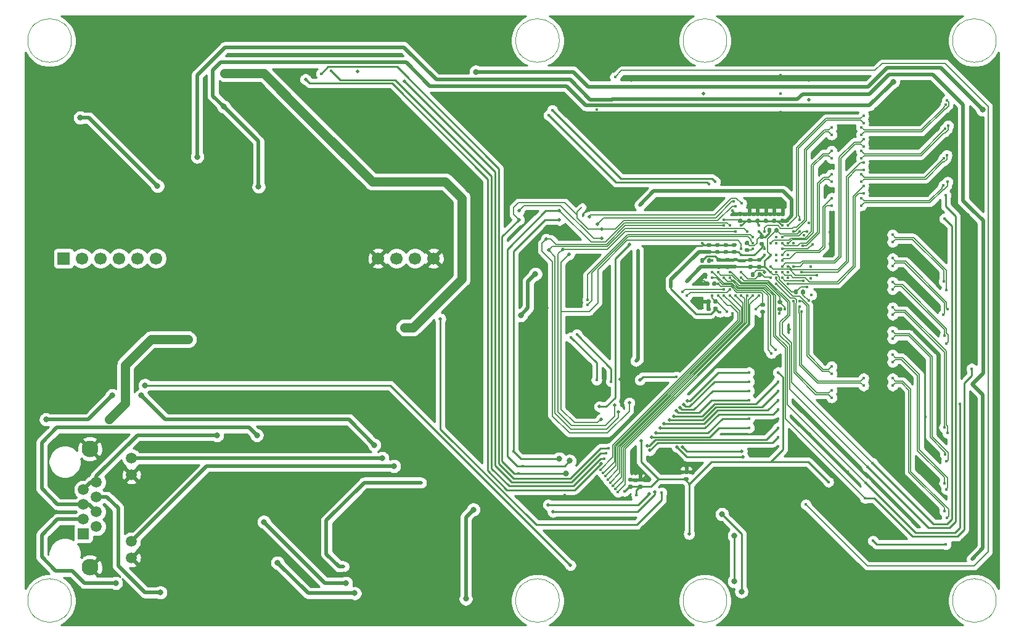
<source format=gbr>
%TF.GenerationSoftware,KiCad,Pcbnew,5.1.10-88a1d61d58~88~ubuntu20.04.1*%
%TF.CreationDate,2021-07-12T11:52:02+08:00*%
%TF.ProjectId,TestAutomation,54657374-4175-4746-9f6d-6174696f6e2e,rev?*%
%TF.SameCoordinates,Original*%
%TF.FileFunction,Copper,L4,Bot*%
%TF.FilePolarity,Positive*%
%FSLAX46Y46*%
G04 Gerber Fmt 4.6, Leading zero omitted, Abs format (unit mm)*
G04 Created by KiCad (PCBNEW 5.1.10-88a1d61d58~88~ubuntu20.04.1) date 2021-07-12 11:52:02*
%MOMM*%
%LPD*%
G01*
G04 APERTURE LIST*
%TA.AperFunction,EtchedComponent*%
%ADD10C,0.120000*%
%TD*%
%TA.AperFunction,ComponentPad*%
%ADD11R,1.700000X1.700000*%
%TD*%
%TA.AperFunction,ComponentPad*%
%ADD12C,1.700000*%
%TD*%
%TA.AperFunction,ComponentPad*%
%ADD13R,1.500000X1.500000*%
%TD*%
%TA.AperFunction,ComponentPad*%
%ADD14C,1.500000*%
%TD*%
%TA.AperFunction,ComponentPad*%
%ADD15C,2.300000*%
%TD*%
%TA.AperFunction,ViaPad*%
%ADD16C,0.450000*%
%TD*%
%TA.AperFunction,ViaPad*%
%ADD17C,0.800000*%
%TD*%
%TA.AperFunction,ViaPad*%
%ADD18C,0.500000*%
%TD*%
%TA.AperFunction,Conductor*%
%ADD19C,0.254000*%
%TD*%
%TA.AperFunction,Conductor*%
%ADD20C,0.127000*%
%TD*%
%TA.AperFunction,Conductor*%
%ADD21C,0.508000*%
%TD*%
%TA.AperFunction,Conductor*%
%ADD22C,1.270000*%
%TD*%
%TA.AperFunction,Conductor*%
%ADD23C,0.250000*%
%TD*%
%TA.AperFunction,Conductor*%
%ADD24C,0.100000*%
%TD*%
G04 APERTURE END LIST*
D10*
%TO.C,M3*%
X153000000Y-57000000D02*
G75*
G03*
X153000000Y-57000000I-3000000J0D01*
G01*
X153000000Y-134000000D02*
G75*
G03*
X153000000Y-134000000I-3000000J0D01*
G01*
X176000000Y-57000000D02*
G75*
G03*
X176000000Y-57000000I-3000000J0D01*
G01*
X176000000Y-134000000D02*
G75*
G03*
X176000000Y-134000000I-3000000J0D01*
G01*
X213000000Y-57000000D02*
G75*
G03*
X213000000Y-57000000I-3000000J0D01*
G01*
X86000000Y-57000000D02*
G75*
G03*
X86000000Y-57000000I-3000000J0D01*
G01*
X86000000Y-134000000D02*
G75*
G03*
X86000000Y-134000000I-3000000J0D01*
G01*
X213000000Y-134000000D02*
G75*
G03*
X213000000Y-134000000I-3000000J0D01*
G01*
%TD*%
%TO.P,C96,2*%
%TO.N,+3V3*%
%TA.AperFunction,SMDPad,CuDef*%
G36*
G01*
X177670000Y-81520000D02*
X178010000Y-81520000D01*
G75*
G02*
X178150000Y-81660000I0J-140000D01*
G01*
X178150000Y-81940000D01*
G75*
G02*
X178010000Y-82080000I-140000J0D01*
G01*
X177670000Y-82080000D01*
G75*
G02*
X177530000Y-81940000I0J140000D01*
G01*
X177530000Y-81660000D01*
G75*
G02*
X177670000Y-81520000I140000J0D01*
G01*
G37*
%TD.AperFunction*%
%TO.P,C96,1*%
%TO.N,GND*%
%TA.AperFunction,SMDPad,CuDef*%
G36*
G01*
X177670000Y-80560000D02*
X178010000Y-80560000D01*
G75*
G02*
X178150000Y-80700000I0J-140000D01*
G01*
X178150000Y-80980000D01*
G75*
G02*
X178010000Y-81120000I-140000J0D01*
G01*
X177670000Y-81120000D01*
G75*
G02*
X177530000Y-80980000I0J140000D01*
G01*
X177530000Y-80700000D01*
G75*
G02*
X177670000Y-80560000I140000J0D01*
G01*
G37*
%TD.AperFunction*%
%TD*%
%TO.P,C95,2*%
%TO.N,+3V3*%
%TA.AperFunction,SMDPad,CuDef*%
G36*
G01*
X173290000Y-87420000D02*
X173290000Y-87080000D01*
G75*
G02*
X173430000Y-86940000I140000J0D01*
G01*
X173710000Y-86940000D01*
G75*
G02*
X173850000Y-87080000I0J-140000D01*
G01*
X173850000Y-87420000D01*
G75*
G02*
X173710000Y-87560000I-140000J0D01*
G01*
X173430000Y-87560000D01*
G75*
G02*
X173290000Y-87420000I0J140000D01*
G01*
G37*
%TD.AperFunction*%
%TO.P,C95,1*%
%TO.N,GND*%
%TA.AperFunction,SMDPad,CuDef*%
G36*
G01*
X172330000Y-87420000D02*
X172330000Y-87080000D01*
G75*
G02*
X172470000Y-86940000I140000J0D01*
G01*
X172750000Y-86940000D01*
G75*
G02*
X172890000Y-87080000I0J-140000D01*
G01*
X172890000Y-87420000D01*
G75*
G02*
X172750000Y-87560000I-140000J0D01*
G01*
X172470000Y-87560000D01*
G75*
G02*
X172330000Y-87420000I0J140000D01*
G01*
G37*
%TD.AperFunction*%
%TD*%
%TO.P,C94,2*%
%TO.N,+3V3*%
%TA.AperFunction,SMDPad,CuDef*%
G36*
G01*
X178610000Y-85530000D02*
X178950000Y-85530000D01*
G75*
G02*
X179090000Y-85670000I0J-140000D01*
G01*
X179090000Y-85950000D01*
G75*
G02*
X178950000Y-86090000I-140000J0D01*
G01*
X178610000Y-86090000D01*
G75*
G02*
X178470000Y-85950000I0J140000D01*
G01*
X178470000Y-85670000D01*
G75*
G02*
X178610000Y-85530000I140000J0D01*
G01*
G37*
%TD.AperFunction*%
%TO.P,C94,1*%
%TO.N,GND*%
%TA.AperFunction,SMDPad,CuDef*%
G36*
G01*
X178610000Y-84570000D02*
X178950000Y-84570000D01*
G75*
G02*
X179090000Y-84710000I0J-140000D01*
G01*
X179090000Y-84990000D01*
G75*
G02*
X178950000Y-85130000I-140000J0D01*
G01*
X178610000Y-85130000D01*
G75*
G02*
X178470000Y-84990000I0J140000D01*
G01*
X178470000Y-84710000D01*
G75*
G02*
X178610000Y-84570000I140000J0D01*
G01*
G37*
%TD.AperFunction*%
%TD*%
D11*
%TO.P,U12,1*%
%TO.N,Net-(R98-Pad2)*%
X84918000Y-86946000D03*
D12*
%TO.P,U12,2*%
%TO.N,Net-(C51-Pad1)*%
X87458000Y-86946000D03*
%TO.P,U12,3*%
%TO.N,Net-(U10-Pad2)*%
X89998000Y-86946000D03*
%TO.P,U12,4*%
%TO.N,N/C*%
X92538000Y-86946000D03*
%TO.P,U12,5*%
X95078000Y-86946000D03*
%TO.P,U12,7*%
%TO.N,GND*%
X128098000Y-86946000D03*
%TO.P,U12,8*%
%TO.N,Net-(C57-Pad1)*%
X130638000Y-86946000D03*
%TO.P,U12,9*%
%TO.N,N/C*%
X133178000Y-86946000D03*
%TO.P,U12,10*%
%TO.N,GND*%
X135718000Y-86946000D03*
%TO.P,U12,6*%
%TO.N,N/C*%
X97618000Y-86946000D03*
%TD*%
%TO.P,C24,2*%
%TO.N,+3V3*%
%TA.AperFunction,SMDPad,CuDef*%
G36*
G01*
X181197664Y-81520000D02*
X181537664Y-81520000D01*
G75*
G02*
X181677664Y-81660000I0J-140000D01*
G01*
X181677664Y-81940000D01*
G75*
G02*
X181537664Y-82080000I-140000J0D01*
G01*
X181197664Y-82080000D01*
G75*
G02*
X181057664Y-81940000I0J140000D01*
G01*
X181057664Y-81660000D01*
G75*
G02*
X181197664Y-81520000I140000J0D01*
G01*
G37*
%TD.AperFunction*%
%TO.P,C24,1*%
%TO.N,GND*%
%TA.AperFunction,SMDPad,CuDef*%
G36*
G01*
X181197664Y-80560000D02*
X181537664Y-80560000D01*
G75*
G02*
X181677664Y-80700000I0J-140000D01*
G01*
X181677664Y-80980000D01*
G75*
G02*
X181537664Y-81120000I-140000J0D01*
G01*
X181197664Y-81120000D01*
G75*
G02*
X181057664Y-80980000I0J140000D01*
G01*
X181057664Y-80700000D01*
G75*
G02*
X181197664Y-80560000I140000J0D01*
G01*
G37*
%TD.AperFunction*%
%TD*%
%TO.P,C21,2*%
%TO.N,+3V3*%
%TA.AperFunction,SMDPad,CuDef*%
G36*
G01*
X180053832Y-81520000D02*
X180393832Y-81520000D01*
G75*
G02*
X180533832Y-81660000I0J-140000D01*
G01*
X180533832Y-81940000D01*
G75*
G02*
X180393832Y-82080000I-140000J0D01*
G01*
X180053832Y-82080000D01*
G75*
G02*
X179913832Y-81940000I0J140000D01*
G01*
X179913832Y-81660000D01*
G75*
G02*
X180053832Y-81520000I140000J0D01*
G01*
G37*
%TD.AperFunction*%
%TO.P,C21,1*%
%TO.N,GND*%
%TA.AperFunction,SMDPad,CuDef*%
G36*
G01*
X180053832Y-80560000D02*
X180393832Y-80560000D01*
G75*
G02*
X180533832Y-80700000I0J-140000D01*
G01*
X180533832Y-80980000D01*
G75*
G02*
X180393832Y-81120000I-140000J0D01*
G01*
X180053832Y-81120000D01*
G75*
G02*
X179913832Y-80980000I0J140000D01*
G01*
X179913832Y-80700000D01*
G75*
G02*
X180053832Y-80560000I140000J0D01*
G01*
G37*
%TD.AperFunction*%
%TD*%
%TO.P,C81,2*%
%TO.N,GND*%
%TA.AperFunction,SMDPad,CuDef*%
G36*
G01*
X164270000Y-117670000D02*
X163930000Y-117670000D01*
G75*
G02*
X163790000Y-117530000I0J140000D01*
G01*
X163790000Y-117250000D01*
G75*
G02*
X163930000Y-117110000I140000J0D01*
G01*
X164270000Y-117110000D01*
G75*
G02*
X164410000Y-117250000I0J-140000D01*
G01*
X164410000Y-117530000D01*
G75*
G02*
X164270000Y-117670000I-140000J0D01*
G01*
G37*
%TD.AperFunction*%
%TO.P,C81,1*%
%TO.N,+3V3*%
%TA.AperFunction,SMDPad,CuDef*%
G36*
G01*
X164270000Y-118630000D02*
X163930000Y-118630000D01*
G75*
G02*
X163790000Y-118490000I0J140000D01*
G01*
X163790000Y-118210000D01*
G75*
G02*
X163930000Y-118070000I140000J0D01*
G01*
X164270000Y-118070000D01*
G75*
G02*
X164410000Y-118210000I0J-140000D01*
G01*
X164410000Y-118490000D01*
G75*
G02*
X164270000Y-118630000I-140000J0D01*
G01*
G37*
%TD.AperFunction*%
%TD*%
%TO.P,C80,2*%
%TO.N,GND*%
%TA.AperFunction,SMDPad,CuDef*%
G36*
G01*
X170590000Y-116620000D02*
X170250000Y-116620000D01*
G75*
G02*
X170110000Y-116480000I0J140000D01*
G01*
X170110000Y-116200000D01*
G75*
G02*
X170250000Y-116060000I140000J0D01*
G01*
X170590000Y-116060000D01*
G75*
G02*
X170730000Y-116200000I0J-140000D01*
G01*
X170730000Y-116480000D01*
G75*
G02*
X170590000Y-116620000I-140000J0D01*
G01*
G37*
%TD.AperFunction*%
%TO.P,C80,1*%
%TO.N,+3V3*%
%TA.AperFunction,SMDPad,CuDef*%
G36*
G01*
X170590000Y-117580000D02*
X170250000Y-117580000D01*
G75*
G02*
X170110000Y-117440000I0J140000D01*
G01*
X170110000Y-117160000D01*
G75*
G02*
X170250000Y-117020000I140000J0D01*
G01*
X170590000Y-117020000D01*
G75*
G02*
X170730000Y-117160000I0J-140000D01*
G01*
X170730000Y-117440000D01*
G75*
G02*
X170590000Y-117580000I-140000J0D01*
G01*
G37*
%TD.AperFunction*%
%TD*%
%TO.P,C79,2*%
%TO.N,GND*%
%TA.AperFunction,SMDPad,CuDef*%
G36*
G01*
X162932500Y-117670000D02*
X162592500Y-117670000D01*
G75*
G02*
X162452500Y-117530000I0J140000D01*
G01*
X162452500Y-117250000D01*
G75*
G02*
X162592500Y-117110000I140000J0D01*
G01*
X162932500Y-117110000D01*
G75*
G02*
X163072500Y-117250000I0J-140000D01*
G01*
X163072500Y-117530000D01*
G75*
G02*
X162932500Y-117670000I-140000J0D01*
G01*
G37*
%TD.AperFunction*%
%TO.P,C79,1*%
%TO.N,+3V3*%
%TA.AperFunction,SMDPad,CuDef*%
G36*
G01*
X162932500Y-118630000D02*
X162592500Y-118630000D01*
G75*
G02*
X162452500Y-118490000I0J140000D01*
G01*
X162452500Y-118210000D01*
G75*
G02*
X162592500Y-118070000I140000J0D01*
G01*
X162932500Y-118070000D01*
G75*
G02*
X163072500Y-118210000I0J-140000D01*
G01*
X163072500Y-118490000D01*
G75*
G02*
X162932500Y-118630000I-140000J0D01*
G01*
G37*
%TD.AperFunction*%
%TD*%
%TO.P,C17,2*%
%TO.N,+3V3*%
%TA.AperFunction,SMDPad,CuDef*%
G36*
G01*
X181090000Y-93620000D02*
X180750000Y-93620000D01*
G75*
G02*
X180610000Y-93480000I0J140000D01*
G01*
X180610000Y-93200000D01*
G75*
G02*
X180750000Y-93060000I140000J0D01*
G01*
X181090000Y-93060000D01*
G75*
G02*
X181230000Y-93200000I0J-140000D01*
G01*
X181230000Y-93480000D01*
G75*
G02*
X181090000Y-93620000I-140000J0D01*
G01*
G37*
%TD.AperFunction*%
%TO.P,C17,1*%
%TO.N,GND*%
%TA.AperFunction,SMDPad,CuDef*%
G36*
G01*
X181090000Y-94580000D02*
X180750000Y-94580000D01*
G75*
G02*
X180610000Y-94440000I0J140000D01*
G01*
X180610000Y-94160000D01*
G75*
G02*
X180750000Y-94020000I140000J0D01*
G01*
X181090000Y-94020000D01*
G75*
G02*
X181230000Y-94160000I0J-140000D01*
G01*
X181230000Y-94440000D01*
G75*
G02*
X181090000Y-94580000I-140000J0D01*
G01*
G37*
%TD.AperFunction*%
%TD*%
%TO.P,C16,2*%
%TO.N,+3V3*%
%TA.AperFunction,SMDPad,CuDef*%
G36*
G01*
X183485330Y-81520000D02*
X183825330Y-81520000D01*
G75*
G02*
X183965330Y-81660000I0J-140000D01*
G01*
X183965330Y-81940000D01*
G75*
G02*
X183825330Y-82080000I-140000J0D01*
G01*
X183485330Y-82080000D01*
G75*
G02*
X183345330Y-81940000I0J140000D01*
G01*
X183345330Y-81660000D01*
G75*
G02*
X183485330Y-81520000I140000J0D01*
G01*
G37*
%TD.AperFunction*%
%TO.P,C16,1*%
%TO.N,GND*%
%TA.AperFunction,SMDPad,CuDef*%
G36*
G01*
X183485330Y-80560000D02*
X183825330Y-80560000D01*
G75*
G02*
X183965330Y-80700000I0J-140000D01*
G01*
X183965330Y-80980000D01*
G75*
G02*
X183825330Y-81120000I-140000J0D01*
G01*
X183485330Y-81120000D01*
G75*
G02*
X183345330Y-80980000I0J140000D01*
G01*
X183345330Y-80700000D01*
G75*
G02*
X183485330Y-80560000I140000J0D01*
G01*
G37*
%TD.AperFunction*%
%TD*%
%TO.P,C37,2*%
%TO.N,+1V2*%
%TA.AperFunction,SMDPad,CuDef*%
G36*
G01*
X180620000Y-84670000D02*
X180960000Y-84670000D01*
G75*
G02*
X181100000Y-84810000I0J-140000D01*
G01*
X181100000Y-85090000D01*
G75*
G02*
X180960000Y-85230000I-140000J0D01*
G01*
X180620000Y-85230000D01*
G75*
G02*
X180480000Y-85090000I0J140000D01*
G01*
X180480000Y-84810000D01*
G75*
G02*
X180620000Y-84670000I140000J0D01*
G01*
G37*
%TD.AperFunction*%
%TO.P,C37,1*%
%TO.N,GND*%
%TA.AperFunction,SMDPad,CuDef*%
G36*
G01*
X180620000Y-83710000D02*
X180960000Y-83710000D01*
G75*
G02*
X181100000Y-83850000I0J-140000D01*
G01*
X181100000Y-84130000D01*
G75*
G02*
X180960000Y-84270000I-140000J0D01*
G01*
X180620000Y-84270000D01*
G75*
G02*
X180480000Y-84130000I0J140000D01*
G01*
X180480000Y-83850000D01*
G75*
G02*
X180620000Y-83710000I140000J0D01*
G01*
G37*
%TD.AperFunction*%
%TD*%
%TO.P,C15,2*%
%TO.N,+3V3*%
%TA.AperFunction,SMDPad,CuDef*%
G36*
G01*
X182341496Y-81520000D02*
X182681496Y-81520000D01*
G75*
G02*
X182821496Y-81660000I0J-140000D01*
G01*
X182821496Y-81940000D01*
G75*
G02*
X182681496Y-82080000I-140000J0D01*
G01*
X182341496Y-82080000D01*
G75*
G02*
X182201496Y-81940000I0J140000D01*
G01*
X182201496Y-81660000D01*
G75*
G02*
X182341496Y-81520000I140000J0D01*
G01*
G37*
%TD.AperFunction*%
%TO.P,C15,1*%
%TO.N,GND*%
%TA.AperFunction,SMDPad,CuDef*%
G36*
G01*
X182341496Y-80560000D02*
X182681496Y-80560000D01*
G75*
G02*
X182821496Y-80700000I0J-140000D01*
G01*
X182821496Y-80980000D01*
G75*
G02*
X182681496Y-81120000I-140000J0D01*
G01*
X182341496Y-81120000D01*
G75*
G02*
X182201496Y-80980000I0J140000D01*
G01*
X182201496Y-80700000D01*
G75*
G02*
X182341496Y-80560000I140000J0D01*
G01*
G37*
%TD.AperFunction*%
%TD*%
%TO.P,C36,2*%
%TO.N,+1V2*%
%TA.AperFunction,SMDPad,CuDef*%
G36*
G01*
X175690000Y-85790000D02*
X176030000Y-85790000D01*
G75*
G02*
X176170000Y-85930000I0J-140000D01*
G01*
X176170000Y-86210000D01*
G75*
G02*
X176030000Y-86350000I-140000J0D01*
G01*
X175690000Y-86350000D01*
G75*
G02*
X175550000Y-86210000I0J140000D01*
G01*
X175550000Y-85930000D01*
G75*
G02*
X175690000Y-85790000I140000J0D01*
G01*
G37*
%TD.AperFunction*%
%TO.P,C36,1*%
%TO.N,GND*%
%TA.AperFunction,SMDPad,CuDef*%
G36*
G01*
X175690000Y-84830000D02*
X176030000Y-84830000D01*
G75*
G02*
X176170000Y-84970000I0J-140000D01*
G01*
X176170000Y-85250000D01*
G75*
G02*
X176030000Y-85390000I-140000J0D01*
G01*
X175690000Y-85390000D01*
G75*
G02*
X175550000Y-85250000I0J140000D01*
G01*
X175550000Y-84970000D01*
G75*
G02*
X175690000Y-84830000I140000J0D01*
G01*
G37*
%TD.AperFunction*%
%TD*%
%TO.P,C35,2*%
%TO.N,+2V5*%
%TA.AperFunction,SMDPad,CuDef*%
G36*
G01*
X175940000Y-87840000D02*
X176280000Y-87840000D01*
G75*
G02*
X176420000Y-87980000I0J-140000D01*
G01*
X176420000Y-88260000D01*
G75*
G02*
X176280000Y-88400000I-140000J0D01*
G01*
X175940000Y-88400000D01*
G75*
G02*
X175800000Y-88260000I0J140000D01*
G01*
X175800000Y-87980000D01*
G75*
G02*
X175940000Y-87840000I140000J0D01*
G01*
G37*
%TD.AperFunction*%
%TO.P,C35,1*%
%TO.N,GND*%
%TA.AperFunction,SMDPad,CuDef*%
G36*
G01*
X175940000Y-86880000D02*
X176280000Y-86880000D01*
G75*
G02*
X176420000Y-87020000I0J-140000D01*
G01*
X176420000Y-87300000D01*
G75*
G02*
X176280000Y-87440000I-140000J0D01*
G01*
X175940000Y-87440000D01*
G75*
G02*
X175800000Y-87300000I0J140000D01*
G01*
X175800000Y-87020000D01*
G75*
G02*
X175940000Y-86880000I140000J0D01*
G01*
G37*
%TD.AperFunction*%
%TD*%
%TO.P,C14,1*%
%TO.N,GND*%
%TA.AperFunction,SMDPad,CuDef*%
G36*
G01*
X173040000Y-90610000D02*
X173040000Y-90270000D01*
G75*
G02*
X173180000Y-90130000I140000J0D01*
G01*
X173460000Y-90130000D01*
G75*
G02*
X173600000Y-90270000I0J-140000D01*
G01*
X173600000Y-90610000D01*
G75*
G02*
X173460000Y-90750000I-140000J0D01*
G01*
X173180000Y-90750000D01*
G75*
G02*
X173040000Y-90610000I0J140000D01*
G01*
G37*
%TD.AperFunction*%
%TO.P,C14,2*%
%TO.N,+3V3*%
%TA.AperFunction,SMDPad,CuDef*%
G36*
G01*
X174000000Y-90610000D02*
X174000000Y-90270000D01*
G75*
G02*
X174140000Y-90130000I140000J0D01*
G01*
X174420000Y-90130000D01*
G75*
G02*
X174560000Y-90270000I0J-140000D01*
G01*
X174560000Y-90610000D01*
G75*
G02*
X174420000Y-90750000I-140000J0D01*
G01*
X174140000Y-90750000D01*
G75*
G02*
X174000000Y-90610000I0J140000D01*
G01*
G37*
%TD.AperFunction*%
%TD*%
%TO.P,C34,2*%
%TO.N,+1V2*%
%TA.AperFunction,SMDPad,CuDef*%
G36*
G01*
X174540000Y-85790000D02*
X174880000Y-85790000D01*
G75*
G02*
X175020000Y-85930000I0J-140000D01*
G01*
X175020000Y-86210000D01*
G75*
G02*
X174880000Y-86350000I-140000J0D01*
G01*
X174540000Y-86350000D01*
G75*
G02*
X174400000Y-86210000I0J140000D01*
G01*
X174400000Y-85930000D01*
G75*
G02*
X174540000Y-85790000I140000J0D01*
G01*
G37*
%TD.AperFunction*%
%TO.P,C34,1*%
%TO.N,GND*%
%TA.AperFunction,SMDPad,CuDef*%
G36*
G01*
X174540000Y-84830000D02*
X174880000Y-84830000D01*
G75*
G02*
X175020000Y-84970000I0J-140000D01*
G01*
X175020000Y-85250000D01*
G75*
G02*
X174880000Y-85390000I-140000J0D01*
G01*
X174540000Y-85390000D01*
G75*
G02*
X174400000Y-85250000I0J140000D01*
G01*
X174400000Y-84970000D01*
G75*
G02*
X174540000Y-84830000I140000J0D01*
G01*
G37*
%TD.AperFunction*%
%TD*%
%TO.P,C33,2*%
%TO.N,+2V5*%
%TA.AperFunction,SMDPad,CuDef*%
G36*
G01*
X180274000Y-87840000D02*
X180614000Y-87840000D01*
G75*
G02*
X180754000Y-87980000I0J-140000D01*
G01*
X180754000Y-88260000D01*
G75*
G02*
X180614000Y-88400000I-140000J0D01*
G01*
X180274000Y-88400000D01*
G75*
G02*
X180134000Y-88260000I0J140000D01*
G01*
X180134000Y-87980000D01*
G75*
G02*
X180274000Y-87840000I140000J0D01*
G01*
G37*
%TD.AperFunction*%
%TO.P,C33,1*%
%TO.N,GND*%
%TA.AperFunction,SMDPad,CuDef*%
G36*
G01*
X180274000Y-86880000D02*
X180614000Y-86880000D01*
G75*
G02*
X180754000Y-87020000I0J-140000D01*
G01*
X180754000Y-87300000D01*
G75*
G02*
X180614000Y-87440000I-140000J0D01*
G01*
X180274000Y-87440000D01*
G75*
G02*
X180134000Y-87300000I0J140000D01*
G01*
X180134000Y-87020000D01*
G75*
G02*
X180274000Y-86880000I140000J0D01*
G01*
G37*
%TD.AperFunction*%
%TD*%
%TO.P,C13,2*%
%TO.N,+3V3*%
%TA.AperFunction,SMDPad,CuDef*%
G36*
G01*
X174170000Y-93070000D02*
X174170000Y-92730000D01*
G75*
G02*
X174310000Y-92590000I140000J0D01*
G01*
X174590000Y-92590000D01*
G75*
G02*
X174730000Y-92730000I0J-140000D01*
G01*
X174730000Y-93070000D01*
G75*
G02*
X174590000Y-93210000I-140000J0D01*
G01*
X174310000Y-93210000D01*
G75*
G02*
X174170000Y-93070000I0J140000D01*
G01*
G37*
%TD.AperFunction*%
%TO.P,C13,1*%
%TO.N,GND*%
%TA.AperFunction,SMDPad,CuDef*%
G36*
G01*
X173210000Y-93070000D02*
X173210000Y-92730000D01*
G75*
G02*
X173350000Y-92590000I140000J0D01*
G01*
X173630000Y-92590000D01*
G75*
G02*
X173770000Y-92730000I0J-140000D01*
G01*
X173770000Y-93070000D01*
G75*
G02*
X173630000Y-93210000I-140000J0D01*
G01*
X173350000Y-93210000D01*
G75*
G02*
X173210000Y-93070000I0J140000D01*
G01*
G37*
%TD.AperFunction*%
%TD*%
%TO.P,C32,2*%
%TO.N,+1V2*%
%TA.AperFunction,SMDPad,CuDef*%
G36*
G01*
X176840000Y-85790000D02*
X177180000Y-85790000D01*
G75*
G02*
X177320000Y-85930000I0J-140000D01*
G01*
X177320000Y-86210000D01*
G75*
G02*
X177180000Y-86350000I-140000J0D01*
G01*
X176840000Y-86350000D01*
G75*
G02*
X176700000Y-86210000I0J140000D01*
G01*
X176700000Y-85930000D01*
G75*
G02*
X176840000Y-85790000I140000J0D01*
G01*
G37*
%TD.AperFunction*%
%TO.P,C32,1*%
%TO.N,GND*%
%TA.AperFunction,SMDPad,CuDef*%
G36*
G01*
X176840000Y-84830000D02*
X177180000Y-84830000D01*
G75*
G02*
X177320000Y-84970000I0J-140000D01*
G01*
X177320000Y-85250000D01*
G75*
G02*
X177180000Y-85390000I-140000J0D01*
G01*
X176840000Y-85390000D01*
G75*
G02*
X176700000Y-85250000I0J140000D01*
G01*
X176700000Y-84970000D01*
G75*
G02*
X176840000Y-84830000I140000J0D01*
G01*
G37*
%TD.AperFunction*%
%TD*%
%TO.P,C31,2*%
%TO.N,+2V5*%
%TA.AperFunction,SMDPad,CuDef*%
G36*
G01*
X179077000Y-87840000D02*
X179417000Y-87840000D01*
G75*
G02*
X179557000Y-87980000I0J-140000D01*
G01*
X179557000Y-88260000D01*
G75*
G02*
X179417000Y-88400000I-140000J0D01*
G01*
X179077000Y-88400000D01*
G75*
G02*
X178937000Y-88260000I0J140000D01*
G01*
X178937000Y-87980000D01*
G75*
G02*
X179077000Y-87840000I140000J0D01*
G01*
G37*
%TD.AperFunction*%
%TO.P,C31,1*%
%TO.N,GND*%
%TA.AperFunction,SMDPad,CuDef*%
G36*
G01*
X179077000Y-86880000D02*
X179417000Y-86880000D01*
G75*
G02*
X179557000Y-87020000I0J-140000D01*
G01*
X179557000Y-87300000D01*
G75*
G02*
X179417000Y-87440000I-140000J0D01*
G01*
X179077000Y-87440000D01*
G75*
G02*
X178937000Y-87300000I0J140000D01*
G01*
X178937000Y-87020000D01*
G75*
G02*
X179077000Y-86880000I140000J0D01*
G01*
G37*
%TD.AperFunction*%
%TD*%
%TO.P,C12,2*%
%TO.N,+3V3*%
%TA.AperFunction,SMDPad,CuDef*%
G36*
G01*
X183460000Y-93240000D02*
X183120000Y-93240000D01*
G75*
G02*
X182980000Y-93100000I0J140000D01*
G01*
X182980000Y-92820000D01*
G75*
G02*
X183120000Y-92680000I140000J0D01*
G01*
X183460000Y-92680000D01*
G75*
G02*
X183600000Y-92820000I0J-140000D01*
G01*
X183600000Y-93100000D01*
G75*
G02*
X183460000Y-93240000I-140000J0D01*
G01*
G37*
%TD.AperFunction*%
%TO.P,C12,1*%
%TO.N,GND*%
%TA.AperFunction,SMDPad,CuDef*%
G36*
G01*
X183460000Y-94200000D02*
X183120000Y-94200000D01*
G75*
G02*
X182980000Y-94060000I0J140000D01*
G01*
X182980000Y-93780000D01*
G75*
G02*
X183120000Y-93640000I140000J0D01*
G01*
X183460000Y-93640000D01*
G75*
G02*
X183600000Y-93780000I0J-140000D01*
G01*
X183600000Y-94060000D01*
G75*
G02*
X183460000Y-94200000I-140000J0D01*
G01*
G37*
%TD.AperFunction*%
%TD*%
%TO.P,C30,2*%
%TO.N,+1V2*%
%TA.AperFunction,SMDPad,CuDef*%
G36*
G01*
X174170000Y-94070000D02*
X174170000Y-93730000D01*
G75*
G02*
X174310000Y-93590000I140000J0D01*
G01*
X174590000Y-93590000D01*
G75*
G02*
X174730000Y-93730000I0J-140000D01*
G01*
X174730000Y-94070000D01*
G75*
G02*
X174590000Y-94210000I-140000J0D01*
G01*
X174310000Y-94210000D01*
G75*
G02*
X174170000Y-94070000I0J140000D01*
G01*
G37*
%TD.AperFunction*%
%TO.P,C30,1*%
%TO.N,GND*%
%TA.AperFunction,SMDPad,CuDef*%
G36*
G01*
X173210000Y-94070000D02*
X173210000Y-93730000D01*
G75*
G02*
X173350000Y-93590000I140000J0D01*
G01*
X173630000Y-93590000D01*
G75*
G02*
X173770000Y-93730000I0J-140000D01*
G01*
X173770000Y-94070000D01*
G75*
G02*
X173630000Y-94210000I-140000J0D01*
G01*
X173350000Y-94210000D01*
G75*
G02*
X173210000Y-94070000I0J140000D01*
G01*
G37*
%TD.AperFunction*%
%TD*%
%TO.P,C29,2*%
%TO.N,+2V5*%
%TA.AperFunction,SMDPad,CuDef*%
G36*
G01*
X185770000Y-91400000D02*
X185770000Y-91740000D01*
G75*
G02*
X185630000Y-91880000I-140000J0D01*
G01*
X185350000Y-91880000D01*
G75*
G02*
X185210000Y-91740000I0J140000D01*
G01*
X185210000Y-91400000D01*
G75*
G02*
X185350000Y-91260000I140000J0D01*
G01*
X185630000Y-91260000D01*
G75*
G02*
X185770000Y-91400000I0J-140000D01*
G01*
G37*
%TD.AperFunction*%
%TO.P,C29,1*%
%TO.N,GND*%
%TA.AperFunction,SMDPad,CuDef*%
G36*
G01*
X186730000Y-91400000D02*
X186730000Y-91740000D01*
G75*
G02*
X186590000Y-91880000I-140000J0D01*
G01*
X186310000Y-91880000D01*
G75*
G02*
X186170000Y-91740000I0J140000D01*
G01*
X186170000Y-91400000D01*
G75*
G02*
X186310000Y-91260000I140000J0D01*
G01*
X186590000Y-91260000D01*
G75*
G02*
X186730000Y-91400000I0J-140000D01*
G01*
G37*
%TD.AperFunction*%
%TD*%
%TO.P,C28,2*%
%TO.N,+1V2*%
%TA.AperFunction,SMDPad,CuDef*%
G36*
G01*
X180230000Y-89350000D02*
X180230000Y-89010000D01*
G75*
G02*
X180370000Y-88870000I140000J0D01*
G01*
X180650000Y-88870000D01*
G75*
G02*
X180790000Y-89010000I0J-140000D01*
G01*
X180790000Y-89350000D01*
G75*
G02*
X180650000Y-89490000I-140000J0D01*
G01*
X180370000Y-89490000D01*
G75*
G02*
X180230000Y-89350000I0J140000D01*
G01*
G37*
%TD.AperFunction*%
%TO.P,C28,1*%
%TO.N,GND*%
%TA.AperFunction,SMDPad,CuDef*%
G36*
G01*
X179270000Y-89350000D02*
X179270000Y-89010000D01*
G75*
G02*
X179410000Y-88870000I140000J0D01*
G01*
X179690000Y-88870000D01*
G75*
G02*
X179830000Y-89010000I0J-140000D01*
G01*
X179830000Y-89350000D01*
G75*
G02*
X179690000Y-89490000I-140000J0D01*
G01*
X179410000Y-89490000D01*
G75*
G02*
X179270000Y-89350000I0J140000D01*
G01*
G37*
%TD.AperFunction*%
%TD*%
%TO.P,C27,2*%
%TO.N,+2V5*%
%TA.AperFunction,SMDPad,CuDef*%
G36*
G01*
X182540000Y-83250000D02*
X182540000Y-82910000D01*
G75*
G02*
X182680000Y-82770000I140000J0D01*
G01*
X182960000Y-82770000D01*
G75*
G02*
X183100000Y-82910000I0J-140000D01*
G01*
X183100000Y-83250000D01*
G75*
G02*
X182960000Y-83390000I-140000J0D01*
G01*
X182680000Y-83390000D01*
G75*
G02*
X182540000Y-83250000I0J140000D01*
G01*
G37*
%TD.AperFunction*%
%TO.P,C27,1*%
%TO.N,GND*%
%TA.AperFunction,SMDPad,CuDef*%
G36*
G01*
X181580000Y-83250000D02*
X181580000Y-82910000D01*
G75*
G02*
X181720000Y-82770000I140000J0D01*
G01*
X182000000Y-82770000D01*
G75*
G02*
X182140000Y-82910000I0J-140000D01*
G01*
X182140000Y-83250000D01*
G75*
G02*
X182000000Y-83390000I-140000J0D01*
G01*
X181720000Y-83390000D01*
G75*
G02*
X181580000Y-83250000I0J140000D01*
G01*
G37*
%TD.AperFunction*%
%TD*%
%TO.P,C26,2*%
%TO.N,GND*%
%TA.AperFunction,SMDPad,CuDef*%
G36*
G01*
X173730000Y-85390000D02*
X173390000Y-85390000D01*
G75*
G02*
X173250000Y-85250000I0J140000D01*
G01*
X173250000Y-84970000D01*
G75*
G02*
X173390000Y-84830000I140000J0D01*
G01*
X173730000Y-84830000D01*
G75*
G02*
X173870000Y-84970000I0J-140000D01*
G01*
X173870000Y-85250000D01*
G75*
G02*
X173730000Y-85390000I-140000J0D01*
G01*
G37*
%TD.AperFunction*%
%TO.P,C26,1*%
%TO.N,+1V2*%
%TA.AperFunction,SMDPad,CuDef*%
G36*
G01*
X173730000Y-86350000D02*
X173390000Y-86350000D01*
G75*
G02*
X173250000Y-86210000I0J140000D01*
G01*
X173250000Y-85930000D01*
G75*
G02*
X173390000Y-85790000I140000J0D01*
G01*
X173730000Y-85790000D01*
G75*
G02*
X173870000Y-85930000I0J-140000D01*
G01*
X173870000Y-86210000D01*
G75*
G02*
X173730000Y-86350000I-140000J0D01*
G01*
G37*
%TD.AperFunction*%
%TD*%
%TO.P,C25,2*%
%TO.N,GND*%
%TA.AperFunction,SMDPad,CuDef*%
G36*
G01*
X175080000Y-87440000D02*
X174740000Y-87440000D01*
G75*
G02*
X174600000Y-87300000I0J140000D01*
G01*
X174600000Y-87020000D01*
G75*
G02*
X174740000Y-86880000I140000J0D01*
G01*
X175080000Y-86880000D01*
G75*
G02*
X175220000Y-87020000I0J-140000D01*
G01*
X175220000Y-87300000D01*
G75*
G02*
X175080000Y-87440000I-140000J0D01*
G01*
G37*
%TD.AperFunction*%
%TO.P,C25,1*%
%TO.N,+2V5*%
%TA.AperFunction,SMDPad,CuDef*%
G36*
G01*
X175080000Y-88400000D02*
X174740000Y-88400000D01*
G75*
G02*
X174600000Y-88260000I0J140000D01*
G01*
X174600000Y-87980000D01*
G75*
G02*
X174740000Y-87840000I140000J0D01*
G01*
X175080000Y-87840000D01*
G75*
G02*
X175220000Y-87980000I0J-140000D01*
G01*
X175220000Y-88260000D01*
G75*
G02*
X175080000Y-88400000I-140000J0D01*
G01*
G37*
%TD.AperFunction*%
%TD*%
%TO.P,C9,2*%
%TO.N,GND*%
%TA.AperFunction,SMDPad,CuDef*%
G36*
G01*
X179250000Y-81120000D02*
X178910000Y-81120000D01*
G75*
G02*
X178770000Y-80980000I0J140000D01*
G01*
X178770000Y-80700000D01*
G75*
G02*
X178910000Y-80560000I140000J0D01*
G01*
X179250000Y-80560000D01*
G75*
G02*
X179390000Y-80700000I0J-140000D01*
G01*
X179390000Y-80980000D01*
G75*
G02*
X179250000Y-81120000I-140000J0D01*
G01*
G37*
%TD.AperFunction*%
%TO.P,C9,1*%
%TO.N,+3V3*%
%TA.AperFunction,SMDPad,CuDef*%
G36*
G01*
X179250000Y-82080000D02*
X178910000Y-82080000D01*
G75*
G02*
X178770000Y-81940000I0J140000D01*
G01*
X178770000Y-81660000D01*
G75*
G02*
X178910000Y-81520000I140000J0D01*
G01*
X179250000Y-81520000D01*
G75*
G02*
X179390000Y-81660000I0J-140000D01*
G01*
X179390000Y-81940000D01*
G75*
G02*
X179250000Y-82080000I-140000J0D01*
G01*
G37*
%TD.AperFunction*%
%TD*%
D13*
%TO.P,J6,1*%
%TO.N,Net-(J6-Pad1)*%
X87630000Y-124841000D03*
D14*
%TO.P,J6,3*%
%TO.N,Net-(J6-Pad3)*%
X87630000Y-122809000D03*
%TO.P,J6,5*%
%TO.N,Net-(D17-Pad2)*%
X87630000Y-120777000D03*
%TO.P,J6,7*%
%TO.N,Net-(D19-Pad2)*%
X87630000Y-118745000D03*
%TO.P,J6,2*%
%TO.N,Net-(J6-Pad2)*%
X89410000Y-123825000D03*
%TO.P,J6,4*%
%TO.N,Net-(D17-Pad2)*%
X89410000Y-121793000D03*
%TO.P,J6,6*%
%TO.N,Net-(J6-Pad6)*%
X89410000Y-119761000D03*
%TO.P,J6,8*%
%TO.N,Net-(D19-Pad2)*%
X89410000Y-117729000D03*
D15*
%TO.P,J6,SH*%
%TO.N,GND*%
X88520000Y-113151000D03*
X88520000Y-129411000D03*
D14*
%TO.P,J6,9*%
X94230000Y-128141000D03*
%TO.P,J6,10*%
%TO.N,Net-(J6-Pad10)*%
X94230000Y-125851000D03*
%TO.P,J6,11*%
%TO.N,GND*%
X94230000Y-116711000D03*
%TO.P,J6,12*%
%TO.N,Net-(J6-Pad12)*%
X94230000Y-114421000D03*
%TD*%
D16*
%TO.N,GND*%
X184392000Y-86449000D03*
D17*
X97300000Y-102700000D03*
D16*
X172640000Y-84850000D03*
X181192000Y-86449000D03*
D17*
X116400000Y-125400000D03*
X81700000Y-105300000D03*
X82700000Y-90400000D03*
X127500000Y-101100000D03*
X98900000Y-63200000D03*
D16*
X183050000Y-112776000D03*
X183410000Y-74420000D03*
X183410000Y-71880000D03*
X183410000Y-69340000D03*
X183410000Y-66800000D03*
X183410000Y-64260000D03*
X183410000Y-61720000D03*
D18*
X152555000Y-110265000D03*
X147450000Y-82820000D03*
X166940000Y-87060000D03*
X203670000Y-84640000D03*
X183290000Y-121793000D03*
X183290000Y-123063000D03*
X183290000Y-124333000D03*
X183290000Y-125603000D03*
X183290000Y-126873000D03*
X183290000Y-128143000D03*
X183290000Y-129413000D03*
X183290000Y-130683000D03*
X183290000Y-131953000D03*
X183290000Y-133223000D03*
X164770000Y-71720000D03*
X209677000Y-87757000D03*
X209703000Y-91567000D03*
X209703000Y-95377000D03*
X209613000Y-99187000D03*
X209652000Y-111760000D03*
X209633000Y-115567000D03*
X209683000Y-119377000D03*
X209675000Y-123125000D03*
X209640000Y-75160000D03*
X210123000Y-71377000D03*
X209883000Y-67567000D03*
X183373000Y-117587000D03*
X183410000Y-76600000D03*
D16*
X198910000Y-124340000D03*
X200210000Y-121670000D03*
X201870000Y-118110000D03*
X202180000Y-114740000D03*
X203300000Y-108780000D03*
X205000000Y-108720000D03*
X202540000Y-101840000D03*
X202010000Y-97110000D03*
X201640000Y-93870000D03*
X202210000Y-90550000D03*
X201840000Y-78000000D03*
X201580000Y-74460000D03*
X201170000Y-71240000D03*
X201000000Y-67610000D03*
X201650000Y-63400000D03*
X199800000Y-102310000D03*
X200180000Y-88920000D03*
X200520000Y-85710000D03*
X199780000Y-92220000D03*
X199060000Y-106380000D03*
X200060000Y-98610000D03*
X191540000Y-71050000D03*
X190370000Y-74310000D03*
X192670000Y-74230000D03*
X190360000Y-77620000D03*
X190260000Y-81730000D03*
X190170000Y-83320000D03*
X190170000Y-84990000D03*
X190360000Y-86510000D03*
X189870000Y-95660000D03*
X183050000Y-108966000D03*
X176790000Y-80420000D03*
X153740000Y-119490000D03*
X194645000Y-83435000D03*
X194670000Y-81820000D03*
X194595000Y-85065000D03*
X194585000Y-86625000D03*
X194590000Y-88180000D03*
X194530000Y-89950000D03*
X194570000Y-91410000D03*
X194580000Y-93300000D03*
X194500000Y-95020000D03*
X194660000Y-96630000D03*
X194610000Y-98250000D03*
X194580000Y-99850000D03*
X194580000Y-101450000D03*
X176790000Y-94550000D03*
X187190000Y-55630000D03*
D18*
X173430000Y-70360000D03*
D16*
X183410000Y-59587910D03*
D18*
X187342000Y-59612910D03*
D16*
X184000000Y-79720000D03*
X181770000Y-79840000D03*
X172320000Y-90000000D03*
X187240000Y-92750000D03*
X183180000Y-94520000D03*
X180392000Y-83249000D03*
X172500000Y-92900000D03*
X164920000Y-116800000D03*
X172590000Y-103720000D03*
D18*
X162120000Y-101560000D03*
X161330000Y-103590000D03*
X169390000Y-116340000D03*
X169046000Y-118444000D03*
X169720000Y-124540000D03*
X165300000Y-124890000D03*
D16*
X180640000Y-95480000D03*
D18*
X145960000Y-78200000D03*
X181192000Y-88849000D03*
D17*
X108811000Y-77089000D03*
X114611000Y-77089000D03*
X102000000Y-68100000D03*
X91800000Y-78400000D03*
X93784000Y-77216000D03*
X87700000Y-75300000D03*
X87200000Y-69500000D03*
X142700000Y-123300000D03*
X130350000Y-113750000D03*
X132500000Y-119200000D03*
D18*
X136800000Y-115500000D03*
X136600000Y-123900000D03*
X135557002Y-130957002D03*
X129222000Y-130978000D03*
X129121999Y-129478001D03*
X131400000Y-126100000D03*
X134500000Y-126100000D03*
X134500000Y-128800000D03*
X131400000Y-128800000D03*
X123420000Y-130280000D03*
X122700000Y-125900000D03*
X125600000Y-126700000D03*
D16*
X189520000Y-97310000D03*
X188780000Y-98670000D03*
D18*
X113530000Y-58992910D03*
D17*
X117330000Y-69830000D03*
D18*
X139741000Y-66729000D03*
X128110000Y-65950000D03*
X172760000Y-64310000D03*
X169140000Y-66990000D03*
X162850000Y-62430000D03*
X161720000Y-66990000D03*
X195920000Y-128050000D03*
X195980000Y-109400000D03*
X187280000Y-62420000D03*
X187250000Y-65130000D03*
X187200000Y-67470000D03*
X186760000Y-69540000D03*
X120355000Y-63892500D03*
X121255000Y-63892500D03*
X122155000Y-63892500D03*
X120355000Y-64792500D03*
X121255000Y-64792500D03*
X122155000Y-64792500D03*
X120355000Y-65692500D03*
X121255000Y-65692500D03*
X122155000Y-65692500D03*
X184530000Y-96760000D03*
X158250000Y-96790000D03*
X154770000Y-100600000D03*
X158000000Y-86750000D03*
X167380000Y-79390000D03*
X168080000Y-92630000D03*
X151310000Y-93750000D03*
X84230000Y-124580000D03*
X148530000Y-67080000D03*
X132560000Y-134790000D03*
X138550000Y-133010000D03*
X138450000Y-121010000D03*
X148880000Y-113360000D03*
X170490000Y-98990000D03*
X174990000Y-73200000D03*
X194320000Y-62110000D03*
X198960000Y-56420000D03*
X193150000Y-133590000D03*
X105910000Y-133790000D03*
X100320000Y-75930000D03*
D16*
X158100000Y-66540000D03*
X166300000Y-68910000D03*
X166291500Y-74958500D03*
D17*
X119790000Y-128730000D03*
X119710000Y-111340000D03*
X114260000Y-111300000D03*
X150270000Y-121500000D03*
D18*
X187330000Y-108820000D03*
X187330000Y-111130000D03*
D16*
X119414000Y-59036000D03*
D18*
X125295000Y-61255000D03*
D16*
X192600000Y-121310000D03*
X192610000Y-116310000D03*
D18*
X168060000Y-62330000D03*
D16*
X153390000Y-126100000D03*
D18*
X155260000Y-67060000D03*
D16*
X152080000Y-65120000D03*
D17*
X161820000Y-57440000D03*
X90000000Y-55000000D03*
X81000000Y-65000000D03*
X81000000Y-79000000D03*
X109000000Y-55000000D03*
X142000000Y-56000000D03*
X104000000Y-101000000D03*
D16*
%TO.N,/FPGA/GNDPLL0*%
X179592000Y-84049000D03*
X156850000Y-92620000D03*
%TO.N,/FPGA/VCCPLL0*%
X179592000Y-84849000D03*
X156860000Y-93380000D03*
%TO.N,/FPGA/GNDPLL1*%
X176392000Y-91249000D03*
X170500000Y-92100000D03*
%TO.N,/FPGA/VCCPLL1*%
X175592000Y-91249000D03*
X169900000Y-91600000D03*
D17*
%TO.N,+12V_OUT*%
X141530000Y-61300000D03*
X211120000Y-66500000D03*
D18*
%TO.N,/CurrentSenser/12V_CURRENT*%
X131760000Y-62600000D03*
D16*
X159450000Y-113770000D03*
D17*
%TO.N,+12V*%
X131747000Y-96453000D03*
X130945000Y-76415000D03*
X107000000Y-61500000D03*
X117865000Y-66965000D03*
D16*
%TO.N,+3V3*%
X175592000Y-81649000D03*
X179592000Y-85649000D03*
X173992000Y-87249000D03*
X174792000Y-88849000D03*
X173992000Y-92049000D03*
D17*
X91600000Y-105800000D03*
D16*
X175992000Y-94279000D03*
X179980000Y-93960000D03*
X183050000Y-102616000D03*
X174792000Y-90449000D03*
X184002000Y-93949000D03*
D18*
X181102000Y-77698000D03*
X164060000Y-79610000D03*
D16*
X177992000Y-82449000D03*
X180392000Y-82449000D03*
X183592000Y-82449000D03*
D18*
X163805000Y-85885000D03*
D16*
X170870000Y-117950000D03*
X161990000Y-118950000D03*
X163598000Y-119532000D03*
X169070000Y-103230000D03*
D18*
X163520000Y-101050000D03*
X164260000Y-112060000D03*
X170820000Y-124870000D03*
D17*
X82500000Y-109100000D03*
X95600000Y-105800000D03*
X127600000Y-112600000D03*
X149700000Y-89100000D03*
X140150000Y-133750000D03*
X141200000Y-121500000D03*
X147710000Y-94770000D03*
D18*
X164070000Y-103640000D03*
D16*
X189945000Y-117685000D03*
%TO.N,+2V5*%
X186020000Y-83250000D03*
X181992000Y-86449000D03*
X181992000Y-88849000D03*
X186990000Y-90900000D03*
X177192000Y-88049000D03*
D18*
X170500000Y-90100004D03*
D16*
%TO.N,+1V2*%
X177992000Y-88849000D03*
X181192000Y-85649000D03*
X181992000Y-89649000D03*
X185192000Y-84831640D03*
X177992000Y-86449000D03*
X175049998Y-94330002D03*
D18*
X168334446Y-90879995D03*
D17*
%TO.N,+5V*%
X106900000Y-66100000D03*
X111689000Y-77089000D03*
X198825000Y-62685000D03*
D18*
X153500000Y-63250000D03*
%TO.N,/Ethernet/+3V3A*%
X123380000Y-129320000D03*
X134000000Y-117800006D03*
X121000000Y-124600000D03*
D16*
%TO.N,+3V3MP*%
X209684620Y-80264000D03*
X209684620Y-128270000D03*
X209684620Y-104267000D03*
D17*
X103260000Y-72990000D03*
%TO.N,/Ethernet/POE_VC-*%
X91200000Y-109100000D03*
X102000000Y-98100000D03*
%TO.N,Net-(D17-Pad2)*%
X111448555Y-111268999D03*
%TO.N,Net-(D19-Pad2)*%
X106007000Y-111268999D03*
D18*
%TO.N,Net-(D21-Pad2)*%
X151490000Y-120830000D03*
X165350000Y-119290000D03*
D16*
%TO.N,/MCU/CPU_SWCLK*%
X158100000Y-103660000D03*
X154600000Y-97820000D03*
%TO.N,/MCU/CPU_SWDIO*%
X155390000Y-97409998D03*
X160098000Y-103882000D03*
%TO.N,/MCU/CPU_UART4_TX*%
X183050000Y-110236000D03*
D18*
X165120000Y-112760000D03*
D16*
%TO.N,/MCU/CPU_UART4_RX*%
X183050000Y-111506000D03*
D18*
X165450000Y-113350000D03*
D16*
%TO.N,/MCU/CPU_PWM_CH1*%
X183050000Y-103886000D03*
D18*
X168690000Y-108630000D03*
D16*
%TO.N,/MCU/CPU_PWM_CH2*%
X183050000Y-105156000D03*
D18*
X168170000Y-109130000D03*
D16*
%TO.N,/MCU/CPU_PWM_CH3*%
X183050000Y-106426000D03*
D18*
X167350000Y-109670000D03*
D16*
%TO.N,/MCU/CPU_PWM_CH4*%
X183050000Y-107696000D03*
D18*
X166890000Y-110270000D03*
%TO.N,/MCU/CPU_IIC2_SDA*%
X178220000Y-114250000D03*
X169160000Y-112890000D03*
%TO.N,/MCU/CPU_IIC2_SCL*%
X178050000Y-113450000D03*
X169909449Y-112870551D03*
D16*
%TO.N,/MCU/CPU_UART1_RX*%
X179050000Y-110236000D03*
D18*
X165700000Y-111520000D03*
D16*
%TO.N,/MCU/CPU_UART1_TX*%
X179050000Y-108966000D03*
D18*
X166300000Y-110990000D03*
D16*
%TO.N,/MCU/CPU_SPI2_MOSI*%
X179050000Y-106426000D03*
D18*
X169098000Y-107902000D03*
D16*
%TO.N,/MCU/CPU_SPI2_MISO*%
X179050000Y-105156000D03*
D18*
X169598000Y-107492000D03*
D16*
%TO.N,/MCU/CPU_SPI2_SCK*%
X179050000Y-103886000D03*
D18*
X170098000Y-107072000D03*
D16*
%TO.N,/MCU/CPU_SPI2_CS*%
X179050000Y-102616000D03*
D18*
X170600000Y-106510000D03*
D17*
%TO.N,/MCU/CPU_DAC1*%
X178010000Y-132770000D03*
X175340000Y-122140000D03*
%TO.N,/MCU/CPU_DAC0*%
X177020000Y-131360000D03*
X177019998Y-125080000D03*
D18*
%TO.N,/CurrentSenser/12V_SW*%
X118140000Y-62320000D03*
X158710000Y-115160000D03*
D17*
%TO.N,/MCU/CPU_RESET*%
X96100000Y-104400000D03*
D18*
X154520000Y-129150000D03*
%TO.N,/MCU/CPU_POE_SRC_STATUS*%
X136660000Y-95250000D03*
D16*
X167050000Y-119150000D03*
%TO.N,/EEM0_IIC_SCL*%
X177992000Y-89649000D03*
X205910000Y-81500000D03*
X195990000Y-115070000D03*
%TO.N,/EEM0_IIC_SDA*%
X176392000Y-88849000D03*
X206050000Y-78290000D03*
X195300000Y-115610000D03*
%TO.N,/EEM1_IIC_SCL*%
X176392000Y-89649000D03*
X195080000Y-117840000D03*
X207980000Y-106950000D03*
%TO.N,/EEM1_IIC_SDA*%
X175592000Y-89649000D03*
X209620000Y-102110000D03*
X195000000Y-119940000D03*
%TO.N,/EEM2_IIC_SCL*%
X173992000Y-89649000D03*
X182120000Y-100000000D03*
%TO.N,/EEM2_IIC_SDA*%
X173992000Y-88849000D03*
X206070000Y-126290000D03*
X196080000Y-125800000D03*
X182690000Y-99540000D03*
%TO.N,/EEM0_7_N*%
X194470000Y-78660000D03*
X205760000Y-76930000D03*
%TO.N,/EEM0_5_N*%
X205780000Y-73180000D03*
X194470000Y-75415288D03*
%TO.N,/EEM0_3_N*%
X205960000Y-69160000D03*
X194470000Y-72170578D03*
%TO.N,/EEM0_1_N*%
X194470000Y-68925868D03*
X206070000Y-65850000D03*
%TO.N,/EEM0_7_P*%
X206320000Y-76440000D03*
X194470000Y-79680000D03*
%TO.N,/EEM0_5_P*%
X206200000Y-72740000D03*
X194470000Y-76435288D03*
%TO.N,/EEM0_3_P*%
X194470000Y-73170578D03*
X206380000Y-68710000D03*
%TO.N,/EEM0_1_P*%
X194470000Y-69945868D03*
X206240000Y-65269989D03*
%TO.N,/EEM1_6_P*%
X205920000Y-97600000D03*
X198750000Y-91207643D03*
%TO.N,/EEM1_4_P*%
X206320000Y-93940000D03*
X198750000Y-86945288D03*
%TO.N,/EEM1_2_P*%
X205780000Y-90110000D03*
X198750000Y-84715288D03*
%TO.N,/EEM1_6_N*%
X206170000Y-98640000D03*
X198750000Y-90187643D03*
%TO.N,/EEM1_4_N*%
X205730000Y-94730000D03*
X198750000Y-87965288D03*
%TO.N,/EEM1_2_N*%
X198750000Y-83695288D03*
X206160000Y-91290000D03*
%TO.N,/EEM2_6_P*%
X205870000Y-121680000D03*
X198750000Y-104467643D03*
%TO.N,/EEM2_4_P*%
X205860000Y-117850000D03*
X198750000Y-101222933D03*
%TO.N,/EEM2_2_P*%
X205990000Y-113900000D03*
X198750000Y-97977643D03*
%TO.N,/EEM2_0_P*%
X205860000Y-110190000D03*
X198750000Y-94727643D03*
%TO.N,/EEM2_6_N*%
X206220000Y-122630000D03*
X198750000Y-103447643D03*
%TO.N,/EEM2_4_N*%
X206160000Y-118700000D03*
X198750000Y-100202933D03*
%TO.N,/EEM2_2_N*%
X206140000Y-114880000D03*
X198750000Y-96957643D03*
%TO.N,/EEM2_0_N*%
X206290000Y-110940000D03*
X198750000Y-93707643D03*
D18*
%TO.N,/CDONE*%
X151520000Y-85830000D03*
D16*
X178792000Y-83249000D03*
D18*
X161098000Y-108032000D03*
D16*
%TO.N,/CRESET*%
X177192000Y-83249000D03*
D18*
X153450000Y-85730000D03*
X160597999Y-107102001D03*
%TO.N,/SPI_CS*%
X158799000Y-84191000D03*
X147446999Y-80391000D03*
X158520000Y-107330000D03*
X158210000Y-82270000D03*
X162650000Y-85010000D03*
D16*
X176960000Y-79150000D03*
%TO.N,/FSMC_A7*%
X177192000Y-92049000D03*
X159660000Y-117353332D03*
%TO.N,/FSMC_NL*%
X174792000Y-92049000D03*
X158610000Y-116020000D03*
%TO.N,/FSMC_NBL0*%
X175592000Y-92049000D03*
X158960000Y-116480000D03*
%TO.N,/FSMC_A3*%
X177992000Y-92049000D03*
X160010000Y-117789998D03*
%TO.N,/FSMC_A4*%
X178792000Y-92049000D03*
X160360000Y-118226664D03*
%TO.N,/FSMC_A6*%
X180392000Y-92049000D03*
X161060000Y-119099996D03*
%TO.N,/FSMC_NBL1*%
X176392000Y-92049000D03*
X159310000Y-116916666D03*
%TO.N,/FSMC_A5*%
X179592000Y-92049000D03*
X160710000Y-118663330D03*
%TO.N,/CSBSEL0*%
X177992000Y-85649000D03*
D18*
X158755453Y-109055453D03*
X154340000Y-86420000D03*
%TO.N,/SPI_MOSI*%
X158799000Y-82921000D03*
X147446999Y-81661000D03*
D17*
X153884090Y-116500000D03*
D16*
X147420000Y-116500000D03*
X177200000Y-79770000D03*
D18*
%TO.N,/SPI_MISO*%
X153019000Y-80391000D03*
D17*
X154400000Y-114800000D03*
D16*
X147960000Y-115500000D03*
X176392000Y-82449000D03*
%TO.N,/CSBSEL1*%
X175592000Y-82449000D03*
D18*
X151200000Y-84280000D03*
X162598000Y-106802000D03*
%TO.N,/SPI_SCK*%
X153019000Y-81661000D03*
D17*
X153000000Y-114500000D03*
D18*
X157090000Y-81240000D03*
D16*
X146680000Y-113470000D03*
X178010000Y-79410000D03*
%TO.N,HSADC_IN*%
X186850000Y-120810000D03*
X160650000Y-62040000D03*
D17*
%TO.N,Net-(J6-Pad12)*%
X128700004Y-114421000D03*
%TO.N,Net-(J6-Pad10)*%
X130300000Y-115500000D03*
%TO.N,Net-(J6-Pad6)*%
X98200000Y-132900000D03*
%TO.N,Net-(J6-Pad3)*%
X92100000Y-131600000D03*
D18*
%TO.N,Net-(SW3-Pad2)*%
X166124517Y-119092232D03*
X152100000Y-121810000D03*
D16*
%TO.N,/FPGA/LVDS0_0_P*%
X194770000Y-68323513D03*
X185992000Y-81649000D03*
%TO.N,/FPGA/LVDS0_0_N*%
X194770000Y-67303513D03*
X184392000Y-82449000D03*
%TO.N,/FPGA/LVDS0_1_P*%
X190390000Y-68923513D03*
X181192000Y-83249000D03*
%TO.N,/FPGA/LVDS0_1_N*%
X190390000Y-69943513D03*
X185192000Y-83249000D03*
%TO.N,/FPGA/LVDS0_2_P*%
X194770000Y-70563513D03*
X183592000Y-88049000D03*
%TO.N,/FPGA/LVDS0_2_N*%
X194770000Y-71583513D03*
X185192000Y-88049000D03*
%TO.N,/FPGA/LVDS0_3_P*%
X190390000Y-72173513D03*
X181992000Y-84849000D03*
%TO.N,/FPGA/LVDS0_3_N*%
X190390000Y-73193513D03*
X184392000Y-84849000D03*
%TO.N,/FPGA/LVDS0_4_P*%
X194770000Y-73783513D03*
X184392000Y-88049000D03*
%TO.N,/FPGA/LVDS0_4_N*%
X194770000Y-74803513D03*
X186241720Y-88862590D03*
%TO.N,/FPGA/LVDS0_5_P*%
X190390000Y-75413513D03*
X183592000Y-84849000D03*
%TO.N,/FPGA/LVDS0_5_N*%
X190390000Y-76433513D03*
X186420000Y-85250000D03*
%TO.N,/FPGA/LVDS0_6_P*%
X194770000Y-77033513D03*
X183592000Y-88849000D03*
%TO.N,/FPGA/LVDS0_6_N*%
X194770000Y-78053513D03*
X184392000Y-90449000D03*
%TO.N,/FPGA/LVDS0_7_P*%
X190390000Y-78653513D03*
X183592000Y-86449000D03*
%TO.N,/FPGA/LVDS0_7_N*%
X190390000Y-79673513D03*
X183592000Y-87249000D03*
%TO.N,/FPGA/LVDS1_0_N*%
X182792000Y-84049000D03*
X187240000Y-82100000D03*
%TO.N,/FPGA/LVDS1_1_N*%
X183592000Y-84049000D03*
X187020000Y-83300000D03*
%TO.N,/FPGA/LVDS1_2_P*%
X182792000Y-84849000D03*
X186581870Y-83781870D03*
%TO.N,/FPGA/LVDS1_3_P*%
X183592000Y-85649000D03*
X187750000Y-85020000D03*
%TO.N,/FPGA/LVDS1_7_P*%
X182792000Y-86449000D03*
X187540000Y-88060000D03*
%TO.N,/FPGA/LVDS2_0_P*%
X181992000Y-88049000D03*
X188390000Y-89280000D03*
%TO.N,/FPGA/LVDS2_1_P*%
X182792000Y-87249000D03*
X187550000Y-89690000D03*
%TO.N,/FPGA/LVDS2_2_P*%
X183592000Y-89649000D03*
X186540460Y-90040460D03*
%TO.N,/FPGA/LVDS2_3_P*%
X182792000Y-88849000D03*
X187620000Y-91960000D03*
%TO.N,/FPGA/LVDS2_5_P*%
X182792000Y-89649000D03*
X190390000Y-101825288D03*
%TO.N,/FPGA/LVDS2_5_N*%
X190390000Y-102845288D03*
X185992000Y-92849000D03*
%TO.N,/FPGA/LVDS2_6_P*%
X184392000Y-88849000D03*
X194770000Y-103447643D03*
X186270000Y-94230000D03*
%TO.N,/FPGA/LVDS2_6_N*%
X194770000Y-104467643D03*
X184392000Y-89649000D03*
X186020000Y-93600000D03*
%TO.N,/FPGA/LVDS2_7_P*%
X182792000Y-90449000D03*
X190390000Y-105070000D03*
%TO.N,/FPGA/LVDS2_7_N*%
X190390000Y-106090000D03*
X185185641Y-92855359D03*
%TO.N,/FPGA/FPGA_LED*%
X152020000Y-66580000D03*
X174392000Y-76418000D03*
%TO.N,/FPGA/FPGA_KEY*%
X151545000Y-67285000D03*
X173592000Y-76772000D03*
D17*
%TO.N,+6V*%
X87200000Y-67600000D03*
X97800000Y-77000000D03*
D16*
%TO.N,/CurrentSenser/12V_OUT_FAULT*%
X120290000Y-61550000D03*
X159760000Y-113090000D03*
D17*
%TO.N,Net-(R113-Pad1)*%
X123700000Y-131600000D03*
X112400000Y-123200000D03*
%TO.N,Net-(R114-Pad2)*%
X124900000Y-133000000D03*
X114300000Y-128800000D03*
D16*
%TO.N,/CurrentSenser/12V_CURRENT_REF*%
X121612000Y-61170000D03*
X159143229Y-114476771D03*
%TD*%
D19*
%TO.N,GND*%
X172690000Y-84900000D02*
X172640000Y-84850000D01*
X181192000Y-86449000D02*
X181095000Y-86449000D01*
D20*
X186450000Y-91960000D02*
X187240000Y-92750000D01*
X186450000Y-91570000D02*
X186450000Y-91960000D01*
X183290000Y-94410000D02*
X183180000Y-94520000D01*
X183290000Y-93920000D02*
X183290000Y-94410000D01*
D19*
X183655330Y-80840000D02*
X179080000Y-80840000D01*
X183655330Y-80064670D02*
X184000000Y-79720000D01*
X183655330Y-80840000D02*
X183655330Y-80064670D01*
X181367664Y-80242336D02*
X181770000Y-79840000D01*
X181367664Y-80840000D02*
X181367664Y-80242336D01*
X180790000Y-83647000D02*
X180392000Y-83249000D01*
X180790000Y-83990000D02*
X180790000Y-83647000D01*
X181260000Y-83990000D02*
X180790000Y-83990000D01*
X181860000Y-83390000D02*
X181260000Y-83990000D01*
X181860000Y-83080000D02*
X181860000Y-83390000D01*
X180481000Y-87160000D02*
X181192000Y-86449000D01*
X180444000Y-87160000D02*
X180481000Y-87160000D01*
X180444000Y-87160000D02*
X174910000Y-87160000D01*
X177010000Y-85110000D02*
X173560000Y-85110000D01*
X172900000Y-85110000D02*
X172640000Y-84850000D01*
X173560000Y-85110000D02*
X172900000Y-85110000D01*
D21*
X173490000Y-92900000D02*
X173490000Y-93900000D01*
X173490000Y-92900000D02*
X172500000Y-92900000D01*
X172500000Y-92900000D02*
X172500000Y-92900000D01*
D19*
X162762500Y-117390000D02*
X164100000Y-117390000D01*
X164100000Y-117390000D02*
X164330000Y-117390000D01*
X164330000Y-117390000D02*
X164920000Y-116800000D01*
X164920000Y-116800000D02*
X164920000Y-116800000D01*
X170420000Y-116340000D02*
X169390000Y-116340000D01*
X169390000Y-116340000D02*
X169390000Y-116340000D01*
D20*
X180920000Y-95200000D02*
X180640000Y-95480000D01*
X180920000Y-94300000D02*
X180920000Y-95200000D01*
X181192000Y-88849000D02*
X180973000Y-88630000D01*
X180100000Y-88630000D02*
X179550000Y-89180000D01*
X180973000Y-88630000D02*
X180100000Y-88630000D01*
X172880000Y-90000000D02*
X173320000Y-90440000D01*
X172320000Y-90000000D02*
X172880000Y-90000000D01*
D19*
X174910000Y-87160000D02*
X174870000Y-87160000D01*
X174870000Y-87160000D02*
X174370000Y-86660000D01*
X173200000Y-86660000D02*
X172610000Y-87250000D01*
X174370000Y-86660000D02*
X173200000Y-86660000D01*
D20*
X180510000Y-83990000D02*
X180790000Y-83990000D01*
X180170000Y-84330000D02*
X180510000Y-83990000D01*
X180170000Y-84829554D02*
X180170000Y-84330000D01*
X179773153Y-85226401D02*
X180170000Y-84829554D01*
X179156401Y-85226401D02*
X179773153Y-85226401D01*
X178780000Y-84850000D02*
X179156401Y-85226401D01*
D19*
X177850000Y-80840000D02*
X177840000Y-80850000D01*
X179080000Y-80840000D02*
X177850000Y-80840000D01*
D20*
%TO.N,/FPGA/GNDPLL0*%
X179203000Y-83660000D02*
X162370000Y-83660000D01*
X156850000Y-89180000D02*
X156850000Y-92620000D01*
X179592000Y-84049000D02*
X179203000Y-83660000D01*
X162370000Y-83660000D02*
X156850000Y-89180000D01*
%TO.N,/FPGA/VCCPLL0*%
X157470000Y-92770000D02*
X156860000Y-93380000D01*
X157470000Y-88910000D02*
X157470000Y-92770000D01*
X162460000Y-83920000D02*
X157470000Y-88910000D01*
X178880000Y-83920000D02*
X162460000Y-83920000D01*
X179290000Y-84330000D02*
X178880000Y-83920000D01*
X179290000Y-84547000D02*
X179290000Y-84330000D01*
X179592000Y-84849000D02*
X179290000Y-84547000D01*
%TO.N,/FPGA/GNDPLL1*%
X170973599Y-91626401D02*
X170500000Y-92100000D01*
X176014599Y-91626401D02*
X170973599Y-91626401D01*
X176392000Y-91249000D02*
X176014599Y-91626401D01*
%TO.N,/FPGA/VCCPLL1*%
X175592000Y-91249000D02*
X170251000Y-91249000D01*
X170251000Y-91249000D02*
X169900000Y-91600000D01*
D21*
%TO.N,+12V_OUT*%
X195420000Y-63350000D02*
X197990000Y-60780000D01*
X197990000Y-60780000D02*
X205400000Y-60780000D01*
X154900000Y-61300000D02*
X156950000Y-63350000D01*
X205400000Y-60780000D02*
X211120000Y-66500000D01*
X156950000Y-63350000D02*
X195420000Y-63350000D01*
X141530000Y-61300000D02*
X154900000Y-61300000D01*
D19*
%TO.N,/CurrentSenser/12V_CURRENT*%
X158670000Y-113770000D02*
X159450000Y-113770000D01*
X154690000Y-117750000D02*
X158670000Y-113770000D01*
X146480000Y-117750000D02*
X154690000Y-117750000D01*
X144190000Y-115460000D02*
X146480000Y-117750000D01*
X144190000Y-75030000D02*
X144190000Y-115460000D01*
X131760000Y-62600000D02*
X144190000Y-75030000D01*
D22*
%TO.N,+12V*%
X137355000Y-76415000D02*
X130945000Y-76415000D01*
X139600000Y-78660000D02*
X137355000Y-76415000D01*
X139600000Y-89800000D02*
X139600000Y-78660000D01*
X132947000Y-96453000D02*
X139600000Y-89800000D01*
X131747000Y-96453000D02*
X132947000Y-96453000D01*
X130945000Y-76415000D02*
X130895000Y-76415000D01*
D21*
X107090000Y-61590000D02*
X107000000Y-61500000D01*
D22*
X130945000Y-76415000D02*
X127315000Y-76415000D01*
X112400000Y-61500000D02*
X107000000Y-61500000D01*
X127315000Y-76415000D02*
X117865000Y-66965000D01*
X117865000Y-66965000D02*
X112400000Y-61500000D01*
D21*
%TO.N,+3V3*%
X91600000Y-105800000D02*
X88300000Y-109100000D01*
X165972000Y-77698000D02*
X164060000Y-79610000D01*
D20*
X180600000Y-93340000D02*
X179980000Y-93960000D01*
X180920000Y-93340000D02*
X180600000Y-93340000D01*
X174613000Y-92900000D02*
X174450000Y-92900000D01*
X175992000Y-94279000D02*
X174613000Y-92900000D01*
X173992000Y-92442000D02*
X174450000Y-92900000D01*
X173992000Y-92049000D02*
X173992000Y-92442000D01*
X184002000Y-93672000D02*
X184002000Y-93949000D01*
X183290000Y-92960000D02*
X184002000Y-93672000D01*
D21*
X181102000Y-77698000D02*
X165972000Y-77698000D01*
D19*
X178641000Y-81800000D02*
X177992000Y-82449000D01*
X179080000Y-81800000D02*
X178641000Y-81800000D01*
X180223832Y-82280832D02*
X180392000Y-82449000D01*
X180223832Y-81800000D02*
X180223832Y-82280832D01*
D21*
X181102000Y-77698000D02*
X183748000Y-77698000D01*
X183748000Y-77698000D02*
X184920000Y-78870000D01*
X184920000Y-78870000D02*
X184920000Y-81060000D01*
X184180000Y-81800000D02*
X183655330Y-81800000D01*
X184920000Y-81060000D02*
X184180000Y-81800000D01*
D20*
X175183000Y-90840000D02*
X174792000Y-90449000D01*
X176600000Y-90840000D02*
X175183000Y-90840000D01*
X177370000Y-91610000D02*
X176600000Y-90840000D01*
X180690000Y-91610000D02*
X177370000Y-91610000D01*
X180920000Y-91840000D02*
X180690000Y-91610000D01*
X180920000Y-93340000D02*
X180920000Y-91840000D01*
X183290000Y-92260000D02*
X183290000Y-92960000D01*
X181529090Y-90499090D02*
X183290000Y-92260000D01*
X177920910Y-90499090D02*
X181529090Y-90499090D01*
X176671820Y-89250000D02*
X177920910Y-90499090D01*
X175193000Y-89250000D02*
X176671820Y-89250000D01*
X174792000Y-88849000D02*
X175193000Y-89250000D01*
D19*
X170420000Y-117500000D02*
X170870000Y-117950000D01*
X170420000Y-117300000D02*
X170420000Y-117500000D01*
X163640000Y-119490000D02*
X163598000Y-119532000D01*
X162590000Y-118350000D02*
X161990000Y-118950000D01*
X162762500Y-118350000D02*
X162590000Y-118350000D01*
X163598000Y-118852000D02*
X164100000Y-118350000D01*
X163598000Y-119532000D02*
X163598000Y-118852000D01*
X164100000Y-118350000D02*
X162762500Y-118350000D01*
X170420000Y-117300000D02*
X168980000Y-117300000D01*
D21*
X163805000Y-100765000D02*
X163520000Y-101050000D01*
X163805000Y-85885000D02*
X163805000Y-100765000D01*
D19*
X164260000Y-114960000D02*
X166600000Y-117300000D01*
X164260000Y-112060000D02*
X164260000Y-114960000D01*
X168980000Y-117300000D02*
X166600000Y-117300000D01*
X166600000Y-117300000D02*
X165550000Y-118350000D01*
X165550000Y-118350000D02*
X164100000Y-118350000D01*
X170870000Y-117950000D02*
X170870000Y-124820000D01*
X170870000Y-124820000D02*
X170820000Y-124870000D01*
X173880000Y-114940000D02*
X170870000Y-117950000D01*
X182001180Y-114940000D02*
X173880000Y-114940000D01*
X183700000Y-113241180D02*
X182001180Y-114940000D01*
X183700000Y-103266000D02*
X183700000Y-113241180D01*
X183050000Y-102616000D02*
X183700000Y-103266000D01*
D21*
X88300000Y-109100000D02*
X82500000Y-109100000D01*
X95600000Y-105800000D02*
X98900000Y-109100000D01*
X98900000Y-109100000D02*
X122600000Y-109100000D01*
X122600000Y-109100000D02*
X124100000Y-109100000D01*
X124100000Y-109100000D02*
X127600000Y-112600000D01*
X127600000Y-112600000D02*
X127600000Y-112600000D01*
X140150000Y-122550000D02*
X141200000Y-121500000D01*
X140150000Y-133750000D02*
X140150000Y-122550000D01*
D19*
X183592000Y-82449000D02*
X182943000Y-81800000D01*
X182943000Y-81800000D02*
X182900000Y-81800000D01*
X182900000Y-81800000D02*
X183655330Y-81800000D01*
X179080000Y-81800000D02*
X182900000Y-81800000D01*
D20*
X173991000Y-87250000D02*
X173992000Y-87249000D01*
X173570000Y-87250000D02*
X173991000Y-87250000D01*
X174783000Y-90440000D02*
X174792000Y-90449000D01*
X174280000Y-90440000D02*
X174783000Y-90440000D01*
X179431000Y-85810000D02*
X179592000Y-85649000D01*
X178780000Y-85810000D02*
X179431000Y-85810000D01*
X177689000Y-81649000D02*
X177840000Y-81800000D01*
X175592000Y-81649000D02*
X177689000Y-81649000D01*
D19*
X178641000Y-81800000D02*
X177840000Y-81800000D01*
D21*
X148690000Y-93790000D02*
X147710000Y-94770000D01*
X148690000Y-90110000D02*
X148690000Y-93790000D01*
X149700000Y-89100000D02*
X148690000Y-90110000D01*
D19*
X164480000Y-103230000D02*
X164070000Y-103640000D01*
X169070000Y-103230000D02*
X164480000Y-103230000D01*
X189945000Y-117685000D02*
X189960000Y-117700000D01*
X187200000Y-114940000D02*
X189945000Y-117685000D01*
X182001180Y-114940000D02*
X187200000Y-114940000D01*
D20*
%TO.N,+2V5*%
X181992000Y-86449000D02*
X181992000Y-86468000D01*
X181590000Y-86047000D02*
X181992000Y-86449000D01*
X181590000Y-84310000D02*
X181590000Y-86047000D01*
X182260000Y-83640000D02*
X181590000Y-84310000D01*
X186020000Y-83250000D02*
X185630000Y-83640000D01*
D19*
X181992000Y-88849000D02*
X181203000Y-88060000D01*
X181203000Y-87238000D02*
X181555500Y-86885500D01*
X181203000Y-88060000D02*
X181203000Y-87238000D01*
D20*
X186160000Y-90900000D02*
X186990000Y-90900000D01*
X185490000Y-91570000D02*
X186160000Y-90900000D01*
X184880000Y-91570000D02*
X185490000Y-91570000D01*
X183200000Y-89890000D02*
X184880000Y-91570000D01*
X183200000Y-89498446D02*
X183200000Y-89890000D01*
X182927955Y-89226401D02*
X183200000Y-89498446D01*
X182369401Y-89226401D02*
X182927955Y-89226401D01*
X181992000Y-88849000D02*
X182369401Y-89226401D01*
X182260000Y-83640000D02*
X182820000Y-83080000D01*
X183380000Y-83640000D02*
X182820000Y-83080000D01*
X185630000Y-83640000D02*
X183380000Y-83640000D01*
D19*
X181555500Y-86885500D02*
X181992000Y-86449000D01*
X180504000Y-88060000D02*
X180444000Y-88120000D01*
X181203000Y-88060000D02*
X180504000Y-88060000D01*
D21*
X177121000Y-88120000D02*
X177192000Y-88049000D01*
X176110000Y-88120000D02*
X177121000Y-88120000D01*
D19*
X177263000Y-88120000D02*
X177192000Y-88049000D01*
X179247000Y-88120000D02*
X177263000Y-88120000D01*
D21*
X176110000Y-88120000D02*
X174910000Y-88120000D01*
D19*
X179247000Y-88120000D02*
X180444000Y-88120000D01*
D21*
X172480004Y-88120000D02*
X170500000Y-90100004D01*
X174910000Y-88120000D02*
X172480004Y-88120000D01*
D20*
%TO.N,+1V2*%
X181992000Y-89649000D02*
X181983000Y-89640000D01*
X181192000Y-85352000D02*
X180790000Y-84950000D01*
X181192000Y-85649000D02*
X181192000Y-85352000D01*
D19*
X173560000Y-86070000D02*
X177010000Y-86070000D01*
X177613000Y-86070000D02*
X177992000Y-86449000D01*
X177010000Y-86070000D02*
X177613000Y-86070000D01*
X174450000Y-93900000D02*
X174880002Y-94330002D01*
X174880002Y-94330002D02*
X175049998Y-94330002D01*
D20*
X181863000Y-89520000D02*
X181992000Y-89649000D01*
X181140000Y-89520000D02*
X181863000Y-89520000D01*
X180800000Y-89180000D02*
X181140000Y-89520000D01*
X180510000Y-89180000D02*
X180800000Y-89180000D01*
D19*
X168334446Y-91134446D02*
X168334446Y-90879995D01*
X173770000Y-94610000D02*
X171810000Y-94610000D01*
X174450000Y-93930000D02*
X173770000Y-94610000D01*
X171810000Y-94610000D02*
X168334446Y-91134446D01*
X174450000Y-93900000D02*
X174450000Y-93930000D01*
D20*
X179920000Y-89770000D02*
X180510000Y-89180000D01*
X178913000Y-89770000D02*
X179920000Y-89770000D01*
X177992000Y-88849000D02*
X178913000Y-89770000D01*
D21*
X168334446Y-89895554D02*
X168334446Y-90879995D01*
X172160000Y-86070000D02*
X168334446Y-89895554D01*
X173560000Y-86070000D02*
X172160000Y-86070000D01*
D19*
X179771000Y-86449000D02*
X177992000Y-86449000D01*
X180790000Y-85430000D02*
X179771000Y-86449000D01*
X180790000Y-84950000D02*
X180790000Y-85430000D01*
D21*
%TO.N,+5V*%
X106900000Y-66100000D02*
X106900000Y-66130000D01*
X111689000Y-77089000D02*
X111689000Y-70889000D01*
X111689000Y-70889000D02*
X111650000Y-70850000D01*
X106900000Y-66100000D02*
X111650000Y-70850000D01*
X198260000Y-63250000D02*
X198825000Y-62685000D01*
X195600000Y-65910000D02*
X198260000Y-63250000D01*
X156620000Y-65910000D02*
X195600000Y-65910000D01*
X153960000Y-63250000D02*
X156620000Y-65910000D01*
X153500000Y-63250000D02*
X153960000Y-63250000D01*
X135210000Y-63250000D02*
X153500000Y-63250000D01*
X131950000Y-59990000D02*
X135210000Y-63250000D01*
X106510000Y-59990000D02*
X131950000Y-59990000D01*
X105400000Y-61100000D02*
X106510000Y-59990000D01*
X105400000Y-64600000D02*
X105400000Y-61100000D01*
X106900000Y-66100000D02*
X105400000Y-64600000D01*
%TO.N,/Ethernet/+3V3A*%
X122720000Y-129320000D02*
X123380000Y-129320000D01*
X121000000Y-127600000D02*
X122720000Y-129320000D01*
X121000000Y-123000000D02*
X121000000Y-124600000D01*
X126199994Y-117800006D02*
X121000000Y-123000000D01*
X134000000Y-117800006D02*
X126199994Y-117800006D01*
X121000000Y-124600000D02*
X121000000Y-127600000D01*
%TO.N,+3V3MP*%
X209684620Y-128270000D02*
X211150000Y-126804620D01*
X211150000Y-126804620D02*
X211150000Y-105732380D01*
X211150000Y-105732380D02*
X209684620Y-104267000D01*
X209684620Y-104267000D02*
X211190000Y-102761620D01*
X211190000Y-102761620D02*
X211190000Y-81769380D01*
X211190000Y-81769380D02*
X209684620Y-80264000D01*
X208440620Y-65840620D02*
X208440620Y-79020000D01*
X204250000Y-61650000D02*
X208440620Y-65840620D01*
X103260000Y-72990000D02*
X103260000Y-61740000D01*
X103260000Y-61740000D02*
X107080000Y-57920000D01*
X107080000Y-57920000D02*
X131640000Y-57920000D01*
X208440620Y-79020000D02*
X209684620Y-80264000D01*
X131640000Y-57920000D02*
X136110000Y-62390000D01*
X154460000Y-62390000D02*
X157210000Y-65140000D01*
X136110000Y-62390000D02*
X154460000Y-62390000D01*
X157210000Y-65140000D02*
X160240000Y-65140000D01*
X160240000Y-65140000D02*
X160280000Y-65100000D01*
X185630000Y-65100000D02*
X186390000Y-64340000D01*
X160280000Y-65100000D02*
X185630000Y-65100000D01*
X186390000Y-64340000D02*
X195580000Y-64340000D01*
X195580000Y-64340000D02*
X198270000Y-61650000D01*
X198270000Y-61650000D02*
X204250000Y-61650000D01*
D22*
%TO.N,/Ethernet/POE_VC-*%
X93400000Y-106900000D02*
X91200000Y-109100000D01*
X93400000Y-101600000D02*
X93400000Y-106900000D01*
X96900000Y-98100000D02*
X93400000Y-101600000D01*
X102000000Y-98100000D02*
X96900000Y-98100000D01*
D21*
%TO.N,Net-(D17-Pad2)*%
X88394000Y-120777000D02*
X89410000Y-121793000D01*
X87630000Y-120777000D02*
X88394000Y-120777000D01*
X110379556Y-110200000D02*
X111448555Y-111268999D01*
X84000000Y-110200000D02*
X110379556Y-110200000D01*
X81900000Y-112300000D02*
X84000000Y-110200000D01*
X81900000Y-118600000D02*
X81900000Y-112300000D01*
X84077000Y-120777000D02*
X81900000Y-118600000D01*
X87630000Y-120777000D02*
X84077000Y-120777000D01*
%TO.N,Net-(D19-Pad2)*%
X88646000Y-117729000D02*
X87630000Y-118745000D01*
X89410000Y-117729000D02*
X88646000Y-117729000D01*
X89410000Y-117729000D02*
X89410000Y-116890000D01*
X89410000Y-116890000D02*
X95031001Y-111268999D01*
X95031001Y-111268999D02*
X106007000Y-111268999D01*
D19*
%TO.N,Net-(D21-Pad2)*%
X163810000Y-120830000D02*
X165350000Y-119290000D01*
X151490000Y-120830000D02*
X163810000Y-120830000D01*
%TO.N,/MCU/CPU_SWCLK*%
X154610000Y-97820000D02*
X154600000Y-97820000D01*
X158100000Y-101310000D02*
X154610000Y-97820000D01*
X158100000Y-103660000D02*
X158100000Y-101310000D01*
%TO.N,/MCU/CPU_SWDIO*%
X155390000Y-97409998D02*
X160098000Y-102117998D01*
X160098000Y-102117998D02*
X160098000Y-103882000D01*
D23*
%TO.N,/MCU/CPU_UART4_TX*%
X165360000Y-112760000D02*
X165120000Y-112760000D01*
X166220000Y-111900000D02*
X165360000Y-112760000D01*
X181386000Y-111900000D02*
X166220000Y-111900000D01*
X183050000Y-110236000D02*
X181386000Y-111900000D01*
D19*
%TO.N,/MCU/CPU_UART4_RX*%
X166485902Y-112314098D02*
X165450000Y-113350000D01*
X182241902Y-112314098D02*
X166485902Y-112314098D01*
X183050000Y-111506000D02*
X182241902Y-112314098D01*
D23*
%TO.N,/MCU/CPU_PWM_CH1*%
X172660000Y-108630000D02*
X168690000Y-108630000D01*
X174300000Y-106990000D02*
X172660000Y-108630000D01*
X179946000Y-106990000D02*
X174300000Y-106990000D01*
X183050000Y-103886000D02*
X179946000Y-106990000D01*
X168690000Y-108630000D02*
X168690000Y-108630000D01*
%TO.N,/MCU/CPU_PWM_CH2*%
X168170000Y-109130000D02*
X168170000Y-109130000D01*
X183050000Y-105156000D02*
X180826000Y-107380000D01*
X180826000Y-107380000D02*
X174470000Y-107380000D01*
X174470000Y-107380000D02*
X172720000Y-109130000D01*
X172720000Y-109130000D02*
X168170000Y-109130000D01*
D19*
%TO.N,/MCU/CPU_PWM_CH3*%
X181633000Y-107843000D02*
X174727000Y-107843000D01*
X183050000Y-106426000D02*
X181633000Y-107843000D01*
X174727000Y-107843000D02*
X172900000Y-109670000D01*
X172900000Y-109670000D02*
X167350000Y-109670000D01*
X167350000Y-109670000D02*
X167350000Y-109670000D01*
D23*
%TO.N,/MCU/CPU_PWM_CH4*%
X166890000Y-110270000D02*
X166890000Y-110270000D01*
X172980000Y-110270000D02*
X166890000Y-110270000D01*
X174880000Y-108370000D02*
X172980000Y-110270000D01*
X182376000Y-108370000D02*
X174880000Y-108370000D01*
X183050000Y-107696000D02*
X182376000Y-108370000D01*
D19*
%TO.N,/MCU/CPU_IIC2_SDA*%
X178220000Y-114250000D02*
X178220000Y-114250000D01*
X170520000Y-114250000D02*
X169160000Y-112890000D01*
X178220000Y-114250000D02*
X170520000Y-114250000D01*
%TO.N,/MCU/CPU_IIC2_SCL*%
X178050000Y-113450000D02*
X178050000Y-113450000D01*
X178050000Y-113450000D02*
X170488898Y-113450000D01*
X170488898Y-113450000D02*
X169909449Y-112870551D01*
D23*
%TO.N,/MCU/CPU_UART1_RX*%
X179050000Y-110236000D02*
X174894000Y-110236000D01*
X174894000Y-110236000D02*
X173610000Y-111520000D01*
X173610000Y-111520000D02*
X165700000Y-111520000D01*
X165700000Y-111520000D02*
X165700000Y-111520000D01*
%TO.N,/MCU/CPU_UART1_TX*%
X179050000Y-108966000D02*
X175404000Y-108966000D01*
X175404000Y-108966000D02*
X173380000Y-110990000D01*
X173380000Y-110990000D02*
X166300000Y-110990000D01*
X166300000Y-110990000D02*
X166300000Y-110990000D01*
%TO.N,/MCU/CPU_SPI2_MOSI*%
X179050000Y-106426000D02*
X173904000Y-106426000D01*
X172178001Y-108151999D02*
X169347999Y-108151999D01*
X169347999Y-108151999D02*
X169098000Y-107902000D01*
X173904000Y-106426000D02*
X172178001Y-108151999D01*
%TO.N,/MCU/CPU_SPI2_MISO*%
X171450000Y-107750000D02*
X169856000Y-107750000D01*
X174044000Y-105156000D02*
X171450000Y-107750000D01*
X169856000Y-107750000D02*
X169598000Y-107492000D01*
X179050000Y-105156000D02*
X174044000Y-105156000D01*
%TO.N,/MCU/CPU_SPI2_SCK*%
X170346000Y-107320000D02*
X170098000Y-107072000D01*
X170850000Y-107320000D02*
X170346000Y-107320000D01*
X174284000Y-103886000D02*
X170850000Y-107320000D01*
X179050000Y-103886000D02*
X174284000Y-103886000D01*
%TO.N,/MCU/CPU_SPI2_CS*%
X170600000Y-106510000D02*
X170600000Y-106510000D01*
X170910000Y-106510000D02*
X170600000Y-106510000D01*
X174804000Y-102616000D02*
X170910000Y-106510000D01*
X179050000Y-102616000D02*
X174804000Y-102616000D01*
D19*
%TO.N,/MCU/CPU_DAC1*%
X178010000Y-124810000D02*
X175340000Y-122140000D01*
X178010000Y-132770000D02*
X178010000Y-124810000D01*
%TO.N,/MCU/CPU_DAC0*%
X177020000Y-125080002D02*
X177019998Y-125080000D01*
X177020000Y-131360000D02*
X177020000Y-125080002D01*
%TO.N,/CurrentSenser/12V_SW*%
X155080000Y-118790000D02*
X158710000Y-115160000D01*
X145820000Y-118790000D02*
X155080000Y-118790000D01*
X143180000Y-116150000D02*
X145820000Y-118790000D01*
X143180000Y-76070000D02*
X143180000Y-116150000D01*
X129990000Y-62880000D02*
X143180000Y-76070000D01*
X118700000Y-62880000D02*
X129990000Y-62880000D01*
X118140000Y-62320000D02*
X118700000Y-62880000D01*
%TO.N,/MCU/CPU_RESET*%
X96100000Y-104400000D02*
X129770000Y-104400000D01*
X129770000Y-104400000D02*
X154520000Y-129150000D01*
%TO.N,/MCU/CPU_POE_SRC_STATUS*%
X167050000Y-120167000D02*
X167050000Y-119150000D01*
X163627000Y-123590000D02*
X167050000Y-120167000D01*
X149850000Y-123590000D02*
X163627000Y-123590000D01*
X136660000Y-110400000D02*
X149850000Y-123590000D01*
X136660000Y-95250000D02*
X136660000Y-110400000D01*
%TO.N,/EEM0_IIC_SCL*%
X205910000Y-81500000D02*
X206890000Y-82480000D01*
X206890000Y-82480000D02*
X206890000Y-122840000D01*
X206890000Y-122840000D02*
X206250000Y-123480000D01*
X206250000Y-123480000D02*
X204400000Y-123480000D01*
X204400000Y-123480000D02*
X195990000Y-115070000D01*
X195990000Y-115070000D02*
X195990000Y-115070000D01*
D20*
X178343000Y-90000000D02*
X177992000Y-89649000D01*
X183650000Y-95800000D02*
X184660000Y-94790000D01*
X184660000Y-92940000D02*
X181720000Y-90000000D01*
X183650000Y-97340000D02*
X183650000Y-95800000D01*
X181720000Y-90000000D02*
X178343000Y-90000000D01*
X184900000Y-98590000D02*
X183650000Y-97340000D01*
X184900000Y-103980000D02*
X184900000Y-98590000D01*
X184660000Y-94790000D02*
X184660000Y-92940000D01*
X195990000Y-115070000D02*
X184900000Y-103980000D01*
D19*
%TO.N,/EEM0_IIC_SDA*%
X206050000Y-78290000D02*
X206050000Y-79810000D01*
X206050000Y-79810000D02*
X207390000Y-81150000D01*
X207390000Y-81150000D02*
X207390000Y-123170000D01*
X207390000Y-123170000D02*
X206570000Y-123990000D01*
X206570000Y-123990000D02*
X203680000Y-123990000D01*
X203680000Y-123990000D02*
X195300000Y-115610000D01*
X195300000Y-115610000D02*
X195300000Y-115610000D01*
D20*
X184600000Y-104910000D02*
X195300000Y-115610000D01*
X183310000Y-95738802D02*
X183310000Y-97550000D01*
X184600000Y-98840000D02*
X184600000Y-104910000D01*
X181693180Y-90283180D02*
X184379401Y-92969401D01*
X183310000Y-97550000D02*
X184600000Y-98840000D01*
X184379401Y-94669401D02*
X183310000Y-95738802D01*
X184379401Y-92969401D02*
X184379401Y-94669401D01*
X178626180Y-90283180D02*
X178783180Y-90283180D01*
X178783180Y-90283180D02*
X181693180Y-90283180D01*
X176392000Y-88849000D02*
X176629000Y-88849000D01*
X178063180Y-90283180D02*
X178626180Y-90283180D01*
X176629000Y-88849000D02*
X178063180Y-90283180D01*
D19*
%TO.N,/EEM1_IIC_SCL*%
X195080000Y-117840000D02*
X195080000Y-117840000D01*
X195080000Y-117840000D02*
X201890000Y-124650000D01*
X207320000Y-124650000D02*
X207980000Y-123990000D01*
X201890000Y-124650000D02*
X207320000Y-124650000D01*
X207980000Y-123990000D02*
X207980000Y-106950000D01*
D20*
X184310000Y-107070000D02*
X195080000Y-117840000D01*
X184310000Y-99120000D02*
X184310000Y-107070000D01*
X182720000Y-97530000D02*
X184310000Y-99120000D01*
X182720000Y-92080000D02*
X182720000Y-97530000D01*
X177710342Y-90715000D02*
X181355000Y-90715000D01*
X176905345Y-89910003D02*
X177710342Y-90715000D01*
X181355000Y-90715000D02*
X182720000Y-92080000D01*
X176653003Y-89910003D02*
X176905345Y-89910003D01*
X176392000Y-89649000D02*
X176653003Y-89910003D01*
D19*
%TO.N,/EEM1_IIC_SDA*%
X195000000Y-119940000D02*
X195000000Y-119940000D01*
X196200000Y-119940000D02*
X195000000Y-119940000D01*
X207640000Y-125210000D02*
X201470000Y-125210000D01*
X201470000Y-125210000D02*
X196200000Y-119940000D01*
X208570000Y-124280000D02*
X207640000Y-125210000D01*
X208570000Y-104120000D02*
X208570000Y-124280000D01*
X209620000Y-103070000D02*
X208570000Y-104120000D01*
X209620000Y-102110000D02*
X209620000Y-103070000D01*
D20*
X184060000Y-109000000D02*
X195000000Y-119940000D01*
X184060000Y-99290000D02*
X184060000Y-109000000D01*
X182410000Y-97640000D02*
X184060000Y-99290000D01*
X182410000Y-92080000D02*
X182410000Y-97640000D01*
X181279090Y-90949090D02*
X182410000Y-92080000D01*
X177639090Y-90949090D02*
X181279090Y-90949090D01*
X176815911Y-90125911D02*
X177639090Y-90949090D01*
X176068911Y-90125911D02*
X176815911Y-90125911D01*
X175592000Y-89649000D02*
X176068911Y-90125911D01*
%TO.N,/EEM2_IIC_SCL*%
X181650000Y-92090000D02*
X181650000Y-99530000D01*
X181650000Y-99530000D02*
X182120000Y-100000000D01*
X180954090Y-91394090D02*
X181650000Y-92090000D01*
X177459432Y-91394090D02*
X180954090Y-91394090D01*
X176625342Y-90560000D02*
X177459432Y-91394090D01*
X175450000Y-90560000D02*
X176625342Y-90560000D01*
X174539000Y-89649000D02*
X175450000Y-90560000D01*
X173992000Y-89649000D02*
X174539000Y-89649000D01*
D19*
%TO.N,/EEM2_IIC_SDA*%
X196570000Y-126290000D02*
X196080000Y-125800000D01*
X206070000Y-126290000D02*
X196570000Y-126290000D01*
D20*
X181990000Y-92040000D02*
X181990000Y-98840000D01*
X181115000Y-91165000D02*
X181990000Y-92040000D01*
X176723984Y-90341822D02*
X177547162Y-91165000D01*
X175591822Y-90341822D02*
X176723984Y-90341822D01*
X174099000Y-88849000D02*
X175591822Y-90341822D01*
X181990000Y-98840000D02*
X182690000Y-99540000D01*
X177547162Y-91165000D02*
X181115000Y-91165000D01*
X173992000Y-88849000D02*
X174099000Y-88849000D01*
%TO.N,/EEM0_7_N*%
X203791582Y-79043000D02*
X205514587Y-77319995D01*
X194853000Y-79043000D02*
X203791582Y-79043000D01*
X194470000Y-78660000D02*
X194853000Y-79043000D01*
X205514587Y-77175413D02*
X205760000Y-76930000D01*
X205514587Y-77319995D02*
X205514587Y-77175413D01*
%TO.N,/EEM0_5_N*%
X194470000Y-75415288D02*
X194853000Y-75798288D01*
X194853000Y-75798288D02*
X203215445Y-75798288D01*
X203215445Y-75798288D02*
X205469822Y-73543911D01*
X205469822Y-73490178D02*
X205469822Y-73543911D01*
X205780000Y-73180000D02*
X205469822Y-73490178D01*
%TO.N,/EEM0_3_N*%
X194470000Y-72170578D02*
X194853000Y-72553578D01*
X194853000Y-72553578D02*
X202563603Y-72553578D01*
X202563603Y-72553578D02*
X205613052Y-69504129D01*
X205615871Y-69504129D02*
X205613052Y-69504129D01*
X205960000Y-69160000D02*
X205615871Y-69504129D01*
%TO.N,/EEM0_1_N*%
X194853000Y-69308868D02*
X202681994Y-69308868D01*
X194470000Y-68925868D02*
X194853000Y-69308868D01*
X202681994Y-69308868D02*
X205771474Y-66219388D01*
X205771474Y-66148526D02*
X205771474Y-66219388D01*
X206070000Y-65850000D02*
X205771474Y-66148526D01*
%TO.N,/EEM0_7_P*%
X205830399Y-77499601D02*
X206320000Y-77010000D01*
X206320000Y-77010000D02*
X206320000Y-76440000D01*
X205694193Y-77499601D02*
X205830399Y-77499601D01*
X203896794Y-79297000D02*
X205694193Y-77499601D01*
X194853000Y-79297000D02*
X203896794Y-79297000D01*
X194470000Y-79680000D02*
X194853000Y-79297000D01*
%TO.N,/EEM0_5_P*%
X194470000Y-76435288D02*
X194853000Y-76052288D01*
X194853000Y-76052288D02*
X203320657Y-76052288D01*
X203320657Y-76052288D02*
X205649428Y-73723517D01*
X205795037Y-73723517D02*
X206200000Y-73318554D01*
X206200000Y-73318554D02*
X206200000Y-72740000D01*
X205649428Y-73723517D02*
X205795037Y-73723517D01*
%TO.N,/EEM0_3_P*%
X194853000Y-72807578D02*
X202668815Y-72807578D01*
X194470000Y-73190578D02*
X194853000Y-72807578D01*
X202668815Y-72807578D02*
X205792658Y-69683735D01*
X205994819Y-69683735D02*
X205792658Y-69683735D01*
X206380000Y-69298554D02*
X205994819Y-69683735D01*
X206380000Y-68710000D02*
X206380000Y-69298554D01*
%TO.N,/EEM0_1_P*%
X194853000Y-69562868D02*
X202787206Y-69562868D01*
X194470000Y-69945868D02*
X194853000Y-69562868D01*
X202787206Y-69562868D02*
X205951080Y-66398994D01*
X206079560Y-66398994D02*
X205951080Y-66398994D01*
X206464999Y-66013555D02*
X206079560Y-66398994D01*
X206464999Y-65494988D02*
X206464999Y-66013555D01*
X206240000Y-65269989D02*
X206464999Y-65494988D01*
%TO.N,/EEM1_6_P*%
X205923000Y-97597000D02*
X205920000Y-97600000D01*
X205923000Y-96752606D02*
X205923000Y-97597000D01*
X199995037Y-90824643D02*
X205923000Y-96752606D01*
X199133000Y-90824643D02*
X199995037Y-90824643D01*
X198750000Y-91207643D02*
X199133000Y-90824643D01*
%TO.N,/EEM1_4_P*%
X206177000Y-93797000D02*
X206320000Y-93940000D01*
X206177000Y-92987394D02*
X206177000Y-93797000D01*
X200517894Y-87328288D02*
X206177000Y-92987394D01*
X199133000Y-87328288D02*
X200517894Y-87328288D01*
X198750000Y-86945288D02*
X199133000Y-87328288D01*
%TO.N,/EEM1_2_P*%
X199133000Y-84332288D02*
X201522682Y-84332288D01*
X198750000Y-84715288D02*
X199133000Y-84332288D01*
X205780000Y-88589606D02*
X205775197Y-88584803D01*
X205780000Y-90110000D02*
X205780000Y-88589606D01*
X201522682Y-84332288D02*
X205775197Y-88584803D01*
%TO.N,/EEM1_6_N*%
X199133000Y-90570643D02*
X200100249Y-90570643D01*
X198750000Y-90187643D02*
X199133000Y-90570643D01*
X200100249Y-90570643D02*
X206177000Y-96647394D01*
X206177000Y-96647394D02*
X206177000Y-97270000D01*
X206394999Y-98415001D02*
X206170000Y-98640000D01*
X206394999Y-97487999D02*
X206394999Y-98415001D01*
X206177000Y-97270000D02*
X206394999Y-97487999D01*
%TO.N,/EEM1_4_N*%
X205923000Y-93092606D02*
X205923000Y-94537000D01*
X200412682Y-87582288D02*
X205923000Y-93092606D01*
X199133000Y-87582288D02*
X200412682Y-87582288D01*
X205923000Y-94537000D02*
X205730000Y-94730000D01*
X198750000Y-87965288D02*
X199133000Y-87582288D01*
%TO.N,/EEM1_2_N*%
X206167000Y-91283000D02*
X206160000Y-91290000D01*
X206167000Y-88617394D02*
X206167000Y-91283000D01*
X201627894Y-84078288D02*
X206167000Y-88617394D01*
X199133000Y-84078288D02*
X201627894Y-84078288D01*
X198750000Y-83695288D02*
X199133000Y-84078288D01*
%TO.N,/EEM2_6_P*%
X199133000Y-104084643D02*
X200015037Y-104084643D01*
X198750000Y-104467643D02*
X199133000Y-104084643D01*
X200015037Y-104084643D02*
X201003000Y-105072606D01*
X201003000Y-105072606D02*
X201003000Y-116352606D01*
X201003000Y-116352606D02*
X205870197Y-121219803D01*
X205870197Y-121679803D02*
X205870000Y-121680000D01*
X205870197Y-121219803D02*
X205870197Y-121679803D01*
%TO.N,/EEM2_4_P*%
X199133000Y-100839933D02*
X199990327Y-100839933D01*
X198750000Y-101222933D02*
X199133000Y-100839933D01*
X199990327Y-100839933D02*
X202203000Y-103052606D01*
X202203000Y-103052606D02*
X202203000Y-113372606D01*
X202203000Y-113372606D02*
X205863000Y-117032606D01*
X205863000Y-117847000D02*
X205860000Y-117850000D01*
X205863000Y-117032606D02*
X205863000Y-117847000D01*
%TO.N,/EEM2_2_P*%
X199133000Y-97594643D02*
X198750000Y-97977643D01*
X200955037Y-97594643D02*
X199133000Y-97594643D01*
X203923000Y-100562606D02*
X200955037Y-97594643D01*
X203923000Y-111572606D02*
X203923000Y-100562606D01*
X205990000Y-113639606D02*
X203923000Y-111572606D01*
X205990000Y-113900000D02*
X205990000Y-113639606D01*
%TO.N,/EEM2_0_P*%
X205873000Y-110177000D02*
X205860000Y-110190000D01*
X205873000Y-99832606D02*
X205873000Y-110177000D01*
X200385037Y-94344643D02*
X205873000Y-99832606D01*
X199133000Y-94344643D02*
X200385037Y-94344643D01*
X198750000Y-94727643D02*
X199133000Y-94344643D01*
%TO.N,/EEM2_6_N*%
X206444999Y-122405001D02*
X206220000Y-122630000D01*
X206444999Y-121435393D02*
X206444999Y-122405001D01*
X201257000Y-116247394D02*
X206444999Y-121435393D01*
X200120249Y-103830643D02*
X201257000Y-104967394D01*
X199133000Y-103830643D02*
X200120249Y-103830643D01*
X201257000Y-104967394D02*
X201257000Y-116247394D01*
X198750000Y-103447643D02*
X199133000Y-103830643D01*
%TO.N,/EEM2_4_N*%
X206350000Y-118510000D02*
X206160000Y-118700000D01*
X206350000Y-117160394D02*
X206350000Y-118510000D01*
X202457000Y-102947394D02*
X202457000Y-113267394D01*
X200095539Y-100585933D02*
X202457000Y-102947394D01*
X199133000Y-100585933D02*
X200095539Y-100585933D01*
X202457000Y-113267394D02*
X206350000Y-117160394D01*
X198750000Y-100202933D02*
X199133000Y-100585933D01*
%TO.N,/EEM2_2_N*%
X206367401Y-114652599D02*
X206140000Y-114880000D01*
X206367401Y-113657795D02*
X206367401Y-114652599D01*
X204177000Y-111467394D02*
X206367401Y-113657795D01*
X204177000Y-100457394D02*
X204177000Y-111467394D01*
X201060249Y-97340643D02*
X204177000Y-100457394D01*
X199133000Y-97340643D02*
X201060249Y-97340643D01*
X198750000Y-96957643D02*
X199133000Y-97340643D01*
%TO.N,/EEM2_0_N*%
X199133000Y-94090643D02*
X200490249Y-94090643D01*
X198750000Y-93707643D02*
X199133000Y-94090643D01*
X200490249Y-94090643D02*
X206127000Y-99727394D01*
X206127000Y-99727394D02*
X206127000Y-109870000D01*
X206290000Y-110033000D02*
X206290000Y-110940000D01*
X206127000Y-109870000D02*
X206290000Y-110033000D01*
%TO.N,/CDONE*%
X152030000Y-85320000D02*
X151520000Y-85830000D01*
X159580000Y-85320000D02*
X152030000Y-85320000D01*
X162040000Y-82860000D02*
X159580000Y-85320000D01*
X178403000Y-82860000D02*
X162040000Y-82860000D01*
X178792000Y-83249000D02*
X178403000Y-82860000D01*
X161098000Y-108822000D02*
X161098000Y-108032000D01*
X159466668Y-110453332D02*
X161098000Y-108822000D01*
X154613332Y-110453332D02*
X159466668Y-110453332D01*
X151520000Y-85830000D02*
X152390000Y-86700000D01*
X152390000Y-86700000D02*
X152390000Y-108230000D01*
X152390000Y-108230000D02*
X154613332Y-110453332D01*
%TO.N,/CRESET*%
X159585342Y-85730000D02*
X153450000Y-85730000D01*
X162066342Y-83249000D02*
X159585342Y-85730000D01*
X177192000Y-83249000D02*
X162066342Y-83249000D01*
X153450000Y-85730000D02*
X153450000Y-85730000D01*
X160597999Y-108622001D02*
X160597999Y-107102001D01*
X159303334Y-109916666D02*
X160597999Y-108622001D01*
X154686666Y-109916666D02*
X159303334Y-109916666D01*
X153450000Y-85730000D02*
X152830000Y-86350000D01*
X152830000Y-108060000D02*
X152840000Y-108070000D01*
X152830000Y-86350000D02*
X152830000Y-108060000D01*
X152840000Y-108070000D02*
X154686666Y-109916666D01*
%TO.N,/SPI_CS*%
X148167999Y-79670000D02*
X147446999Y-80391000D01*
X153170000Y-79670000D02*
X148167999Y-79670000D01*
X157691000Y-84191000D02*
X153170000Y-79670000D01*
X158799000Y-84191000D02*
X157691000Y-84191000D01*
X158210000Y-82270000D02*
X158210000Y-82270000D01*
D19*
X160650000Y-106130000D02*
X160650000Y-87010000D01*
X160650000Y-87010000D02*
X162650000Y-85010000D01*
X159450000Y-107330000D02*
X160650000Y-106130000D01*
X158520000Y-107330000D02*
X159450000Y-107330000D01*
D20*
X176710000Y-79150000D02*
X176960000Y-79150000D01*
X174440000Y-81420000D02*
X176710000Y-79150000D01*
X159060000Y-81420000D02*
X174440000Y-81420000D01*
X158210000Y-82270000D02*
X159060000Y-81420000D01*
%TO.N,/FSMC_A7*%
X178215907Y-93072907D02*
X177192000Y-92049000D01*
X178215907Y-95704092D02*
X178215907Y-93072907D01*
X161050000Y-112869999D02*
X178215907Y-95704092D01*
X161050000Y-115963332D02*
X161050000Y-112869999D01*
X159660000Y-117353332D02*
X161050000Y-115963332D01*
%TO.N,/FSMC_NL*%
X160340000Y-112610000D02*
X160340000Y-114290000D01*
X177500000Y-95450000D02*
X160340000Y-112610000D01*
X160340000Y-114290000D02*
X158610000Y-116020000D01*
X176133000Y-93390000D02*
X176490000Y-93390000D01*
X177500000Y-94400000D02*
X177500000Y-95450000D01*
X176490000Y-93390000D02*
X177500000Y-94400000D01*
X174792000Y-92049000D02*
X176133000Y-93390000D01*
%TO.N,/FSMC_NBL0*%
X176643000Y-93100000D02*
X175592000Y-92049000D01*
X177760000Y-94217000D02*
X176643000Y-93100000D01*
X177760000Y-95530000D02*
X177760000Y-94217000D01*
X160580000Y-112710000D02*
X177760000Y-95530000D01*
X160580000Y-114970000D02*
X160580000Y-112710000D01*
X159070000Y-116480000D02*
X160580000Y-114970000D01*
X158960000Y-116480000D02*
X159070000Y-116480000D01*
%TO.N,/FSMC_A3*%
X178431818Y-92488818D02*
X177992000Y-92049000D01*
X178431818Y-95793524D02*
X178431818Y-92488818D01*
X161310000Y-112915342D02*
X178431818Y-95793524D01*
X161310000Y-116489998D02*
X161310000Y-112915342D01*
X160010000Y-117789998D02*
X161310000Y-116489998D01*
%TO.N,/FSMC_A4*%
X178748178Y-92092822D02*
X178792000Y-92049000D01*
X160360000Y-118226664D02*
X160500000Y-118226664D01*
X178748181Y-95821819D02*
X178748181Y-92092819D01*
X161570000Y-113000000D02*
X178748181Y-95821819D01*
X178748181Y-92092819D02*
X178792000Y-92049000D01*
X161570000Y-117016664D02*
X161570000Y-113000000D01*
X160360000Y-118226664D02*
X161570000Y-117016664D01*
%TO.N,/FSMC_A6*%
X179180000Y-93261000D02*
X180392000Y-92049000D01*
X179180000Y-96025342D02*
X179180000Y-93261000D01*
X162070000Y-113135342D02*
X179180000Y-96025342D01*
X162070000Y-118089996D02*
X162070000Y-113135342D01*
X161060000Y-119099996D02*
X162070000Y-118089996D01*
%TO.N,/FSMC_NBL1*%
X178000000Y-93657000D02*
X176392000Y-92049000D01*
X178000000Y-95595342D02*
X178000000Y-93657000D01*
X160800000Y-112795342D02*
X178000000Y-95595342D01*
X160800000Y-115426666D02*
X160800000Y-112795342D01*
X159310000Y-116916666D02*
X160800000Y-115426666D01*
%TO.N,/FSMC_A5*%
X160710000Y-118663330D02*
X160823330Y-118663330D01*
X160823330Y-118663330D02*
X160780000Y-118663330D01*
X178964089Y-92676911D02*
X179592000Y-92049000D01*
X178964092Y-92676914D02*
X178964089Y-92676911D01*
X178964092Y-95935908D02*
X178964092Y-92676914D01*
X161820000Y-113080000D02*
X178964092Y-95935908D01*
X161820000Y-117553330D02*
X161820000Y-113080000D01*
X160710000Y-118663330D02*
X161820000Y-117553330D01*
%TO.N,/CSBSEL0*%
X158260906Y-109550000D02*
X158755453Y-109055453D01*
X155070000Y-109550000D02*
X158260906Y-109550000D01*
X153260000Y-107740000D02*
X155070000Y-109550000D01*
X177502599Y-84472599D02*
X162317401Y-84472599D01*
X157100000Y-94250000D02*
X153250000Y-94250000D01*
X177992000Y-84962000D02*
X177502599Y-84472599D01*
X177992000Y-85649000D02*
X177992000Y-84962000D01*
X158280000Y-88510000D02*
X158280000Y-93070000D01*
X162317401Y-84472599D02*
X158280000Y-88510000D01*
X153250000Y-94250000D02*
X153250000Y-107740000D01*
X158280000Y-93070000D02*
X157100000Y-94250000D01*
X153250000Y-87510000D02*
X153250000Y-94250000D01*
X154340000Y-86420000D02*
X153250000Y-87510000D01*
%TO.N,/SPI_MOSI*%
X153740000Y-79280000D02*
X147390000Y-79280000D01*
X147390000Y-79280000D02*
X146710000Y-79960000D01*
X146710000Y-80924001D02*
X147446999Y-81661000D01*
X146710000Y-79960000D02*
X146710000Y-80924001D01*
X155465000Y-81005000D02*
X153740000Y-79280000D01*
X155465000Y-81395000D02*
X155465000Y-81005000D01*
X156991000Y-82921000D02*
X155465000Y-81395000D01*
X158799000Y-82921000D02*
X156991000Y-82921000D01*
X155465000Y-81005000D02*
X155465000Y-80585000D01*
X155465000Y-80585000D02*
X156140000Y-79910000D01*
D19*
X147420000Y-116500000D02*
X153884090Y-116500000D01*
X145130000Y-83977999D02*
X147446999Y-81661000D01*
X145130000Y-114860000D02*
X145130000Y-83977999D01*
X146770000Y-116500000D02*
X145130000Y-114860000D01*
X147420000Y-116500000D02*
X146770000Y-116500000D01*
D20*
X160709000Y-82921000D02*
X158799000Y-82921000D01*
X174730000Y-81770000D02*
X161860000Y-81770000D01*
X176730000Y-79770000D02*
X174730000Y-81770000D01*
X161860000Y-81770000D02*
X160709000Y-82921000D01*
X177200000Y-79770000D02*
X176730000Y-79770000D01*
D19*
%TO.N,/SPI_MISO*%
X153700000Y-115500000D02*
X147960000Y-115500000D01*
X154400000Y-114800000D02*
X153700000Y-115500000D01*
D20*
X153268999Y-80640999D02*
X153019000Y-80391000D01*
X157338000Y-84710000D02*
X153268999Y-80640999D01*
X159320000Y-84710000D02*
X157338000Y-84710000D01*
X161980000Y-82050000D02*
X159320000Y-84710000D01*
X175993000Y-82050000D02*
X161980000Y-82050000D01*
X176392000Y-82449000D02*
X175993000Y-82050000D01*
D19*
X147200000Y-115500000D02*
X147960000Y-115500000D01*
X145840000Y-114140000D02*
X147200000Y-115500000D01*
X145840000Y-85690000D02*
X145840000Y-114140000D01*
X151139000Y-80391000D02*
X145840000Y-85690000D01*
X153019000Y-80391000D02*
X151139000Y-80391000D01*
D20*
%TO.N,/CSBSEL1*%
X151830000Y-84280000D02*
X151200000Y-84280000D01*
X152580000Y-85030000D02*
X151830000Y-84280000D01*
X159480000Y-85030000D02*
X152580000Y-85030000D01*
X162061000Y-82449000D02*
X159480000Y-85030000D01*
X175592000Y-82449000D02*
X162061000Y-82449000D01*
X162598000Y-107975553D02*
X162598000Y-106802000D01*
X154380000Y-110960000D02*
X159613553Y-110960000D01*
X159613553Y-110960000D02*
X162598000Y-107975553D01*
X151200000Y-84280000D02*
X150640000Y-84840000D01*
X150640000Y-84840000D02*
X150640000Y-86000000D01*
X150640000Y-86000000D02*
X152020000Y-87380000D01*
X152020000Y-108600000D02*
X152070000Y-108650000D01*
X152020000Y-87380000D02*
X152020000Y-108600000D01*
X152070000Y-108650000D02*
X154380000Y-110960000D01*
%TO.N,/SPI_SCK*%
X157090000Y-81240000D02*
X157090000Y-81240000D01*
D19*
X150999000Y-81661000D02*
X153019000Y-81661000D01*
X146680000Y-85980000D02*
X150999000Y-81661000D01*
X146680000Y-113480000D02*
X146680000Y-85980000D01*
X147700000Y-114500000D02*
X146680000Y-113480000D01*
X153000000Y-114500000D02*
X147700000Y-114500000D01*
D20*
X157330000Y-81000000D02*
X157090000Y-81240000D01*
X174280000Y-81000000D02*
X157330000Y-81000000D01*
X176600000Y-78680000D02*
X174280000Y-81000000D01*
X177280000Y-78680000D02*
X176600000Y-78680000D01*
X178010000Y-79410000D02*
X177280000Y-78680000D01*
%TO.N,HSADC_IN*%
X195280000Y-129240000D02*
X186850000Y-120810000D01*
X211920000Y-66060000D02*
X211920000Y-127270000D01*
X209950000Y-129240000D02*
X195280000Y-129240000D01*
X211920000Y-127270000D02*
X209950000Y-129240000D01*
X197355198Y-60130000D02*
X205990000Y-60130000D01*
X205990000Y-60130000D02*
X211920000Y-66060000D01*
X196365198Y-61120000D02*
X197355198Y-60130000D01*
X161570000Y-61120000D02*
X196365198Y-61120000D01*
X160650000Y-62040000D02*
X161570000Y-61120000D01*
D21*
%TO.N,Net-(J6-Pad12)*%
X94230000Y-114421000D02*
X127721000Y-114421000D01*
X127721000Y-114421000D02*
X128700004Y-114421000D01*
%TO.N,Net-(J6-Pad10)*%
X104581000Y-115500000D02*
X129300000Y-115500000D01*
X94230000Y-125851000D02*
X104581000Y-115500000D01*
X129300000Y-115500000D02*
X130300000Y-115500000D01*
%TO.N,Net-(J6-Pad6)*%
X89410000Y-119761000D02*
X90861000Y-119761000D01*
X90861000Y-119761000D02*
X92400000Y-121300000D01*
X92400000Y-121300000D02*
X92400000Y-129200000D01*
X92400000Y-129200000D02*
X96100000Y-132900000D01*
X96100000Y-132900000D02*
X98200000Y-132900000D01*
X98200000Y-132900000D02*
X98200000Y-132900000D01*
%TO.N,Net-(J6-Pad3)*%
X92100000Y-131600000D02*
X92100000Y-131600000D01*
X81900000Y-125000000D02*
X84091000Y-122809000D01*
X81900000Y-128000000D02*
X81900000Y-125000000D01*
X86130000Y-129920000D02*
X83820000Y-129920000D01*
X84091000Y-122809000D02*
X87630000Y-122809000D01*
X87810000Y-131600000D02*
X86130000Y-129920000D01*
X83820000Y-129920000D02*
X81900000Y-128000000D01*
X92100000Y-131600000D02*
X87810000Y-131600000D01*
D19*
%TO.N,Net-(SW3-Pad2)*%
X166124517Y-119445785D02*
X166124517Y-119092232D01*
X163760302Y-121810000D02*
X166124517Y-119445785D01*
X152100000Y-121810000D02*
X163760302Y-121810000D01*
D20*
%TO.N,/FPGA/LVDS0_0_P*%
X194770000Y-68323513D02*
X194387000Y-67940513D01*
X194387000Y-67940513D02*
X189739093Y-67940513D01*
X189739093Y-67940513D02*
X185847000Y-71832606D01*
X185847000Y-71832606D02*
X185847000Y-81093000D01*
X185847000Y-81093000D02*
X185992000Y-81238000D01*
X185992000Y-81238000D02*
X185992000Y-81649000D01*
%TO.N,/FPGA/LVDS0_0_N*%
X185593000Y-71727394D02*
X185593000Y-81233000D01*
X189633881Y-67686513D02*
X185593000Y-71727394D01*
X194387000Y-67686513D02*
X189633881Y-67686513D01*
X194770000Y-67303513D02*
X194387000Y-67686513D01*
X185590000Y-81230000D02*
X185590000Y-81251000D01*
X185590000Y-81251000D02*
X184392000Y-82449000D01*
%TO.N,/FPGA/LVDS0_1_P*%
X181200000Y-83241000D02*
X181192000Y-83249000D01*
X183000000Y-82450000D02*
X181480000Y-82450000D01*
X183410000Y-82860000D02*
X183000000Y-82450000D01*
X181480000Y-82450000D02*
X181200000Y-82730000D01*
X185022446Y-82860000D02*
X183410000Y-82860000D01*
X185182249Y-82700197D02*
X185022446Y-82860000D01*
X181200000Y-82730000D02*
X181200000Y-83241000D01*
X185590197Y-82700197D02*
X185182249Y-82700197D01*
X186653000Y-81637394D02*
X185590197Y-82700197D01*
X186653000Y-72017393D02*
X186653000Y-81637394D01*
X189363881Y-69306513D02*
X186653000Y-72017393D01*
X190007000Y-69306513D02*
X189363881Y-69306513D01*
X190390000Y-68923513D02*
X190007000Y-69306513D01*
%TO.N,/FPGA/LVDS0_1_N*%
X186907000Y-81742606D02*
X185400606Y-83249000D01*
X186907000Y-72122605D02*
X186907000Y-81742606D01*
X189469093Y-69560513D02*
X186907000Y-72122605D01*
X190007000Y-69560513D02*
X189469093Y-69560513D01*
X185400606Y-83249000D02*
X185192000Y-83249000D01*
X190390000Y-69943513D02*
X190007000Y-69560513D01*
%TO.N,/FPGA/LVDS0_2_P*%
X184021000Y-87620000D02*
X183592000Y-88049000D01*
X186109626Y-87620000D02*
X184021000Y-87620000D01*
X186406626Y-87323000D02*
X186109626Y-87620000D01*
X190737394Y-87323000D02*
X186406626Y-87323000D01*
X191393000Y-86667394D02*
X190737394Y-87323000D01*
X191393000Y-73047394D02*
X191393000Y-86667394D01*
X193493881Y-70946513D02*
X191393000Y-73047394D01*
X194387000Y-70946513D02*
X193493881Y-70946513D01*
X194770000Y-70563513D02*
X194387000Y-70946513D01*
%TO.N,/FPGA/LVDS0_2_N*%
X185192000Y-88049000D02*
X185171000Y-88049000D01*
X194387000Y-71200513D02*
X194770000Y-71583513D01*
X191647000Y-73152606D02*
X193599093Y-71200513D01*
X191647000Y-86772606D02*
X191647000Y-73152606D01*
X190842606Y-87577000D02*
X191647000Y-86772606D01*
X193599093Y-71200513D02*
X194387000Y-71200513D01*
X186511838Y-87577000D02*
X190842606Y-87577000D01*
X186039838Y-88049000D02*
X186511838Y-87577000D01*
X185192000Y-88049000D02*
X186039838Y-88049000D01*
%TO.N,/FPGA/LVDS0_3_P*%
X182401000Y-84440000D02*
X181992000Y-84849000D01*
X184540000Y-84440000D02*
X182401000Y-84440000D01*
X184820729Y-84159271D02*
X184540000Y-84440000D01*
X186763023Y-84159271D02*
X184820729Y-84159271D01*
X187643000Y-74117394D02*
X187643000Y-83279294D01*
X187643000Y-83279294D02*
X186763023Y-84159271D01*
X189203881Y-72556513D02*
X187643000Y-74117394D01*
X190007000Y-72556513D02*
X189203881Y-72556513D01*
X190390000Y-72173513D02*
X190007000Y-72556513D01*
%TO.N,/FPGA/LVDS0_3_N*%
X184491000Y-84849000D02*
X184392000Y-84849000D01*
X184941822Y-84398178D02*
X184491000Y-84849000D01*
X187897000Y-83452606D02*
X186951428Y-84398178D01*
X187897000Y-74222606D02*
X187897000Y-83452606D01*
X186951428Y-84398178D02*
X184941822Y-84398178D01*
X189309093Y-72810513D02*
X187897000Y-74222606D01*
X190007000Y-72810513D02*
X189309093Y-72810513D01*
X190390000Y-73193513D02*
X190007000Y-72810513D01*
%TO.N,/FPGA/LVDS0_4_P*%
X194770000Y-73783513D02*
X194376881Y-73783513D01*
X192393000Y-87327394D02*
X191234101Y-88486293D01*
X192393000Y-75767394D02*
X192393000Y-87327394D01*
X186422874Y-88485188D02*
X184995188Y-88485188D01*
X194376881Y-73783513D02*
X192393000Y-75767394D01*
X184559000Y-88049000D02*
X184392000Y-88049000D01*
X184995188Y-88485188D02*
X184559000Y-88049000D01*
X191234101Y-88486293D02*
X186423979Y-88486293D01*
X186423979Y-88486293D02*
X186422874Y-88485188D01*
%TO.N,/FPGA/LVDS0_4_N*%
X194770000Y-74803513D02*
X193716093Y-74803513D01*
X192647000Y-87432606D02*
X191217016Y-88862590D01*
X192647000Y-75872606D02*
X192647000Y-87432606D01*
X193716093Y-74803513D02*
X192647000Y-75872606D01*
X191217016Y-88862590D02*
X186241720Y-88862590D01*
%TO.N,/FPGA/LVDS0_5_P*%
X186957401Y-84872599D02*
X186077401Y-84872599D01*
X183969401Y-85226401D02*
X183592000Y-84849000D01*
X190390000Y-75413513D02*
X190007000Y-75796513D01*
X190007000Y-75796513D02*
X189323881Y-75796513D01*
X188473000Y-83357000D02*
X186957401Y-84872599D01*
X189323881Y-75796513D02*
X188473000Y-76647394D01*
X186077401Y-84872599D02*
X185723599Y-85226401D01*
X188473000Y-76647394D02*
X188473000Y-83357000D01*
X185723599Y-85226401D02*
X183969401Y-85226401D01*
%TO.N,/FPGA/LVDS0_5_N*%
X186930000Y-85250000D02*
X186420000Y-85250000D01*
X188727000Y-83453000D02*
X186930000Y-85250000D01*
X189429093Y-76050513D02*
X188727000Y-76752606D01*
X190007000Y-76050513D02*
X189429093Y-76050513D01*
X190390000Y-76433513D02*
X190007000Y-76050513D01*
X188727000Y-76752606D02*
X188727000Y-83453000D01*
%TO.N,/FPGA/LVDS0_6_P*%
X194770000Y-77033513D02*
X193403000Y-78400513D01*
X187346687Y-90186687D02*
X186740000Y-89580000D01*
X193403000Y-78400513D02*
X193403000Y-87977394D01*
X191193707Y-90186687D02*
X187346687Y-90186687D01*
X186740000Y-89580000D02*
X185100000Y-89580000D01*
X185100000Y-89580000D02*
X184770000Y-89250000D01*
X193403000Y-87977394D02*
X191193707Y-90186687D01*
X183993000Y-89250000D02*
X183592000Y-88849000D01*
X184770000Y-89250000D02*
X183993000Y-89250000D01*
%TO.N,/FPGA/LVDS0_6_N*%
X187869000Y-90449000D02*
X184392000Y-90449000D01*
X191290606Y-90449000D02*
X187869000Y-90449000D01*
X193657000Y-88082606D02*
X191290606Y-90449000D01*
X194770000Y-78053513D02*
X194109211Y-78053513D01*
X193657000Y-78505724D02*
X193657000Y-88082606D01*
X194109211Y-78053513D02*
X193657000Y-78505724D01*
%TO.N,/FPGA/LVDS0_7_P*%
X190390000Y-78653513D02*
X189183000Y-79860513D01*
X188583233Y-85917161D02*
X184123839Y-85917161D01*
X189183000Y-85317394D02*
X188583233Y-85917161D01*
X189183000Y-79860513D02*
X189183000Y-85317394D01*
X184123839Y-85917161D02*
X184061000Y-85980000D01*
X184061000Y-85980000D02*
X183592000Y-86449000D01*
%TO.N,/FPGA/LVDS0_7_N*%
X184655999Y-87024001D02*
X183816999Y-87024001D01*
X189437000Y-85422606D02*
X188688445Y-86171161D01*
X190390000Y-79673513D02*
X189729211Y-79673513D01*
X189729211Y-79673513D02*
X189437000Y-79965724D01*
X185508839Y-86171161D02*
X184655999Y-87024001D01*
X189437000Y-79965724D02*
X189437000Y-85422606D01*
X183816999Y-87024001D02*
X183592000Y-87249000D01*
X188688445Y-86171161D02*
X185508839Y-86171161D01*
%TO.N,/FPGA/LVDS1_1_N*%
X183761000Y-83880000D02*
X183592000Y-84049000D01*
X185930000Y-83880000D02*
X183761000Y-83880000D01*
X186510000Y-83300000D02*
X185930000Y-83880000D01*
X187020000Y-83300000D02*
X186510000Y-83300000D01*
%TO.N,/FPGA/LVDS1_3_P*%
X183601000Y-85640000D02*
X183592000Y-85649000D01*
X187130000Y-85640000D02*
X183601000Y-85640000D01*
X187750000Y-85020000D02*
X187130000Y-85640000D01*
%TO.N,/FPGA/LVDS2_0_P*%
X185440000Y-89280000D02*
X188390000Y-89280000D01*
X184610000Y-88450000D02*
X185440000Y-89280000D01*
X181992000Y-88049000D02*
X182393000Y-88450000D01*
X182393000Y-88450000D02*
X184610000Y-88450000D01*
%TO.N,/FPGA/LVDS2_2_P*%
X183592000Y-89649000D02*
X183993000Y-90050000D01*
X186530920Y-90050000D02*
X186540460Y-90040460D01*
X183993000Y-90050000D02*
X186530920Y-90050000D01*
%TO.N,/FPGA/LVDS2_5_P*%
X190007000Y-102208288D02*
X190390000Y-101825288D01*
X189207894Y-102208288D02*
X190007000Y-102208288D01*
X187237000Y-100237394D02*
X189207894Y-102208288D01*
X186014968Y-92170000D02*
X187237000Y-93392032D01*
X187237000Y-93392032D02*
X187237000Y-100237394D01*
X185070000Y-92170000D02*
X186014968Y-92170000D01*
X182792000Y-89892000D02*
X185070000Y-92170000D01*
X182792000Y-89649000D02*
X182792000Y-89892000D01*
%TO.N,/FPGA/LVDS2_5_N*%
X185992000Y-92849000D02*
X185992000Y-92922000D01*
X190007000Y-102462288D02*
X190390000Y-102845288D01*
X189102682Y-102462288D02*
X190007000Y-102462288D01*
X186983000Y-93497244D02*
X186983000Y-100342606D01*
X186983000Y-100342606D02*
X189102682Y-102462288D01*
X186334756Y-92849000D02*
X186983000Y-93497244D01*
X185992000Y-92849000D02*
X186334756Y-92849000D01*
%TO.N,/FPGA/LVDS2_6_P*%
X186267000Y-94233000D02*
X186270000Y-94230000D01*
X186267000Y-101527394D02*
X186267000Y-94233000D01*
X194387000Y-103830643D02*
X188570249Y-103830643D01*
X188570249Y-103830643D02*
X186267000Y-101527394D01*
X194770000Y-103447643D02*
X194387000Y-103830643D01*
%TO.N,/FPGA/LVDS2_6_N*%
X185892599Y-93727401D02*
X186020000Y-93600000D01*
X185892599Y-94411153D02*
X185892599Y-93727401D01*
X186013000Y-94531554D02*
X185892599Y-94411153D01*
X186013000Y-101632606D02*
X186013000Y-94531554D01*
X194387000Y-104084643D02*
X188465037Y-104084643D01*
X188465037Y-104084643D02*
X186013000Y-101632606D01*
X194770000Y-104467643D02*
X194387000Y-104084643D01*
%TO.N,/FPGA/LVDS2_7_P*%
X185308836Y-92420000D02*
X184763000Y-92420000D01*
X185563042Y-92674206D02*
X185308836Y-92420000D01*
X185563042Y-93036958D02*
X185563042Y-92674206D01*
X185448413Y-93151587D02*
X185563042Y-93036958D01*
X185448413Y-102558807D02*
X185448413Y-93151587D01*
X188342606Y-105453000D02*
X185448413Y-102558807D01*
X190007000Y-105453000D02*
X188342606Y-105453000D01*
X184763000Y-92420000D02*
X182792000Y-90449000D01*
X190390000Y-105070000D02*
X190007000Y-105453000D01*
%TO.N,/FPGA/LVDS2_7_N*%
X188237394Y-105707000D02*
X185194413Y-102664019D01*
X190007000Y-105707000D02*
X188237394Y-105707000D01*
X185194413Y-102664019D02*
X185194413Y-92864131D01*
X190390000Y-106090000D02*
X190007000Y-105707000D01*
D19*
%TO.N,/FPGA/FPGA_LED*%
X173984000Y-76010000D02*
X174392000Y-76418000D01*
X152020000Y-66580000D02*
X161450000Y-76010000D01*
X161450000Y-76010000D02*
X173984000Y-76010000D01*
%TO.N,/FPGA/FPGA_KEY*%
X173330000Y-76510000D02*
X173592000Y-76772000D01*
X160770000Y-76510000D02*
X173330000Y-76510000D01*
X151545000Y-67285000D02*
X160770000Y-76510000D01*
D21*
%TO.N,+6V*%
X88400000Y-67600000D02*
X97800000Y-77000000D01*
X87200000Y-67600000D02*
X88400000Y-67600000D01*
D19*
%TO.N,/CurrentSenser/12V_OUT_FAULT*%
X158630000Y-113090000D02*
X159760000Y-113090000D01*
X154530000Y-117190000D02*
X158630000Y-113090000D01*
X144680000Y-115140000D02*
X146730000Y-117190000D01*
X144680000Y-74620000D02*
X144680000Y-115140000D01*
X130670000Y-60610000D02*
X144680000Y-74620000D01*
X121230000Y-60610000D02*
X130670000Y-60610000D01*
X146730000Y-117190000D02*
X154530000Y-117190000D01*
X120290000Y-61550000D02*
X121230000Y-60610000D01*
D21*
%TO.N,Net-(R113-Pad1)*%
X123700000Y-131600000D02*
X120800000Y-131600000D01*
X120800000Y-131600000D02*
X112400000Y-123200000D01*
X112400000Y-123200000D02*
X112400000Y-123200000D01*
%TO.N,Net-(R114-Pad2)*%
X124900000Y-133000000D02*
X118500000Y-133000000D01*
X118500000Y-133000000D02*
X114300000Y-128800000D01*
X114300000Y-128800000D02*
X114300000Y-128800000D01*
D19*
%TO.N,/CurrentSenser/12V_CURRENT_REF*%
X121612000Y-61170000D02*
X122892000Y-62450000D01*
X158685031Y-114476771D02*
X159143229Y-114476771D01*
X154921802Y-118240000D02*
X158685031Y-114476771D01*
X130450000Y-62450000D02*
X143680000Y-75680000D01*
X146080000Y-118240000D02*
X154921802Y-118240000D01*
X143680000Y-115840000D02*
X146080000Y-118240000D01*
X143680000Y-75680000D02*
X143680000Y-115840000D01*
X122892000Y-62450000D02*
X130450000Y-62450000D01*
%TD*%
%TO.N,GND*%
X208248761Y-53723663D02*
X207643229Y-54128266D01*
X207128266Y-54643229D01*
X206723663Y-55248761D01*
X206444967Y-55921592D01*
X206302889Y-56635866D01*
X206302889Y-57364134D01*
X206444967Y-58078408D01*
X206723663Y-58751239D01*
X207128266Y-59356771D01*
X207643229Y-59871734D01*
X208248761Y-60276337D01*
X208921592Y-60555033D01*
X209635866Y-60697111D01*
X210364134Y-60697111D01*
X211078408Y-60555033D01*
X211751239Y-60276337D01*
X212356771Y-59871734D01*
X212871734Y-59356771D01*
X213276337Y-58751239D01*
X213340000Y-58597543D01*
X213340001Y-132402459D01*
X213276337Y-132248761D01*
X212871734Y-131643229D01*
X212356771Y-131128266D01*
X211751239Y-130723663D01*
X211078408Y-130444967D01*
X210364134Y-130302889D01*
X209635866Y-130302889D01*
X208921592Y-130444967D01*
X208248761Y-130723663D01*
X207643229Y-131128266D01*
X207128266Y-131643229D01*
X206723663Y-132248761D01*
X206444967Y-132921592D01*
X206302889Y-133635866D01*
X206302889Y-134364134D01*
X206444967Y-135078408D01*
X206723663Y-135751239D01*
X207128266Y-136356771D01*
X207643229Y-136871734D01*
X208248761Y-137276337D01*
X208402457Y-137340000D01*
X174597543Y-137340000D01*
X174751239Y-137276337D01*
X175356771Y-136871734D01*
X175871734Y-136356771D01*
X176276337Y-135751239D01*
X176555033Y-135078408D01*
X176697111Y-134364134D01*
X176697111Y-133635866D01*
X176555033Y-132921592D01*
X176276337Y-132248761D01*
X175871734Y-131643229D01*
X175356771Y-131128266D01*
X174751239Y-130723663D01*
X174078408Y-130444967D01*
X173364134Y-130302889D01*
X172635866Y-130302889D01*
X171921592Y-130444967D01*
X171248761Y-130723663D01*
X170643229Y-131128266D01*
X170128266Y-131643229D01*
X169723663Y-132248761D01*
X169444967Y-132921592D01*
X169302889Y-133635866D01*
X169302889Y-134364134D01*
X169444967Y-135078408D01*
X169723663Y-135751239D01*
X170128266Y-136356771D01*
X170643229Y-136871734D01*
X171248761Y-137276337D01*
X171402457Y-137340000D01*
X151597543Y-137340000D01*
X151751239Y-137276337D01*
X152356771Y-136871734D01*
X152871734Y-136356771D01*
X153276337Y-135751239D01*
X153555033Y-135078408D01*
X153697111Y-134364134D01*
X153697111Y-133635866D01*
X153555033Y-132921592D01*
X153276337Y-132248761D01*
X152871734Y-131643229D01*
X152356771Y-131128266D01*
X151751239Y-130723663D01*
X151078408Y-130444967D01*
X150364134Y-130302889D01*
X149635866Y-130302889D01*
X148921592Y-130444967D01*
X148248761Y-130723663D01*
X147643229Y-131128266D01*
X147128266Y-131643229D01*
X146723663Y-132248761D01*
X146444967Y-132921592D01*
X146302889Y-133635866D01*
X146302889Y-134364134D01*
X146444967Y-135078408D01*
X146723663Y-135751239D01*
X147128266Y-136356771D01*
X147643229Y-136871734D01*
X148248761Y-137276337D01*
X148402457Y-137340000D01*
X84597543Y-137340000D01*
X84751239Y-137276337D01*
X85356771Y-136871734D01*
X85871734Y-136356771D01*
X86276337Y-135751239D01*
X86555033Y-135078408D01*
X86697111Y-134364134D01*
X86697111Y-133635866D01*
X86555033Y-132921592D01*
X86276337Y-132248761D01*
X85871734Y-131643229D01*
X85356771Y-131128266D01*
X84878955Y-130809000D01*
X85761765Y-130809000D01*
X87150506Y-132197742D01*
X87178341Y-132231659D01*
X87212258Y-132259494D01*
X87212259Y-132259495D01*
X87254554Y-132294206D01*
X87313709Y-132342753D01*
X87468149Y-132425303D01*
X87544868Y-132448575D01*
X87635725Y-132476136D01*
X87652325Y-132477771D01*
X87766333Y-132489000D01*
X87766340Y-132489000D01*
X87810000Y-132493300D01*
X87853660Y-132489000D01*
X91567532Y-132489000D01*
X91609744Y-132517205D01*
X91798102Y-132595226D01*
X91998061Y-132635000D01*
X92201939Y-132635000D01*
X92401898Y-132595226D01*
X92590256Y-132517205D01*
X92759774Y-132403937D01*
X92903937Y-132259774D01*
X93017205Y-132090256D01*
X93095226Y-131901898D01*
X93135000Y-131701939D01*
X93135000Y-131498061D01*
X93095226Y-131298102D01*
X93017205Y-131109744D01*
X92946116Y-131003351D01*
X95440506Y-133497742D01*
X95468341Y-133531659D01*
X95603709Y-133642753D01*
X95758149Y-133725303D01*
X95815672Y-133742752D01*
X95925724Y-133776136D01*
X95958924Y-133779406D01*
X96056333Y-133789000D01*
X96056339Y-133789000D01*
X96099999Y-133793300D01*
X96143659Y-133789000D01*
X97667532Y-133789000D01*
X97709744Y-133817205D01*
X97898102Y-133895226D01*
X98098061Y-133935000D01*
X98301939Y-133935000D01*
X98501898Y-133895226D01*
X98690256Y-133817205D01*
X98859774Y-133703937D01*
X99003937Y-133559774D01*
X99117205Y-133390256D01*
X99195226Y-133201898D01*
X99235000Y-133001939D01*
X99235000Y-132798061D01*
X99195226Y-132598102D01*
X99117205Y-132409744D01*
X99003937Y-132240226D01*
X98859774Y-132096063D01*
X98690256Y-131982795D01*
X98501898Y-131904774D01*
X98301939Y-131865000D01*
X98098061Y-131865000D01*
X97898102Y-131904774D01*
X97709744Y-131982795D01*
X97667532Y-132011000D01*
X96468236Y-132011000D01*
X93957590Y-129500354D01*
X94029960Y-129518250D01*
X94302492Y-129530812D01*
X94572238Y-129489965D01*
X94828832Y-129397277D01*
X94941863Y-129336860D01*
X95007388Y-129097993D01*
X94230000Y-128320605D01*
X94215858Y-128334748D01*
X94036253Y-128155143D01*
X94050395Y-128141000D01*
X94409605Y-128141000D01*
X95186993Y-128918388D01*
X95425860Y-128852863D01*
X95541760Y-128605884D01*
X95607250Y-128341040D01*
X95619812Y-128068508D01*
X95578965Y-127798762D01*
X95486277Y-127542168D01*
X95425860Y-127429137D01*
X95186993Y-127363612D01*
X94409605Y-128141000D01*
X94050395Y-128141000D01*
X94036253Y-128126858D01*
X94215858Y-127947253D01*
X94230000Y-127961395D01*
X95007388Y-127184007D01*
X94964103Y-127026213D01*
X95112886Y-126926799D01*
X95305799Y-126733886D01*
X95457371Y-126507043D01*
X95561775Y-126254989D01*
X95615000Y-125987411D01*
X95615000Y-125723235D01*
X98240174Y-123098061D01*
X111365000Y-123098061D01*
X111365000Y-123301939D01*
X111404774Y-123501898D01*
X111482795Y-123690256D01*
X111596063Y-123859774D01*
X111740226Y-124003937D01*
X111909744Y-124117205D01*
X112098102Y-124195226D01*
X112147895Y-124205130D01*
X120053764Y-132111000D01*
X118868236Y-132111000D01*
X115305130Y-128547895D01*
X115295226Y-128498102D01*
X115217205Y-128309744D01*
X115103937Y-128140226D01*
X114959774Y-127996063D01*
X114790256Y-127882795D01*
X114601898Y-127804774D01*
X114401939Y-127765000D01*
X114198061Y-127765000D01*
X113998102Y-127804774D01*
X113809744Y-127882795D01*
X113640226Y-127996063D01*
X113496063Y-128140226D01*
X113382795Y-128309744D01*
X113304774Y-128498102D01*
X113265000Y-128698061D01*
X113265000Y-128901939D01*
X113304774Y-129101898D01*
X113382795Y-129290256D01*
X113496063Y-129459774D01*
X113640226Y-129603937D01*
X113809744Y-129717205D01*
X113998102Y-129795226D01*
X114047895Y-129805130D01*
X117840506Y-133597742D01*
X117868341Y-133631659D01*
X118003709Y-133742753D01*
X118158149Y-133825303D01*
X118245958Y-133851939D01*
X118325725Y-133876136D01*
X118342325Y-133877771D01*
X118456333Y-133889000D01*
X118456340Y-133889000D01*
X118500000Y-133893300D01*
X118543660Y-133889000D01*
X124367532Y-133889000D01*
X124409744Y-133917205D01*
X124598102Y-133995226D01*
X124798061Y-134035000D01*
X125001939Y-134035000D01*
X125201898Y-133995226D01*
X125390256Y-133917205D01*
X125559774Y-133803937D01*
X125703937Y-133659774D01*
X125711763Y-133648061D01*
X139115000Y-133648061D01*
X139115000Y-133851939D01*
X139154774Y-134051898D01*
X139232795Y-134240256D01*
X139346063Y-134409774D01*
X139490226Y-134553937D01*
X139659744Y-134667205D01*
X139848102Y-134745226D01*
X140048061Y-134785000D01*
X140251939Y-134785000D01*
X140451898Y-134745226D01*
X140640256Y-134667205D01*
X140809774Y-134553937D01*
X140953937Y-134409774D01*
X141067205Y-134240256D01*
X141145226Y-134051898D01*
X141185000Y-133851939D01*
X141185000Y-133648061D01*
X141145226Y-133448102D01*
X141067205Y-133259744D01*
X141039000Y-133217532D01*
X141039000Y-122918235D01*
X141452105Y-122505130D01*
X141501898Y-122495226D01*
X141690256Y-122417205D01*
X141859774Y-122303937D01*
X142003937Y-122159774D01*
X142117205Y-121990256D01*
X142195226Y-121801898D01*
X142235000Y-121601939D01*
X142235000Y-121398061D01*
X142195226Y-121198102D01*
X142117205Y-121009744D01*
X142003937Y-120840226D01*
X141859774Y-120696063D01*
X141690256Y-120582795D01*
X141501898Y-120504774D01*
X141301939Y-120465000D01*
X141098061Y-120465000D01*
X140898102Y-120504774D01*
X140709744Y-120582795D01*
X140540226Y-120696063D01*
X140396063Y-120840226D01*
X140282795Y-121009744D01*
X140204774Y-121198102D01*
X140194870Y-121247895D01*
X139552259Y-121890506D01*
X139518342Y-121918341D01*
X139490507Y-121952258D01*
X139490505Y-121952260D01*
X139407248Y-122053709D01*
X139324698Y-122208148D01*
X139273864Y-122375726D01*
X139256700Y-122550000D01*
X139261001Y-122593670D01*
X139261000Y-133217532D01*
X139232795Y-133259744D01*
X139154774Y-133448102D01*
X139115000Y-133648061D01*
X125711763Y-133648061D01*
X125817205Y-133490256D01*
X125895226Y-133301898D01*
X125935000Y-133101939D01*
X125935000Y-132898061D01*
X125895226Y-132698102D01*
X125817205Y-132509744D01*
X125703937Y-132340226D01*
X125559774Y-132196063D01*
X125390256Y-132082795D01*
X125201898Y-132004774D01*
X125001939Y-131965000D01*
X124798061Y-131965000D01*
X124657508Y-131992958D01*
X124695226Y-131901898D01*
X124735000Y-131701939D01*
X124735000Y-131498061D01*
X124695226Y-131298102D01*
X124617205Y-131109744D01*
X124503937Y-130940226D01*
X124359774Y-130796063D01*
X124190256Y-130682795D01*
X124001898Y-130604774D01*
X123801939Y-130565000D01*
X123598061Y-130565000D01*
X123398102Y-130604774D01*
X123209744Y-130682795D01*
X123167532Y-130711000D01*
X121168236Y-130711000D01*
X113457236Y-123000000D01*
X120106700Y-123000000D01*
X120111000Y-123043660D01*
X120111001Y-124556324D01*
X120111000Y-124556334D01*
X120111001Y-127556330D01*
X120106700Y-127600000D01*
X120123864Y-127774274D01*
X120174698Y-127941852D01*
X120257248Y-128096291D01*
X120330294Y-128185297D01*
X120368342Y-128231659D01*
X120402259Y-128259494D01*
X122060501Y-129917736D01*
X122088341Y-129951659D01*
X122223709Y-130062753D01*
X122378149Y-130145303D01*
X122444058Y-130165296D01*
X122545724Y-130196136D01*
X122578924Y-130199406D01*
X122676333Y-130209000D01*
X122676339Y-130209000D01*
X122719999Y-130213300D01*
X122763659Y-130209000D01*
X123423667Y-130209000D01*
X123464279Y-130205000D01*
X123467165Y-130205000D01*
X123469996Y-130204437D01*
X123554274Y-130196136D01*
X123635315Y-130171553D01*
X123638145Y-130170990D01*
X123640810Y-130169886D01*
X123721851Y-130145303D01*
X123796540Y-130105381D01*
X123799205Y-130104277D01*
X123801604Y-130102674D01*
X123876291Y-130062753D01*
X123941757Y-130009026D01*
X123944155Y-130007424D01*
X123946195Y-130005384D01*
X124011659Y-129951659D01*
X124065384Y-129886195D01*
X124067424Y-129884155D01*
X124069026Y-129881757D01*
X124122753Y-129816291D01*
X124162674Y-129741604D01*
X124164277Y-129739205D01*
X124165381Y-129736540D01*
X124205303Y-129661851D01*
X124229886Y-129580810D01*
X124230990Y-129578145D01*
X124231553Y-129575315D01*
X124256136Y-129494274D01*
X124264437Y-129409996D01*
X124265000Y-129407165D01*
X124265000Y-129404279D01*
X124273301Y-129320000D01*
X124265000Y-129235721D01*
X124265000Y-129232835D01*
X124264437Y-129230004D01*
X124256136Y-129145726D01*
X124231553Y-129064685D01*
X124230990Y-129061855D01*
X124229886Y-129059190D01*
X124205303Y-128978149D01*
X124165381Y-128903460D01*
X124164277Y-128900795D01*
X124162674Y-128898396D01*
X124122753Y-128823709D01*
X124069026Y-128758243D01*
X124067424Y-128755845D01*
X124065384Y-128753805D01*
X124011659Y-128688341D01*
X123946195Y-128634616D01*
X123944155Y-128632576D01*
X123941757Y-128630974D01*
X123876291Y-128577247D01*
X123801604Y-128537326D01*
X123799205Y-128535723D01*
X123796540Y-128534619D01*
X123721851Y-128494697D01*
X123640810Y-128470114D01*
X123638145Y-128469010D01*
X123635315Y-128468447D01*
X123554274Y-128443864D01*
X123469996Y-128435563D01*
X123467165Y-128435000D01*
X123464279Y-128435000D01*
X123423667Y-128431000D01*
X123088235Y-128431000D01*
X121889000Y-127231765D01*
X121889000Y-123368235D01*
X126568230Y-118689006D01*
X134043667Y-118689006D01*
X134084279Y-118685006D01*
X134087165Y-118685006D01*
X134089996Y-118684443D01*
X134174274Y-118676142D01*
X134255315Y-118651559D01*
X134258145Y-118650996D01*
X134260810Y-118649892D01*
X134341851Y-118625309D01*
X134416540Y-118585387D01*
X134419205Y-118584283D01*
X134421604Y-118582680D01*
X134496291Y-118542759D01*
X134561757Y-118489032D01*
X134564155Y-118487430D01*
X134566195Y-118485390D01*
X134631659Y-118431665D01*
X134685384Y-118366201D01*
X134687424Y-118364161D01*
X134689026Y-118361763D01*
X134742753Y-118296297D01*
X134782674Y-118221610D01*
X134784277Y-118219211D01*
X134785381Y-118216546D01*
X134825303Y-118141857D01*
X134849886Y-118060816D01*
X134850990Y-118058151D01*
X134851553Y-118055321D01*
X134876136Y-117974280D01*
X134884437Y-117890002D01*
X134885000Y-117887171D01*
X134885000Y-117884285D01*
X134893301Y-117800006D01*
X134885000Y-117715727D01*
X134885000Y-117712841D01*
X134884437Y-117710010D01*
X134876136Y-117625732D01*
X134851553Y-117544691D01*
X134850990Y-117541861D01*
X134849886Y-117539196D01*
X134825303Y-117458155D01*
X134785381Y-117383466D01*
X134784277Y-117380801D01*
X134782674Y-117378402D01*
X134742753Y-117303715D01*
X134689026Y-117238249D01*
X134687424Y-117235851D01*
X134685384Y-117233811D01*
X134631659Y-117168347D01*
X134566195Y-117114622D01*
X134564155Y-117112582D01*
X134561757Y-117110980D01*
X134496291Y-117057253D01*
X134421604Y-117017332D01*
X134419205Y-117015729D01*
X134416540Y-117014625D01*
X134341851Y-116974703D01*
X134260810Y-116950120D01*
X134258145Y-116949016D01*
X134255315Y-116948453D01*
X134174274Y-116923870D01*
X134089996Y-116915569D01*
X134087165Y-116915006D01*
X134084279Y-116915006D01*
X134043667Y-116911006D01*
X126243653Y-116911006D01*
X126199993Y-116906706D01*
X126156333Y-116911006D01*
X126156327Y-116911006D01*
X126044067Y-116922063D01*
X126025719Y-116923870D01*
X125952868Y-116945969D01*
X125858143Y-116974703D01*
X125703703Y-117057253D01*
X125568335Y-117168347D01*
X125540500Y-117202264D01*
X120402264Y-122340501D01*
X120368341Y-122368341D01*
X120257247Y-122503710D01*
X120174697Y-122658150D01*
X120157542Y-122714703D01*
X120131737Y-122799774D01*
X120123864Y-122825727D01*
X120111000Y-122956334D01*
X120111000Y-122956340D01*
X120106700Y-123000000D01*
X113457236Y-123000000D01*
X113405130Y-122947895D01*
X113395226Y-122898102D01*
X113317205Y-122709744D01*
X113203937Y-122540226D01*
X113059774Y-122396063D01*
X112890256Y-122282795D01*
X112701898Y-122204774D01*
X112501939Y-122165000D01*
X112298061Y-122165000D01*
X112098102Y-122204774D01*
X111909744Y-122282795D01*
X111740226Y-122396063D01*
X111596063Y-122540226D01*
X111482795Y-122709744D01*
X111404774Y-122898102D01*
X111365000Y-123098061D01*
X98240174Y-123098061D01*
X104949236Y-116389000D01*
X129767532Y-116389000D01*
X129809744Y-116417205D01*
X129998102Y-116495226D01*
X130198061Y-116535000D01*
X130401939Y-116535000D01*
X130601898Y-116495226D01*
X130790256Y-116417205D01*
X130959774Y-116303937D01*
X131103937Y-116159774D01*
X131217205Y-115990256D01*
X131295226Y-115801898D01*
X131335000Y-115601939D01*
X131335000Y-115398061D01*
X131295226Y-115198102D01*
X131217205Y-115009744D01*
X131103937Y-114840226D01*
X130959774Y-114696063D01*
X130790256Y-114582795D01*
X130601898Y-114504774D01*
X130401939Y-114465000D01*
X130198061Y-114465000D01*
X129998102Y-114504774D01*
X129809744Y-114582795D01*
X129767532Y-114611000D01*
X129717488Y-114611000D01*
X129735004Y-114522939D01*
X129735004Y-114319061D01*
X129695230Y-114119102D01*
X129617209Y-113930744D01*
X129503941Y-113761226D01*
X129359778Y-113617063D01*
X129190260Y-113503795D01*
X129001902Y-113425774D01*
X128801943Y-113386000D01*
X128598065Y-113386000D01*
X128398106Y-113425774D01*
X128209748Y-113503795D01*
X128167536Y-113532000D01*
X128054538Y-113532000D01*
X128090256Y-113517205D01*
X128259774Y-113403937D01*
X128403937Y-113259774D01*
X128517205Y-113090256D01*
X128595226Y-112901898D01*
X128635000Y-112701939D01*
X128635000Y-112498061D01*
X128595226Y-112298102D01*
X128517205Y-112109744D01*
X128403937Y-111940226D01*
X128259774Y-111796063D01*
X128090256Y-111682795D01*
X127901898Y-111604774D01*
X127852106Y-111594870D01*
X124759499Y-108502264D01*
X124731659Y-108468341D01*
X124596291Y-108357247D01*
X124441851Y-108274697D01*
X124274274Y-108223864D01*
X124143667Y-108211000D01*
X124143660Y-108211000D01*
X124100000Y-108206700D01*
X124056340Y-108211000D01*
X99268236Y-108211000D01*
X96605130Y-105547895D01*
X96595226Y-105498102D01*
X96530541Y-105341940D01*
X96590256Y-105317205D01*
X96759774Y-105203937D01*
X96801711Y-105162000D01*
X129454370Y-105162000D01*
X153661187Y-129368817D01*
X153669010Y-129408145D01*
X153735723Y-129569205D01*
X153832576Y-129714155D01*
X153955845Y-129837424D01*
X154100795Y-129934277D01*
X154261855Y-130000990D01*
X154432835Y-130035000D01*
X154607165Y-130035000D01*
X154778145Y-130000990D01*
X154939205Y-129934277D01*
X155084155Y-129837424D01*
X155207424Y-129714155D01*
X155304277Y-129569205D01*
X155370990Y-129408145D01*
X155405000Y-129237165D01*
X155405000Y-129062835D01*
X155370990Y-128891855D01*
X155304277Y-128730795D01*
X155207424Y-128585845D01*
X155084155Y-128462576D01*
X154939205Y-128365723D01*
X154778145Y-128299010D01*
X154738817Y-128291187D01*
X150799630Y-124352000D01*
X163589577Y-124352000D01*
X163627000Y-124355686D01*
X163664423Y-124352000D01*
X163664426Y-124352000D01*
X163776378Y-124340974D01*
X163920015Y-124297402D01*
X164052392Y-124226645D01*
X164168422Y-124131422D01*
X164192284Y-124102346D01*
X167562353Y-120732278D01*
X167591422Y-120708422D01*
X167686645Y-120592392D01*
X167757402Y-120460015D01*
X167800974Y-120316378D01*
X167812000Y-120204426D01*
X167812000Y-120204424D01*
X167815686Y-120167001D01*
X167812000Y-120129578D01*
X167812000Y-119557546D01*
X167812122Y-119557363D01*
X167876951Y-119400853D01*
X167910000Y-119234703D01*
X167910000Y-119065297D01*
X167876951Y-118899147D01*
X167812122Y-118742637D01*
X167718005Y-118601782D01*
X167598218Y-118481995D01*
X167457363Y-118387878D01*
X167300853Y-118323049D01*
X167134703Y-118290000D01*
X166965297Y-118290000D01*
X166799147Y-118323049D01*
X166655414Y-118382586D01*
X166619225Y-118358405D01*
X166915631Y-118062000D01*
X169787333Y-118062000D01*
X169817726Y-118086943D01*
X169952245Y-118158845D01*
X170022538Y-118180168D01*
X170043006Y-118200636D01*
X170043049Y-118200853D01*
X170107878Y-118357363D01*
X170108000Y-118357546D01*
X170108001Y-124342624D01*
X170035723Y-124450795D01*
X169969010Y-124611855D01*
X169935000Y-124782835D01*
X169935000Y-124957165D01*
X169969010Y-125128145D01*
X170035723Y-125289205D01*
X170132576Y-125434155D01*
X170255845Y-125557424D01*
X170400795Y-125654277D01*
X170561855Y-125720990D01*
X170732835Y-125755000D01*
X170907165Y-125755000D01*
X171078145Y-125720990D01*
X171239205Y-125654277D01*
X171384155Y-125557424D01*
X171507424Y-125434155D01*
X171604277Y-125289205D01*
X171670990Y-125128145D01*
X171705000Y-124957165D01*
X171705000Y-124782835D01*
X171670990Y-124611855D01*
X171632000Y-124517724D01*
X171632000Y-122038061D01*
X174305000Y-122038061D01*
X174305000Y-122241939D01*
X174344774Y-122441898D01*
X174422795Y-122630256D01*
X174536063Y-122799774D01*
X174680226Y-122943937D01*
X174849744Y-123057205D01*
X175038102Y-123135226D01*
X175238061Y-123175000D01*
X175297370Y-123175000D01*
X176383128Y-124260759D01*
X176360224Y-124276063D01*
X176216061Y-124420226D01*
X176102793Y-124589744D01*
X176024772Y-124778102D01*
X175984998Y-124978061D01*
X175984998Y-125181939D01*
X176024772Y-125381898D01*
X176102793Y-125570256D01*
X176216061Y-125739774D01*
X176258001Y-125781714D01*
X176258000Y-130658289D01*
X176216063Y-130700226D01*
X176102795Y-130869744D01*
X176024774Y-131058102D01*
X175985000Y-131258061D01*
X175985000Y-131461939D01*
X176024774Y-131661898D01*
X176102795Y-131850256D01*
X176216063Y-132019774D01*
X176360226Y-132163937D01*
X176529744Y-132277205D01*
X176718102Y-132355226D01*
X176918061Y-132395000D01*
X177045054Y-132395000D01*
X177014774Y-132468102D01*
X176975000Y-132668061D01*
X176975000Y-132871939D01*
X177014774Y-133071898D01*
X177092795Y-133260256D01*
X177206063Y-133429774D01*
X177350226Y-133573937D01*
X177519744Y-133687205D01*
X177708102Y-133765226D01*
X177908061Y-133805000D01*
X178111939Y-133805000D01*
X178311898Y-133765226D01*
X178500256Y-133687205D01*
X178669774Y-133573937D01*
X178813937Y-133429774D01*
X178927205Y-133260256D01*
X179005226Y-133071898D01*
X179045000Y-132871939D01*
X179045000Y-132668061D01*
X179005226Y-132468102D01*
X178927205Y-132279744D01*
X178813937Y-132110226D01*
X178772000Y-132068289D01*
X178772000Y-124847422D01*
X178775686Y-124809999D01*
X178772000Y-124772574D01*
X178760974Y-124660622D01*
X178717402Y-124516985D01*
X178709581Y-124502352D01*
X178686422Y-124459026D01*
X178646645Y-124384608D01*
X178551422Y-124268578D01*
X178522352Y-124244721D01*
X176375000Y-122097370D01*
X176375000Y-122038061D01*
X176335226Y-121838102D01*
X176257205Y-121649744D01*
X176143937Y-121480226D01*
X175999774Y-121336063D01*
X175830256Y-121222795D01*
X175641898Y-121144774D01*
X175441939Y-121105000D01*
X175238061Y-121105000D01*
X175038102Y-121144774D01*
X174849744Y-121222795D01*
X174680226Y-121336063D01*
X174536063Y-121480226D01*
X174422795Y-121649744D01*
X174344774Y-121838102D01*
X174305000Y-122038061D01*
X171632000Y-122038061D01*
X171632000Y-118357546D01*
X171632122Y-118357363D01*
X171696951Y-118200853D01*
X171696994Y-118200636D01*
X174195631Y-115702000D01*
X181963757Y-115702000D01*
X182001180Y-115705686D01*
X182038603Y-115702000D01*
X186884370Y-115702000D01*
X189118006Y-117935637D01*
X189118049Y-117935853D01*
X189182878Y-118092363D01*
X189276995Y-118233218D01*
X189396782Y-118353005D01*
X189537637Y-118447122D01*
X189694147Y-118511951D01*
X189860297Y-118545000D01*
X190029703Y-118545000D01*
X190195853Y-118511951D01*
X190352363Y-118447122D01*
X190493218Y-118353005D01*
X190613005Y-118233218D01*
X190707122Y-118092363D01*
X190771951Y-117935853D01*
X190805000Y-117769703D01*
X190805000Y-117600297D01*
X190771951Y-117434147D01*
X190707122Y-117277637D01*
X190613005Y-117136782D01*
X190493218Y-117016995D01*
X190352363Y-116922878D01*
X190195853Y-116858049D01*
X190195637Y-116858006D01*
X187765284Y-114427654D01*
X187741422Y-114398578D01*
X187625392Y-114303355D01*
X187493015Y-114232598D01*
X187349378Y-114189026D01*
X187237426Y-114178000D01*
X187237423Y-114178000D01*
X187200000Y-114174314D01*
X187162577Y-114178000D01*
X183840811Y-114178000D01*
X184212352Y-113806459D01*
X184241422Y-113782602D01*
X184336645Y-113666572D01*
X184405815Y-113537165D01*
X184407401Y-113534197D01*
X184407402Y-113534195D01*
X184450974Y-113390558D01*
X184462000Y-113278606D01*
X184462000Y-113278604D01*
X184465686Y-113241181D01*
X184462000Y-113203758D01*
X184462000Y-110389827D01*
X194150708Y-120078536D01*
X194173049Y-120190853D01*
X194237878Y-120347363D01*
X194331995Y-120488218D01*
X194451782Y-120608005D01*
X194592637Y-120702122D01*
X194749147Y-120766951D01*
X194915297Y-120800000D01*
X195084703Y-120800000D01*
X195250853Y-120766951D01*
X195407363Y-120702122D01*
X195407546Y-120702000D01*
X195884370Y-120702000D01*
X200710369Y-125528000D01*
X196898192Y-125528000D01*
X196842122Y-125392637D01*
X196748005Y-125251782D01*
X196628218Y-125131995D01*
X196487363Y-125037878D01*
X196330853Y-124973049D01*
X196164703Y-124940000D01*
X195995297Y-124940000D01*
X195829147Y-124973049D01*
X195672637Y-125037878D01*
X195531782Y-125131995D01*
X195411995Y-125251782D01*
X195317878Y-125392637D01*
X195253049Y-125549147D01*
X195220000Y-125715297D01*
X195220000Y-125884703D01*
X195253049Y-126050853D01*
X195317878Y-126207363D01*
X195411995Y-126348218D01*
X195531782Y-126468005D01*
X195672637Y-126562122D01*
X195829147Y-126626951D01*
X195829365Y-126626994D01*
X196004712Y-126802341D01*
X196028578Y-126831422D01*
X196093526Y-126884723D01*
X196144607Y-126926645D01*
X196203278Y-126958005D01*
X196276985Y-126997402D01*
X196420622Y-127040974D01*
X196532574Y-127052000D01*
X196532577Y-127052000D01*
X196570000Y-127055686D01*
X196607423Y-127052000D01*
X205662454Y-127052000D01*
X205662637Y-127052122D01*
X205819147Y-127116951D01*
X205985297Y-127150000D01*
X206154703Y-127150000D01*
X206320853Y-127116951D01*
X206477363Y-127052122D01*
X206618218Y-126958005D01*
X206738005Y-126838218D01*
X206832122Y-126697363D01*
X206896951Y-126540853D01*
X206930000Y-126374703D01*
X206930000Y-126205297D01*
X206896951Y-126039147D01*
X206869138Y-125972000D01*
X207602577Y-125972000D01*
X207640000Y-125975686D01*
X207677423Y-125972000D01*
X207677426Y-125972000D01*
X207789378Y-125960974D01*
X207933015Y-125917402D01*
X208065392Y-125846645D01*
X208181422Y-125751422D01*
X208205284Y-125722346D01*
X209082346Y-124845284D01*
X209111422Y-124821422D01*
X209177445Y-124740973D01*
X209206645Y-124705393D01*
X209250348Y-124623629D01*
X209277402Y-124573015D01*
X209320974Y-124429378D01*
X209332000Y-124317426D01*
X209332000Y-124317423D01*
X209335686Y-124280000D01*
X209332000Y-124242577D01*
X209332000Y-105171615D01*
X210261001Y-106100616D01*
X210261000Y-126436385D01*
X209025125Y-127672260D01*
X208941868Y-127773709D01*
X208859318Y-127928148D01*
X208808484Y-128095726D01*
X208791320Y-128270000D01*
X208808484Y-128444274D01*
X208837977Y-128541500D01*
X195569328Y-128541500D01*
X187699292Y-120671465D01*
X187676951Y-120559147D01*
X187612122Y-120402637D01*
X187518005Y-120261782D01*
X187398218Y-120141995D01*
X187257363Y-120047878D01*
X187100853Y-119983049D01*
X186934703Y-119950000D01*
X186765297Y-119950000D01*
X186599147Y-119983049D01*
X186442637Y-120047878D01*
X186301782Y-120141995D01*
X186181995Y-120261782D01*
X186087878Y-120402637D01*
X186023049Y-120559147D01*
X185990000Y-120725297D01*
X185990000Y-120894703D01*
X186023049Y-121060853D01*
X186087878Y-121217363D01*
X186181995Y-121358218D01*
X186301782Y-121478005D01*
X186442637Y-121572122D01*
X186599147Y-121636951D01*
X186711465Y-121659292D01*
X194761829Y-129709657D01*
X194783697Y-129736303D01*
X194810343Y-129758171D01*
X194810345Y-129758173D01*
X194890056Y-129823591D01*
X195003364Y-129884155D01*
X195011403Y-129888452D01*
X195143070Y-129928393D01*
X195245691Y-129938500D01*
X195245701Y-129938500D01*
X195279999Y-129941878D01*
X195314297Y-129938500D01*
X209915702Y-129938500D01*
X209950000Y-129941878D01*
X209984298Y-129938500D01*
X209984309Y-129938500D01*
X210086930Y-129928393D01*
X210218597Y-129888452D01*
X210339943Y-129823591D01*
X210446303Y-129736303D01*
X210468175Y-129709652D01*
X212389657Y-127788171D01*
X212416303Y-127766303D01*
X212438171Y-127739657D01*
X212438174Y-127739654D01*
X212503591Y-127659944D01*
X212568451Y-127538598D01*
X212568452Y-127538597D01*
X212608393Y-127406930D01*
X212618500Y-127304309D01*
X212618500Y-127304298D01*
X212621878Y-127270000D01*
X212618500Y-127235702D01*
X212618500Y-66094297D01*
X212621878Y-66059999D01*
X212618500Y-66025701D01*
X212618500Y-66025691D01*
X212608393Y-65923070D01*
X212568452Y-65791403D01*
X212554498Y-65765297D01*
X212503591Y-65670056D01*
X212438173Y-65590345D01*
X212438167Y-65590339D01*
X212416302Y-65563697D01*
X212389662Y-65541834D01*
X206508175Y-59660348D01*
X206486303Y-59633697D01*
X206379943Y-59546409D01*
X206258597Y-59481548D01*
X206126930Y-59441607D01*
X206024309Y-59431500D01*
X206024298Y-59431500D01*
X205990000Y-59428122D01*
X205955702Y-59431500D01*
X197389495Y-59431500D01*
X197355197Y-59428122D01*
X197320899Y-59431500D01*
X197320889Y-59431500D01*
X197218268Y-59441607D01*
X197086601Y-59481548D01*
X197086599Y-59481549D01*
X196965254Y-59546409D01*
X196885543Y-59611827D01*
X196858895Y-59633697D01*
X196837027Y-59660343D01*
X196075871Y-60421500D01*
X174400785Y-60421500D01*
X174751239Y-60276337D01*
X175356771Y-59871734D01*
X175871734Y-59356771D01*
X176276337Y-58751239D01*
X176555033Y-58078408D01*
X176697111Y-57364134D01*
X176697111Y-56635866D01*
X176555033Y-55921592D01*
X176276337Y-55248761D01*
X175871734Y-54643229D01*
X175356771Y-54128266D01*
X174751239Y-53723663D01*
X174597543Y-53660000D01*
X208402457Y-53660000D01*
X208248761Y-53723663D01*
%TA.AperFunction,Conductor*%
D24*
G36*
X208248761Y-53723663D02*
G01*
X207643229Y-54128266D01*
X207128266Y-54643229D01*
X206723663Y-55248761D01*
X206444967Y-55921592D01*
X206302889Y-56635866D01*
X206302889Y-57364134D01*
X206444967Y-58078408D01*
X206723663Y-58751239D01*
X207128266Y-59356771D01*
X207643229Y-59871734D01*
X208248761Y-60276337D01*
X208921592Y-60555033D01*
X209635866Y-60697111D01*
X210364134Y-60697111D01*
X211078408Y-60555033D01*
X211751239Y-60276337D01*
X212356771Y-59871734D01*
X212871734Y-59356771D01*
X213276337Y-58751239D01*
X213340000Y-58597543D01*
X213340001Y-132402459D01*
X213276337Y-132248761D01*
X212871734Y-131643229D01*
X212356771Y-131128266D01*
X211751239Y-130723663D01*
X211078408Y-130444967D01*
X210364134Y-130302889D01*
X209635866Y-130302889D01*
X208921592Y-130444967D01*
X208248761Y-130723663D01*
X207643229Y-131128266D01*
X207128266Y-131643229D01*
X206723663Y-132248761D01*
X206444967Y-132921592D01*
X206302889Y-133635866D01*
X206302889Y-134364134D01*
X206444967Y-135078408D01*
X206723663Y-135751239D01*
X207128266Y-136356771D01*
X207643229Y-136871734D01*
X208248761Y-137276337D01*
X208402457Y-137340000D01*
X174597543Y-137340000D01*
X174751239Y-137276337D01*
X175356771Y-136871734D01*
X175871734Y-136356771D01*
X176276337Y-135751239D01*
X176555033Y-135078408D01*
X176697111Y-134364134D01*
X176697111Y-133635866D01*
X176555033Y-132921592D01*
X176276337Y-132248761D01*
X175871734Y-131643229D01*
X175356771Y-131128266D01*
X174751239Y-130723663D01*
X174078408Y-130444967D01*
X173364134Y-130302889D01*
X172635866Y-130302889D01*
X171921592Y-130444967D01*
X171248761Y-130723663D01*
X170643229Y-131128266D01*
X170128266Y-131643229D01*
X169723663Y-132248761D01*
X169444967Y-132921592D01*
X169302889Y-133635866D01*
X169302889Y-134364134D01*
X169444967Y-135078408D01*
X169723663Y-135751239D01*
X170128266Y-136356771D01*
X170643229Y-136871734D01*
X171248761Y-137276337D01*
X171402457Y-137340000D01*
X151597543Y-137340000D01*
X151751239Y-137276337D01*
X152356771Y-136871734D01*
X152871734Y-136356771D01*
X153276337Y-135751239D01*
X153555033Y-135078408D01*
X153697111Y-134364134D01*
X153697111Y-133635866D01*
X153555033Y-132921592D01*
X153276337Y-132248761D01*
X152871734Y-131643229D01*
X152356771Y-131128266D01*
X151751239Y-130723663D01*
X151078408Y-130444967D01*
X150364134Y-130302889D01*
X149635866Y-130302889D01*
X148921592Y-130444967D01*
X148248761Y-130723663D01*
X147643229Y-131128266D01*
X147128266Y-131643229D01*
X146723663Y-132248761D01*
X146444967Y-132921592D01*
X146302889Y-133635866D01*
X146302889Y-134364134D01*
X146444967Y-135078408D01*
X146723663Y-135751239D01*
X147128266Y-136356771D01*
X147643229Y-136871734D01*
X148248761Y-137276337D01*
X148402457Y-137340000D01*
X84597543Y-137340000D01*
X84751239Y-137276337D01*
X85356771Y-136871734D01*
X85871734Y-136356771D01*
X86276337Y-135751239D01*
X86555033Y-135078408D01*
X86697111Y-134364134D01*
X86697111Y-133635866D01*
X86555033Y-132921592D01*
X86276337Y-132248761D01*
X85871734Y-131643229D01*
X85356771Y-131128266D01*
X84878955Y-130809000D01*
X85761765Y-130809000D01*
X87150506Y-132197742D01*
X87178341Y-132231659D01*
X87212258Y-132259494D01*
X87212259Y-132259495D01*
X87254554Y-132294206D01*
X87313709Y-132342753D01*
X87468149Y-132425303D01*
X87544868Y-132448575D01*
X87635725Y-132476136D01*
X87652325Y-132477771D01*
X87766333Y-132489000D01*
X87766340Y-132489000D01*
X87810000Y-132493300D01*
X87853660Y-132489000D01*
X91567532Y-132489000D01*
X91609744Y-132517205D01*
X91798102Y-132595226D01*
X91998061Y-132635000D01*
X92201939Y-132635000D01*
X92401898Y-132595226D01*
X92590256Y-132517205D01*
X92759774Y-132403937D01*
X92903937Y-132259774D01*
X93017205Y-132090256D01*
X93095226Y-131901898D01*
X93135000Y-131701939D01*
X93135000Y-131498061D01*
X93095226Y-131298102D01*
X93017205Y-131109744D01*
X92946116Y-131003351D01*
X95440506Y-133497742D01*
X95468341Y-133531659D01*
X95603709Y-133642753D01*
X95758149Y-133725303D01*
X95815672Y-133742752D01*
X95925724Y-133776136D01*
X95958924Y-133779406D01*
X96056333Y-133789000D01*
X96056339Y-133789000D01*
X96099999Y-133793300D01*
X96143659Y-133789000D01*
X97667532Y-133789000D01*
X97709744Y-133817205D01*
X97898102Y-133895226D01*
X98098061Y-133935000D01*
X98301939Y-133935000D01*
X98501898Y-133895226D01*
X98690256Y-133817205D01*
X98859774Y-133703937D01*
X99003937Y-133559774D01*
X99117205Y-133390256D01*
X99195226Y-133201898D01*
X99235000Y-133001939D01*
X99235000Y-132798061D01*
X99195226Y-132598102D01*
X99117205Y-132409744D01*
X99003937Y-132240226D01*
X98859774Y-132096063D01*
X98690256Y-131982795D01*
X98501898Y-131904774D01*
X98301939Y-131865000D01*
X98098061Y-131865000D01*
X97898102Y-131904774D01*
X97709744Y-131982795D01*
X97667532Y-132011000D01*
X96468236Y-132011000D01*
X93957590Y-129500354D01*
X94029960Y-129518250D01*
X94302492Y-129530812D01*
X94572238Y-129489965D01*
X94828832Y-129397277D01*
X94941863Y-129336860D01*
X95007388Y-129097993D01*
X94230000Y-128320605D01*
X94215858Y-128334748D01*
X94036253Y-128155143D01*
X94050395Y-128141000D01*
X94409605Y-128141000D01*
X95186993Y-128918388D01*
X95425860Y-128852863D01*
X95541760Y-128605884D01*
X95607250Y-128341040D01*
X95619812Y-128068508D01*
X95578965Y-127798762D01*
X95486277Y-127542168D01*
X95425860Y-127429137D01*
X95186993Y-127363612D01*
X94409605Y-128141000D01*
X94050395Y-128141000D01*
X94036253Y-128126858D01*
X94215858Y-127947253D01*
X94230000Y-127961395D01*
X95007388Y-127184007D01*
X94964103Y-127026213D01*
X95112886Y-126926799D01*
X95305799Y-126733886D01*
X95457371Y-126507043D01*
X95561775Y-126254989D01*
X95615000Y-125987411D01*
X95615000Y-125723235D01*
X98240174Y-123098061D01*
X111365000Y-123098061D01*
X111365000Y-123301939D01*
X111404774Y-123501898D01*
X111482795Y-123690256D01*
X111596063Y-123859774D01*
X111740226Y-124003937D01*
X111909744Y-124117205D01*
X112098102Y-124195226D01*
X112147895Y-124205130D01*
X120053764Y-132111000D01*
X118868236Y-132111000D01*
X115305130Y-128547895D01*
X115295226Y-128498102D01*
X115217205Y-128309744D01*
X115103937Y-128140226D01*
X114959774Y-127996063D01*
X114790256Y-127882795D01*
X114601898Y-127804774D01*
X114401939Y-127765000D01*
X114198061Y-127765000D01*
X113998102Y-127804774D01*
X113809744Y-127882795D01*
X113640226Y-127996063D01*
X113496063Y-128140226D01*
X113382795Y-128309744D01*
X113304774Y-128498102D01*
X113265000Y-128698061D01*
X113265000Y-128901939D01*
X113304774Y-129101898D01*
X113382795Y-129290256D01*
X113496063Y-129459774D01*
X113640226Y-129603937D01*
X113809744Y-129717205D01*
X113998102Y-129795226D01*
X114047895Y-129805130D01*
X117840506Y-133597742D01*
X117868341Y-133631659D01*
X118003709Y-133742753D01*
X118158149Y-133825303D01*
X118245958Y-133851939D01*
X118325725Y-133876136D01*
X118342325Y-133877771D01*
X118456333Y-133889000D01*
X118456340Y-133889000D01*
X118500000Y-133893300D01*
X118543660Y-133889000D01*
X124367532Y-133889000D01*
X124409744Y-133917205D01*
X124598102Y-133995226D01*
X124798061Y-134035000D01*
X125001939Y-134035000D01*
X125201898Y-133995226D01*
X125390256Y-133917205D01*
X125559774Y-133803937D01*
X125703937Y-133659774D01*
X125711763Y-133648061D01*
X139115000Y-133648061D01*
X139115000Y-133851939D01*
X139154774Y-134051898D01*
X139232795Y-134240256D01*
X139346063Y-134409774D01*
X139490226Y-134553937D01*
X139659744Y-134667205D01*
X139848102Y-134745226D01*
X140048061Y-134785000D01*
X140251939Y-134785000D01*
X140451898Y-134745226D01*
X140640256Y-134667205D01*
X140809774Y-134553937D01*
X140953937Y-134409774D01*
X141067205Y-134240256D01*
X141145226Y-134051898D01*
X141185000Y-133851939D01*
X141185000Y-133648061D01*
X141145226Y-133448102D01*
X141067205Y-133259744D01*
X141039000Y-133217532D01*
X141039000Y-122918235D01*
X141452105Y-122505130D01*
X141501898Y-122495226D01*
X141690256Y-122417205D01*
X141859774Y-122303937D01*
X142003937Y-122159774D01*
X142117205Y-121990256D01*
X142195226Y-121801898D01*
X142235000Y-121601939D01*
X142235000Y-121398061D01*
X142195226Y-121198102D01*
X142117205Y-121009744D01*
X142003937Y-120840226D01*
X141859774Y-120696063D01*
X141690256Y-120582795D01*
X141501898Y-120504774D01*
X141301939Y-120465000D01*
X141098061Y-120465000D01*
X140898102Y-120504774D01*
X140709744Y-120582795D01*
X140540226Y-120696063D01*
X140396063Y-120840226D01*
X140282795Y-121009744D01*
X140204774Y-121198102D01*
X140194870Y-121247895D01*
X139552259Y-121890506D01*
X139518342Y-121918341D01*
X139490507Y-121952258D01*
X139490505Y-121952260D01*
X139407248Y-122053709D01*
X139324698Y-122208148D01*
X139273864Y-122375726D01*
X139256700Y-122550000D01*
X139261001Y-122593670D01*
X139261000Y-133217532D01*
X139232795Y-133259744D01*
X139154774Y-133448102D01*
X139115000Y-133648061D01*
X125711763Y-133648061D01*
X125817205Y-133490256D01*
X125895226Y-133301898D01*
X125935000Y-133101939D01*
X125935000Y-132898061D01*
X125895226Y-132698102D01*
X125817205Y-132509744D01*
X125703937Y-132340226D01*
X125559774Y-132196063D01*
X125390256Y-132082795D01*
X125201898Y-132004774D01*
X125001939Y-131965000D01*
X124798061Y-131965000D01*
X124657508Y-131992958D01*
X124695226Y-131901898D01*
X124735000Y-131701939D01*
X124735000Y-131498061D01*
X124695226Y-131298102D01*
X124617205Y-131109744D01*
X124503937Y-130940226D01*
X124359774Y-130796063D01*
X124190256Y-130682795D01*
X124001898Y-130604774D01*
X123801939Y-130565000D01*
X123598061Y-130565000D01*
X123398102Y-130604774D01*
X123209744Y-130682795D01*
X123167532Y-130711000D01*
X121168236Y-130711000D01*
X113457236Y-123000000D01*
X120106700Y-123000000D01*
X120111000Y-123043660D01*
X120111001Y-124556324D01*
X120111000Y-124556334D01*
X120111001Y-127556330D01*
X120106700Y-127600000D01*
X120123864Y-127774274D01*
X120174698Y-127941852D01*
X120257248Y-128096291D01*
X120330294Y-128185297D01*
X120368342Y-128231659D01*
X120402259Y-128259494D01*
X122060501Y-129917736D01*
X122088341Y-129951659D01*
X122223709Y-130062753D01*
X122378149Y-130145303D01*
X122444058Y-130165296D01*
X122545724Y-130196136D01*
X122578924Y-130199406D01*
X122676333Y-130209000D01*
X122676339Y-130209000D01*
X122719999Y-130213300D01*
X122763659Y-130209000D01*
X123423667Y-130209000D01*
X123464279Y-130205000D01*
X123467165Y-130205000D01*
X123469996Y-130204437D01*
X123554274Y-130196136D01*
X123635315Y-130171553D01*
X123638145Y-130170990D01*
X123640810Y-130169886D01*
X123721851Y-130145303D01*
X123796540Y-130105381D01*
X123799205Y-130104277D01*
X123801604Y-130102674D01*
X123876291Y-130062753D01*
X123941757Y-130009026D01*
X123944155Y-130007424D01*
X123946195Y-130005384D01*
X124011659Y-129951659D01*
X124065384Y-129886195D01*
X124067424Y-129884155D01*
X124069026Y-129881757D01*
X124122753Y-129816291D01*
X124162674Y-129741604D01*
X124164277Y-129739205D01*
X124165381Y-129736540D01*
X124205303Y-129661851D01*
X124229886Y-129580810D01*
X124230990Y-129578145D01*
X124231553Y-129575315D01*
X124256136Y-129494274D01*
X124264437Y-129409996D01*
X124265000Y-129407165D01*
X124265000Y-129404279D01*
X124273301Y-129320000D01*
X124265000Y-129235721D01*
X124265000Y-129232835D01*
X124264437Y-129230004D01*
X124256136Y-129145726D01*
X124231553Y-129064685D01*
X124230990Y-129061855D01*
X124229886Y-129059190D01*
X124205303Y-128978149D01*
X124165381Y-128903460D01*
X124164277Y-128900795D01*
X124162674Y-128898396D01*
X124122753Y-128823709D01*
X124069026Y-128758243D01*
X124067424Y-128755845D01*
X124065384Y-128753805D01*
X124011659Y-128688341D01*
X123946195Y-128634616D01*
X123944155Y-128632576D01*
X123941757Y-128630974D01*
X123876291Y-128577247D01*
X123801604Y-128537326D01*
X123799205Y-128535723D01*
X123796540Y-128534619D01*
X123721851Y-128494697D01*
X123640810Y-128470114D01*
X123638145Y-128469010D01*
X123635315Y-128468447D01*
X123554274Y-128443864D01*
X123469996Y-128435563D01*
X123467165Y-128435000D01*
X123464279Y-128435000D01*
X123423667Y-128431000D01*
X123088235Y-128431000D01*
X121889000Y-127231765D01*
X121889000Y-123368235D01*
X126568230Y-118689006D01*
X134043667Y-118689006D01*
X134084279Y-118685006D01*
X134087165Y-118685006D01*
X134089996Y-118684443D01*
X134174274Y-118676142D01*
X134255315Y-118651559D01*
X134258145Y-118650996D01*
X134260810Y-118649892D01*
X134341851Y-118625309D01*
X134416540Y-118585387D01*
X134419205Y-118584283D01*
X134421604Y-118582680D01*
X134496291Y-118542759D01*
X134561757Y-118489032D01*
X134564155Y-118487430D01*
X134566195Y-118485390D01*
X134631659Y-118431665D01*
X134685384Y-118366201D01*
X134687424Y-118364161D01*
X134689026Y-118361763D01*
X134742753Y-118296297D01*
X134782674Y-118221610D01*
X134784277Y-118219211D01*
X134785381Y-118216546D01*
X134825303Y-118141857D01*
X134849886Y-118060816D01*
X134850990Y-118058151D01*
X134851553Y-118055321D01*
X134876136Y-117974280D01*
X134884437Y-117890002D01*
X134885000Y-117887171D01*
X134885000Y-117884285D01*
X134893301Y-117800006D01*
X134885000Y-117715727D01*
X134885000Y-117712841D01*
X134884437Y-117710010D01*
X134876136Y-117625732D01*
X134851553Y-117544691D01*
X134850990Y-117541861D01*
X134849886Y-117539196D01*
X134825303Y-117458155D01*
X134785381Y-117383466D01*
X134784277Y-117380801D01*
X134782674Y-117378402D01*
X134742753Y-117303715D01*
X134689026Y-117238249D01*
X134687424Y-117235851D01*
X134685384Y-117233811D01*
X134631659Y-117168347D01*
X134566195Y-117114622D01*
X134564155Y-117112582D01*
X134561757Y-117110980D01*
X134496291Y-117057253D01*
X134421604Y-117017332D01*
X134419205Y-117015729D01*
X134416540Y-117014625D01*
X134341851Y-116974703D01*
X134260810Y-116950120D01*
X134258145Y-116949016D01*
X134255315Y-116948453D01*
X134174274Y-116923870D01*
X134089996Y-116915569D01*
X134087165Y-116915006D01*
X134084279Y-116915006D01*
X134043667Y-116911006D01*
X126243653Y-116911006D01*
X126199993Y-116906706D01*
X126156333Y-116911006D01*
X126156327Y-116911006D01*
X126044067Y-116922063D01*
X126025719Y-116923870D01*
X125952868Y-116945969D01*
X125858143Y-116974703D01*
X125703703Y-117057253D01*
X125568335Y-117168347D01*
X125540500Y-117202264D01*
X120402264Y-122340501D01*
X120368341Y-122368341D01*
X120257247Y-122503710D01*
X120174697Y-122658150D01*
X120157542Y-122714703D01*
X120131737Y-122799774D01*
X120123864Y-122825727D01*
X120111000Y-122956334D01*
X120111000Y-122956340D01*
X120106700Y-123000000D01*
X113457236Y-123000000D01*
X113405130Y-122947895D01*
X113395226Y-122898102D01*
X113317205Y-122709744D01*
X113203937Y-122540226D01*
X113059774Y-122396063D01*
X112890256Y-122282795D01*
X112701898Y-122204774D01*
X112501939Y-122165000D01*
X112298061Y-122165000D01*
X112098102Y-122204774D01*
X111909744Y-122282795D01*
X111740226Y-122396063D01*
X111596063Y-122540226D01*
X111482795Y-122709744D01*
X111404774Y-122898102D01*
X111365000Y-123098061D01*
X98240174Y-123098061D01*
X104949236Y-116389000D01*
X129767532Y-116389000D01*
X129809744Y-116417205D01*
X129998102Y-116495226D01*
X130198061Y-116535000D01*
X130401939Y-116535000D01*
X130601898Y-116495226D01*
X130790256Y-116417205D01*
X130959774Y-116303937D01*
X131103937Y-116159774D01*
X131217205Y-115990256D01*
X131295226Y-115801898D01*
X131335000Y-115601939D01*
X131335000Y-115398061D01*
X131295226Y-115198102D01*
X131217205Y-115009744D01*
X131103937Y-114840226D01*
X130959774Y-114696063D01*
X130790256Y-114582795D01*
X130601898Y-114504774D01*
X130401939Y-114465000D01*
X130198061Y-114465000D01*
X129998102Y-114504774D01*
X129809744Y-114582795D01*
X129767532Y-114611000D01*
X129717488Y-114611000D01*
X129735004Y-114522939D01*
X129735004Y-114319061D01*
X129695230Y-114119102D01*
X129617209Y-113930744D01*
X129503941Y-113761226D01*
X129359778Y-113617063D01*
X129190260Y-113503795D01*
X129001902Y-113425774D01*
X128801943Y-113386000D01*
X128598065Y-113386000D01*
X128398106Y-113425774D01*
X128209748Y-113503795D01*
X128167536Y-113532000D01*
X128054538Y-113532000D01*
X128090256Y-113517205D01*
X128259774Y-113403937D01*
X128403937Y-113259774D01*
X128517205Y-113090256D01*
X128595226Y-112901898D01*
X128635000Y-112701939D01*
X128635000Y-112498061D01*
X128595226Y-112298102D01*
X128517205Y-112109744D01*
X128403937Y-111940226D01*
X128259774Y-111796063D01*
X128090256Y-111682795D01*
X127901898Y-111604774D01*
X127852106Y-111594870D01*
X124759499Y-108502264D01*
X124731659Y-108468341D01*
X124596291Y-108357247D01*
X124441851Y-108274697D01*
X124274274Y-108223864D01*
X124143667Y-108211000D01*
X124143660Y-108211000D01*
X124100000Y-108206700D01*
X124056340Y-108211000D01*
X99268236Y-108211000D01*
X96605130Y-105547895D01*
X96595226Y-105498102D01*
X96530541Y-105341940D01*
X96590256Y-105317205D01*
X96759774Y-105203937D01*
X96801711Y-105162000D01*
X129454370Y-105162000D01*
X153661187Y-129368817D01*
X153669010Y-129408145D01*
X153735723Y-129569205D01*
X153832576Y-129714155D01*
X153955845Y-129837424D01*
X154100795Y-129934277D01*
X154261855Y-130000990D01*
X154432835Y-130035000D01*
X154607165Y-130035000D01*
X154778145Y-130000990D01*
X154939205Y-129934277D01*
X155084155Y-129837424D01*
X155207424Y-129714155D01*
X155304277Y-129569205D01*
X155370990Y-129408145D01*
X155405000Y-129237165D01*
X155405000Y-129062835D01*
X155370990Y-128891855D01*
X155304277Y-128730795D01*
X155207424Y-128585845D01*
X155084155Y-128462576D01*
X154939205Y-128365723D01*
X154778145Y-128299010D01*
X154738817Y-128291187D01*
X150799630Y-124352000D01*
X163589577Y-124352000D01*
X163627000Y-124355686D01*
X163664423Y-124352000D01*
X163664426Y-124352000D01*
X163776378Y-124340974D01*
X163920015Y-124297402D01*
X164052392Y-124226645D01*
X164168422Y-124131422D01*
X164192284Y-124102346D01*
X167562353Y-120732278D01*
X167591422Y-120708422D01*
X167686645Y-120592392D01*
X167757402Y-120460015D01*
X167800974Y-120316378D01*
X167812000Y-120204426D01*
X167812000Y-120204424D01*
X167815686Y-120167001D01*
X167812000Y-120129578D01*
X167812000Y-119557546D01*
X167812122Y-119557363D01*
X167876951Y-119400853D01*
X167910000Y-119234703D01*
X167910000Y-119065297D01*
X167876951Y-118899147D01*
X167812122Y-118742637D01*
X167718005Y-118601782D01*
X167598218Y-118481995D01*
X167457363Y-118387878D01*
X167300853Y-118323049D01*
X167134703Y-118290000D01*
X166965297Y-118290000D01*
X166799147Y-118323049D01*
X166655414Y-118382586D01*
X166619225Y-118358405D01*
X166915631Y-118062000D01*
X169787333Y-118062000D01*
X169817726Y-118086943D01*
X169952245Y-118158845D01*
X170022538Y-118180168D01*
X170043006Y-118200636D01*
X170043049Y-118200853D01*
X170107878Y-118357363D01*
X170108000Y-118357546D01*
X170108001Y-124342624D01*
X170035723Y-124450795D01*
X169969010Y-124611855D01*
X169935000Y-124782835D01*
X169935000Y-124957165D01*
X169969010Y-125128145D01*
X170035723Y-125289205D01*
X170132576Y-125434155D01*
X170255845Y-125557424D01*
X170400795Y-125654277D01*
X170561855Y-125720990D01*
X170732835Y-125755000D01*
X170907165Y-125755000D01*
X171078145Y-125720990D01*
X171239205Y-125654277D01*
X171384155Y-125557424D01*
X171507424Y-125434155D01*
X171604277Y-125289205D01*
X171670990Y-125128145D01*
X171705000Y-124957165D01*
X171705000Y-124782835D01*
X171670990Y-124611855D01*
X171632000Y-124517724D01*
X171632000Y-122038061D01*
X174305000Y-122038061D01*
X174305000Y-122241939D01*
X174344774Y-122441898D01*
X174422795Y-122630256D01*
X174536063Y-122799774D01*
X174680226Y-122943937D01*
X174849744Y-123057205D01*
X175038102Y-123135226D01*
X175238061Y-123175000D01*
X175297370Y-123175000D01*
X176383128Y-124260759D01*
X176360224Y-124276063D01*
X176216061Y-124420226D01*
X176102793Y-124589744D01*
X176024772Y-124778102D01*
X175984998Y-124978061D01*
X175984998Y-125181939D01*
X176024772Y-125381898D01*
X176102793Y-125570256D01*
X176216061Y-125739774D01*
X176258001Y-125781714D01*
X176258000Y-130658289D01*
X176216063Y-130700226D01*
X176102795Y-130869744D01*
X176024774Y-131058102D01*
X175985000Y-131258061D01*
X175985000Y-131461939D01*
X176024774Y-131661898D01*
X176102795Y-131850256D01*
X176216063Y-132019774D01*
X176360226Y-132163937D01*
X176529744Y-132277205D01*
X176718102Y-132355226D01*
X176918061Y-132395000D01*
X177045054Y-132395000D01*
X177014774Y-132468102D01*
X176975000Y-132668061D01*
X176975000Y-132871939D01*
X177014774Y-133071898D01*
X177092795Y-133260256D01*
X177206063Y-133429774D01*
X177350226Y-133573937D01*
X177519744Y-133687205D01*
X177708102Y-133765226D01*
X177908061Y-133805000D01*
X178111939Y-133805000D01*
X178311898Y-133765226D01*
X178500256Y-133687205D01*
X178669774Y-133573937D01*
X178813937Y-133429774D01*
X178927205Y-133260256D01*
X179005226Y-133071898D01*
X179045000Y-132871939D01*
X179045000Y-132668061D01*
X179005226Y-132468102D01*
X178927205Y-132279744D01*
X178813937Y-132110226D01*
X178772000Y-132068289D01*
X178772000Y-124847422D01*
X178775686Y-124809999D01*
X178772000Y-124772574D01*
X178760974Y-124660622D01*
X178717402Y-124516985D01*
X178709581Y-124502352D01*
X178686422Y-124459026D01*
X178646645Y-124384608D01*
X178551422Y-124268578D01*
X178522352Y-124244721D01*
X176375000Y-122097370D01*
X176375000Y-122038061D01*
X176335226Y-121838102D01*
X176257205Y-121649744D01*
X176143937Y-121480226D01*
X175999774Y-121336063D01*
X175830256Y-121222795D01*
X175641898Y-121144774D01*
X175441939Y-121105000D01*
X175238061Y-121105000D01*
X175038102Y-121144774D01*
X174849744Y-121222795D01*
X174680226Y-121336063D01*
X174536063Y-121480226D01*
X174422795Y-121649744D01*
X174344774Y-121838102D01*
X174305000Y-122038061D01*
X171632000Y-122038061D01*
X171632000Y-118357546D01*
X171632122Y-118357363D01*
X171696951Y-118200853D01*
X171696994Y-118200636D01*
X174195631Y-115702000D01*
X181963757Y-115702000D01*
X182001180Y-115705686D01*
X182038603Y-115702000D01*
X186884370Y-115702000D01*
X189118006Y-117935637D01*
X189118049Y-117935853D01*
X189182878Y-118092363D01*
X189276995Y-118233218D01*
X189396782Y-118353005D01*
X189537637Y-118447122D01*
X189694147Y-118511951D01*
X189860297Y-118545000D01*
X190029703Y-118545000D01*
X190195853Y-118511951D01*
X190352363Y-118447122D01*
X190493218Y-118353005D01*
X190613005Y-118233218D01*
X190707122Y-118092363D01*
X190771951Y-117935853D01*
X190805000Y-117769703D01*
X190805000Y-117600297D01*
X190771951Y-117434147D01*
X190707122Y-117277637D01*
X190613005Y-117136782D01*
X190493218Y-117016995D01*
X190352363Y-116922878D01*
X190195853Y-116858049D01*
X190195637Y-116858006D01*
X187765284Y-114427654D01*
X187741422Y-114398578D01*
X187625392Y-114303355D01*
X187493015Y-114232598D01*
X187349378Y-114189026D01*
X187237426Y-114178000D01*
X187237423Y-114178000D01*
X187200000Y-114174314D01*
X187162577Y-114178000D01*
X183840811Y-114178000D01*
X184212352Y-113806459D01*
X184241422Y-113782602D01*
X184336645Y-113666572D01*
X184405815Y-113537165D01*
X184407401Y-113534197D01*
X184407402Y-113534195D01*
X184450974Y-113390558D01*
X184462000Y-113278606D01*
X184462000Y-113278604D01*
X184465686Y-113241181D01*
X184462000Y-113203758D01*
X184462000Y-110389827D01*
X194150708Y-120078536D01*
X194173049Y-120190853D01*
X194237878Y-120347363D01*
X194331995Y-120488218D01*
X194451782Y-120608005D01*
X194592637Y-120702122D01*
X194749147Y-120766951D01*
X194915297Y-120800000D01*
X195084703Y-120800000D01*
X195250853Y-120766951D01*
X195407363Y-120702122D01*
X195407546Y-120702000D01*
X195884370Y-120702000D01*
X200710369Y-125528000D01*
X196898192Y-125528000D01*
X196842122Y-125392637D01*
X196748005Y-125251782D01*
X196628218Y-125131995D01*
X196487363Y-125037878D01*
X196330853Y-124973049D01*
X196164703Y-124940000D01*
X195995297Y-124940000D01*
X195829147Y-124973049D01*
X195672637Y-125037878D01*
X195531782Y-125131995D01*
X195411995Y-125251782D01*
X195317878Y-125392637D01*
X195253049Y-125549147D01*
X195220000Y-125715297D01*
X195220000Y-125884703D01*
X195253049Y-126050853D01*
X195317878Y-126207363D01*
X195411995Y-126348218D01*
X195531782Y-126468005D01*
X195672637Y-126562122D01*
X195829147Y-126626951D01*
X195829365Y-126626994D01*
X196004712Y-126802341D01*
X196028578Y-126831422D01*
X196093526Y-126884723D01*
X196144607Y-126926645D01*
X196203278Y-126958005D01*
X196276985Y-126997402D01*
X196420622Y-127040974D01*
X196532574Y-127052000D01*
X196532577Y-127052000D01*
X196570000Y-127055686D01*
X196607423Y-127052000D01*
X205662454Y-127052000D01*
X205662637Y-127052122D01*
X205819147Y-127116951D01*
X205985297Y-127150000D01*
X206154703Y-127150000D01*
X206320853Y-127116951D01*
X206477363Y-127052122D01*
X206618218Y-126958005D01*
X206738005Y-126838218D01*
X206832122Y-126697363D01*
X206896951Y-126540853D01*
X206930000Y-126374703D01*
X206930000Y-126205297D01*
X206896951Y-126039147D01*
X206869138Y-125972000D01*
X207602577Y-125972000D01*
X207640000Y-125975686D01*
X207677423Y-125972000D01*
X207677426Y-125972000D01*
X207789378Y-125960974D01*
X207933015Y-125917402D01*
X208065392Y-125846645D01*
X208181422Y-125751422D01*
X208205284Y-125722346D01*
X209082346Y-124845284D01*
X209111422Y-124821422D01*
X209177445Y-124740973D01*
X209206645Y-124705393D01*
X209250348Y-124623629D01*
X209277402Y-124573015D01*
X209320974Y-124429378D01*
X209332000Y-124317426D01*
X209332000Y-124317423D01*
X209335686Y-124280000D01*
X209332000Y-124242577D01*
X209332000Y-105171615D01*
X210261001Y-106100616D01*
X210261000Y-126436385D01*
X209025125Y-127672260D01*
X208941868Y-127773709D01*
X208859318Y-127928148D01*
X208808484Y-128095726D01*
X208791320Y-128270000D01*
X208808484Y-128444274D01*
X208837977Y-128541500D01*
X195569328Y-128541500D01*
X187699292Y-120671465D01*
X187676951Y-120559147D01*
X187612122Y-120402637D01*
X187518005Y-120261782D01*
X187398218Y-120141995D01*
X187257363Y-120047878D01*
X187100853Y-119983049D01*
X186934703Y-119950000D01*
X186765297Y-119950000D01*
X186599147Y-119983049D01*
X186442637Y-120047878D01*
X186301782Y-120141995D01*
X186181995Y-120261782D01*
X186087878Y-120402637D01*
X186023049Y-120559147D01*
X185990000Y-120725297D01*
X185990000Y-120894703D01*
X186023049Y-121060853D01*
X186087878Y-121217363D01*
X186181995Y-121358218D01*
X186301782Y-121478005D01*
X186442637Y-121572122D01*
X186599147Y-121636951D01*
X186711465Y-121659292D01*
X194761829Y-129709657D01*
X194783697Y-129736303D01*
X194810343Y-129758171D01*
X194810345Y-129758173D01*
X194890056Y-129823591D01*
X195003364Y-129884155D01*
X195011403Y-129888452D01*
X195143070Y-129928393D01*
X195245691Y-129938500D01*
X195245701Y-129938500D01*
X195279999Y-129941878D01*
X195314297Y-129938500D01*
X209915702Y-129938500D01*
X209950000Y-129941878D01*
X209984298Y-129938500D01*
X209984309Y-129938500D01*
X210086930Y-129928393D01*
X210218597Y-129888452D01*
X210339943Y-129823591D01*
X210446303Y-129736303D01*
X210468175Y-129709652D01*
X212389657Y-127788171D01*
X212416303Y-127766303D01*
X212438171Y-127739657D01*
X212438174Y-127739654D01*
X212503591Y-127659944D01*
X212568451Y-127538598D01*
X212568452Y-127538597D01*
X212608393Y-127406930D01*
X212618500Y-127304309D01*
X212618500Y-127304298D01*
X212621878Y-127270000D01*
X212618500Y-127235702D01*
X212618500Y-66094297D01*
X212621878Y-66059999D01*
X212618500Y-66025701D01*
X212618500Y-66025691D01*
X212608393Y-65923070D01*
X212568452Y-65791403D01*
X212554498Y-65765297D01*
X212503591Y-65670056D01*
X212438173Y-65590345D01*
X212438167Y-65590339D01*
X212416302Y-65563697D01*
X212389662Y-65541834D01*
X206508175Y-59660348D01*
X206486303Y-59633697D01*
X206379943Y-59546409D01*
X206258597Y-59481548D01*
X206126930Y-59441607D01*
X206024309Y-59431500D01*
X206024298Y-59431500D01*
X205990000Y-59428122D01*
X205955702Y-59431500D01*
X197389495Y-59431500D01*
X197355197Y-59428122D01*
X197320899Y-59431500D01*
X197320889Y-59431500D01*
X197218268Y-59441607D01*
X197086601Y-59481548D01*
X197086599Y-59481549D01*
X196965254Y-59546409D01*
X196885543Y-59611827D01*
X196858895Y-59633697D01*
X196837027Y-59660343D01*
X196075871Y-60421500D01*
X174400785Y-60421500D01*
X174751239Y-60276337D01*
X175356771Y-59871734D01*
X175871734Y-59356771D01*
X176276337Y-58751239D01*
X176555033Y-58078408D01*
X176697111Y-57364134D01*
X176697111Y-56635866D01*
X176555033Y-55921592D01*
X176276337Y-55248761D01*
X175871734Y-54643229D01*
X175356771Y-54128266D01*
X174751239Y-53723663D01*
X174597543Y-53660000D01*
X208402457Y-53660000D01*
X208248761Y-53723663D01*
G37*
%TD.AperFunction*%
D19*
X148248761Y-53723663D02*
X147643229Y-54128266D01*
X147128266Y-54643229D01*
X146723663Y-55248761D01*
X146444967Y-55921592D01*
X146302889Y-56635866D01*
X146302889Y-57364134D01*
X146444967Y-58078408D01*
X146723663Y-58751239D01*
X147128266Y-59356771D01*
X147643229Y-59871734D01*
X148248761Y-60276337D01*
X148573866Y-60411000D01*
X142062468Y-60411000D01*
X142020256Y-60382795D01*
X141831898Y-60304774D01*
X141631939Y-60265000D01*
X141428061Y-60265000D01*
X141228102Y-60304774D01*
X141039744Y-60382795D01*
X140870226Y-60496063D01*
X140726063Y-60640226D01*
X140612795Y-60809744D01*
X140534774Y-60998102D01*
X140495000Y-61198061D01*
X140495000Y-61401939D01*
X140514704Y-61501000D01*
X136478236Y-61501000D01*
X132299499Y-57322264D01*
X132271659Y-57288341D01*
X132136291Y-57177247D01*
X131981851Y-57094697D01*
X131814274Y-57043864D01*
X131683667Y-57031000D01*
X131683660Y-57031000D01*
X131640000Y-57026700D01*
X131596340Y-57031000D01*
X107123660Y-57031000D01*
X107080000Y-57026700D01*
X107036340Y-57031000D01*
X107036333Y-57031000D01*
X106922325Y-57042229D01*
X106905725Y-57043864D01*
X106838013Y-57064404D01*
X106738149Y-57094697D01*
X106583709Y-57177247D01*
X106448341Y-57288341D01*
X106420506Y-57322258D01*
X102662259Y-61080506D01*
X102628342Y-61108341D01*
X102600507Y-61142258D01*
X102600505Y-61142260D01*
X102517248Y-61243709D01*
X102434698Y-61398148D01*
X102383864Y-61565726D01*
X102366700Y-61740000D01*
X102371001Y-61783670D01*
X102371000Y-72457532D01*
X102342795Y-72499744D01*
X102264774Y-72688102D01*
X102225000Y-72888061D01*
X102225000Y-73091939D01*
X102264774Y-73291898D01*
X102342795Y-73480256D01*
X102456063Y-73649774D01*
X102600226Y-73793937D01*
X102769744Y-73907205D01*
X102958102Y-73985226D01*
X103158061Y-74025000D01*
X103361939Y-74025000D01*
X103561898Y-73985226D01*
X103750256Y-73907205D01*
X103919774Y-73793937D01*
X104063937Y-73649774D01*
X104177205Y-73480256D01*
X104255226Y-73291898D01*
X104295000Y-73091939D01*
X104295000Y-72888061D01*
X104255226Y-72688102D01*
X104177205Y-72499744D01*
X104149000Y-72457532D01*
X104149000Y-62108235D01*
X104511001Y-61746234D01*
X104511000Y-64556340D01*
X104506700Y-64600000D01*
X104511000Y-64643660D01*
X104511000Y-64643666D01*
X104515209Y-64686398D01*
X104523864Y-64774274D01*
X104542677Y-64836291D01*
X104574697Y-64941850D01*
X104657247Y-65096290D01*
X104768341Y-65231659D01*
X104802264Y-65259499D01*
X105894870Y-66352105D01*
X105904774Y-66401898D01*
X105982795Y-66590256D01*
X106096063Y-66759774D01*
X106240226Y-66903937D01*
X106409744Y-67017205D01*
X106598102Y-67095226D01*
X106647895Y-67105130D01*
X110800001Y-71257236D01*
X110800000Y-76556532D01*
X110771795Y-76598744D01*
X110693774Y-76787102D01*
X110654000Y-76987061D01*
X110654000Y-77190939D01*
X110693774Y-77390898D01*
X110771795Y-77579256D01*
X110885063Y-77748774D01*
X111029226Y-77892937D01*
X111198744Y-78006205D01*
X111387102Y-78084226D01*
X111587061Y-78124000D01*
X111790939Y-78124000D01*
X111990898Y-78084226D01*
X112179256Y-78006205D01*
X112348774Y-77892937D01*
X112492937Y-77748774D01*
X112606205Y-77579256D01*
X112684226Y-77390898D01*
X112724000Y-77190939D01*
X112724000Y-76987061D01*
X112684226Y-76787102D01*
X112606205Y-76598744D01*
X112578000Y-76556532D01*
X112578000Y-70932659D01*
X112582300Y-70888999D01*
X112578000Y-70845339D01*
X112578000Y-70845333D01*
X112566943Y-70733073D01*
X112565136Y-70714725D01*
X112534543Y-70613873D01*
X112514303Y-70547149D01*
X112431753Y-70392709D01*
X112320659Y-70257341D01*
X112286736Y-70229501D01*
X107905130Y-65847895D01*
X107895226Y-65798102D01*
X107817205Y-65609744D01*
X107703937Y-65440226D01*
X107559774Y-65296063D01*
X107390256Y-65182795D01*
X107201898Y-65104774D01*
X107152105Y-65094870D01*
X106289000Y-64231765D01*
X106289000Y-62559424D01*
X106291012Y-62561075D01*
X106511641Y-62679003D01*
X106751037Y-62751623D01*
X106937620Y-62770000D01*
X111873950Y-62770000D01*
X117011083Y-67907134D01*
X117011089Y-67907139D01*
X126372863Y-77268914D01*
X126412630Y-77317370D01*
X126606012Y-77476075D01*
X126826641Y-77594003D01*
X126966834Y-77636530D01*
X127066036Y-77666623D01*
X127091755Y-77669156D01*
X127252620Y-77685000D01*
X127252626Y-77685000D01*
X127314999Y-77691143D01*
X127377372Y-77685000D01*
X136828950Y-77685000D01*
X138330001Y-79186052D01*
X138330000Y-89273948D01*
X132420950Y-95183000D01*
X131684620Y-95183000D01*
X131498037Y-95201377D01*
X131258641Y-95273997D01*
X131038012Y-95391925D01*
X130844630Y-95550630D01*
X130685925Y-95744012D01*
X130567997Y-95964641D01*
X130495377Y-96204037D01*
X130470856Y-96453000D01*
X130495377Y-96701963D01*
X130567997Y-96941359D01*
X130685925Y-97161988D01*
X130844630Y-97355370D01*
X131038012Y-97514075D01*
X131258641Y-97632003D01*
X131498037Y-97704623D01*
X131684620Y-97723000D01*
X132884627Y-97723000D01*
X132947000Y-97729143D01*
X133009373Y-97723000D01*
X133009380Y-97723000D01*
X133195963Y-97704623D01*
X133435359Y-97632003D01*
X133655988Y-97514075D01*
X133849370Y-97355370D01*
X133889141Y-97306909D01*
X135788918Y-95407133D01*
X135809010Y-95508145D01*
X135875723Y-95669205D01*
X135898000Y-95702545D01*
X135898001Y-109450371D01*
X130335284Y-103887654D01*
X130311422Y-103858578D01*
X130195392Y-103763355D01*
X130063015Y-103692598D01*
X129919378Y-103649026D01*
X129807426Y-103638000D01*
X129807423Y-103638000D01*
X129770000Y-103634314D01*
X129732577Y-103638000D01*
X96801711Y-103638000D01*
X96759774Y-103596063D01*
X96590256Y-103482795D01*
X96401898Y-103404774D01*
X96201939Y-103365000D01*
X95998061Y-103365000D01*
X95798102Y-103404774D01*
X95609744Y-103482795D01*
X95440226Y-103596063D01*
X95296063Y-103740226D01*
X95182795Y-103909744D01*
X95104774Y-104098102D01*
X95065000Y-104298061D01*
X95065000Y-104501939D01*
X95104774Y-104701898D01*
X95169459Y-104858060D01*
X95109744Y-104882795D01*
X94940226Y-104996063D01*
X94796063Y-105140226D01*
X94682795Y-105309744D01*
X94670000Y-105340634D01*
X94670000Y-102126050D01*
X97426051Y-99370000D01*
X102062380Y-99370000D01*
X102248963Y-99351623D01*
X102488359Y-99279003D01*
X102708988Y-99161075D01*
X102902370Y-99002370D01*
X103061075Y-98808988D01*
X103179003Y-98588359D01*
X103251623Y-98348963D01*
X103276144Y-98100000D01*
X103251623Y-97851037D01*
X103179003Y-97611641D01*
X103061075Y-97391012D01*
X102902370Y-97197630D01*
X102708988Y-97038925D01*
X102488359Y-96920997D01*
X102248963Y-96848377D01*
X102062380Y-96830000D01*
X96962372Y-96830000D01*
X96899999Y-96823857D01*
X96837626Y-96830000D01*
X96837620Y-96830000D01*
X96688177Y-96844719D01*
X96651036Y-96848377D01*
X96578416Y-96870406D01*
X96411641Y-96920997D01*
X96191012Y-97038925D01*
X95997630Y-97197630D01*
X95957863Y-97246086D01*
X92546091Y-100657859D01*
X92497630Y-100697630D01*
X92338925Y-100891013D01*
X92220997Y-101111642D01*
X92174633Y-101264484D01*
X92148377Y-101351037D01*
X92145844Y-101376756D01*
X92130000Y-101537621D01*
X92130000Y-101537627D01*
X92123857Y-101600000D01*
X92130000Y-101662373D01*
X92130001Y-104909351D01*
X92090256Y-104882795D01*
X91901898Y-104804774D01*
X91701939Y-104765000D01*
X91498061Y-104765000D01*
X91298102Y-104804774D01*
X91109744Y-104882795D01*
X90940226Y-104996063D01*
X90796063Y-105140226D01*
X90682795Y-105309744D01*
X90604774Y-105498102D01*
X90594870Y-105547894D01*
X87931765Y-108211000D01*
X83032468Y-108211000D01*
X82990256Y-108182795D01*
X82801898Y-108104774D01*
X82601939Y-108065000D01*
X82398061Y-108065000D01*
X82198102Y-108104774D01*
X82009744Y-108182795D01*
X81840226Y-108296063D01*
X81696063Y-108440226D01*
X81582795Y-108609744D01*
X81504774Y-108798102D01*
X81465000Y-108998061D01*
X81465000Y-109201939D01*
X81504774Y-109401898D01*
X81582795Y-109590256D01*
X81696063Y-109759774D01*
X81840226Y-109903937D01*
X82009744Y-110017205D01*
X82198102Y-110095226D01*
X82398061Y-110135000D01*
X82601939Y-110135000D01*
X82801898Y-110095226D01*
X82879811Y-110062953D01*
X81302259Y-111640506D01*
X81268342Y-111668341D01*
X81240507Y-111702258D01*
X81240505Y-111702260D01*
X81157248Y-111803709D01*
X81074698Y-111958148D01*
X81023864Y-112125726D01*
X81006700Y-112300000D01*
X81011001Y-112343670D01*
X81011000Y-118556340D01*
X81006700Y-118600000D01*
X81011000Y-118643660D01*
X81011000Y-118643666D01*
X81020748Y-118742637D01*
X81023864Y-118774274D01*
X81034701Y-118810000D01*
X81074697Y-118941850D01*
X81157247Y-119096290D01*
X81268341Y-119231659D01*
X81302264Y-119259499D01*
X83417504Y-121374740D01*
X83445341Y-121408659D01*
X83580709Y-121519753D01*
X83735149Y-121602303D01*
X83829758Y-121631002D01*
X83902725Y-121653136D01*
X83919325Y-121654771D01*
X84033333Y-121666000D01*
X84033340Y-121666000D01*
X84077000Y-121670300D01*
X84120660Y-121666000D01*
X86560315Y-121666000D01*
X86687315Y-121793000D01*
X86560315Y-121920000D01*
X84134660Y-121920000D01*
X84091000Y-121915700D01*
X84047340Y-121920000D01*
X84047333Y-121920000D01*
X83933325Y-121931229D01*
X83916725Y-121932864D01*
X83864857Y-121948598D01*
X83749149Y-121983697D01*
X83594709Y-122066247D01*
X83575780Y-122081782D01*
X83522751Y-122125302D01*
X83459341Y-122177341D01*
X83431506Y-122211258D01*
X81302259Y-124340506D01*
X81268342Y-124368341D01*
X81240507Y-124402258D01*
X81240505Y-124402260D01*
X81157248Y-124503709D01*
X81074698Y-124658148D01*
X81023864Y-124825726D01*
X81006700Y-125000000D01*
X81011001Y-125043670D01*
X81011000Y-127956340D01*
X81006700Y-128000000D01*
X81011000Y-128043660D01*
X81011000Y-128043666D01*
X81020511Y-128140226D01*
X81023864Y-128174274D01*
X81045998Y-128247241D01*
X81074697Y-128341850D01*
X81157247Y-128496290D01*
X81268341Y-128631659D01*
X81302264Y-128659499D01*
X82945653Y-130302889D01*
X82635866Y-130302889D01*
X81921592Y-130444967D01*
X81248761Y-130723663D01*
X80643229Y-131128266D01*
X80128266Y-131643229D01*
X79723663Y-132248761D01*
X79660000Y-132402457D01*
X79660000Y-86096000D01*
X83429928Y-86096000D01*
X83429928Y-87796000D01*
X83442188Y-87920482D01*
X83478498Y-88040180D01*
X83537463Y-88150494D01*
X83616815Y-88247185D01*
X83713506Y-88326537D01*
X83823820Y-88385502D01*
X83943518Y-88421812D01*
X84068000Y-88434072D01*
X85768000Y-88434072D01*
X85892482Y-88421812D01*
X86012180Y-88385502D01*
X86122494Y-88326537D01*
X86219185Y-88247185D01*
X86298537Y-88150494D01*
X86357502Y-88040180D01*
X86379513Y-87967620D01*
X86511368Y-88099475D01*
X86754589Y-88261990D01*
X87024842Y-88373932D01*
X87311740Y-88431000D01*
X87604260Y-88431000D01*
X87891158Y-88373932D01*
X88161411Y-88261990D01*
X88404632Y-88099475D01*
X88611475Y-87892632D01*
X88728000Y-87718240D01*
X88844525Y-87892632D01*
X89051368Y-88099475D01*
X89294589Y-88261990D01*
X89564842Y-88373932D01*
X89851740Y-88431000D01*
X90144260Y-88431000D01*
X90431158Y-88373932D01*
X90701411Y-88261990D01*
X90944632Y-88099475D01*
X91151475Y-87892632D01*
X91268000Y-87718240D01*
X91384525Y-87892632D01*
X91591368Y-88099475D01*
X91834589Y-88261990D01*
X92104842Y-88373932D01*
X92391740Y-88431000D01*
X92684260Y-88431000D01*
X92971158Y-88373932D01*
X93241411Y-88261990D01*
X93484632Y-88099475D01*
X93691475Y-87892632D01*
X93808000Y-87718240D01*
X93924525Y-87892632D01*
X94131368Y-88099475D01*
X94374589Y-88261990D01*
X94644842Y-88373932D01*
X94931740Y-88431000D01*
X95224260Y-88431000D01*
X95511158Y-88373932D01*
X95781411Y-88261990D01*
X96024632Y-88099475D01*
X96231475Y-87892632D01*
X96348000Y-87718240D01*
X96464525Y-87892632D01*
X96671368Y-88099475D01*
X96914589Y-88261990D01*
X97184842Y-88373932D01*
X97471740Y-88431000D01*
X97764260Y-88431000D01*
X98051158Y-88373932D01*
X98321411Y-88261990D01*
X98564632Y-88099475D01*
X98689710Y-87974397D01*
X127249208Y-87974397D01*
X127326843Y-88223472D01*
X127590883Y-88349371D01*
X127874411Y-88421339D01*
X128166531Y-88436611D01*
X128456019Y-88394599D01*
X128731747Y-88296919D01*
X128869157Y-88223472D01*
X128946792Y-87974397D01*
X128098000Y-87125605D01*
X127249208Y-87974397D01*
X98689710Y-87974397D01*
X98771475Y-87892632D01*
X98933990Y-87649411D01*
X99045932Y-87379158D01*
X99103000Y-87092260D01*
X99103000Y-87014531D01*
X126607389Y-87014531D01*
X126649401Y-87304019D01*
X126747081Y-87579747D01*
X126820528Y-87717157D01*
X127069603Y-87794792D01*
X127918395Y-86946000D01*
X128277605Y-86946000D01*
X129126397Y-87794792D01*
X129368689Y-87719271D01*
X129484525Y-87892632D01*
X129691368Y-88099475D01*
X129934589Y-88261990D01*
X130204842Y-88373932D01*
X130491740Y-88431000D01*
X130784260Y-88431000D01*
X131071158Y-88373932D01*
X131341411Y-88261990D01*
X131584632Y-88099475D01*
X131791475Y-87892632D01*
X131908000Y-87718240D01*
X132024525Y-87892632D01*
X132231368Y-88099475D01*
X132474589Y-88261990D01*
X132744842Y-88373932D01*
X133031740Y-88431000D01*
X133324260Y-88431000D01*
X133611158Y-88373932D01*
X133881411Y-88261990D01*
X134124632Y-88099475D01*
X134249710Y-87974397D01*
X134869208Y-87974397D01*
X134946843Y-88223472D01*
X135210883Y-88349371D01*
X135494411Y-88421339D01*
X135786531Y-88436611D01*
X136076019Y-88394599D01*
X136351747Y-88296919D01*
X136489157Y-88223472D01*
X136566792Y-87974397D01*
X135718000Y-87125605D01*
X134869208Y-87974397D01*
X134249710Y-87974397D01*
X134331475Y-87892632D01*
X134447311Y-87719271D01*
X134689603Y-87794792D01*
X135538395Y-86946000D01*
X135897605Y-86946000D01*
X136746397Y-87794792D01*
X136995472Y-87717157D01*
X137121371Y-87453117D01*
X137193339Y-87169589D01*
X137208611Y-86877469D01*
X137166599Y-86587981D01*
X137068919Y-86312253D01*
X136995472Y-86174843D01*
X136746397Y-86097208D01*
X135897605Y-86946000D01*
X135538395Y-86946000D01*
X134689603Y-86097208D01*
X134447311Y-86172729D01*
X134331475Y-85999368D01*
X134249710Y-85917603D01*
X134869208Y-85917603D01*
X135718000Y-86766395D01*
X136566792Y-85917603D01*
X136489157Y-85668528D01*
X136225117Y-85542629D01*
X135941589Y-85470661D01*
X135649469Y-85455389D01*
X135359981Y-85497401D01*
X135084253Y-85595081D01*
X134946843Y-85668528D01*
X134869208Y-85917603D01*
X134249710Y-85917603D01*
X134124632Y-85792525D01*
X133881411Y-85630010D01*
X133611158Y-85518068D01*
X133324260Y-85461000D01*
X133031740Y-85461000D01*
X132744842Y-85518068D01*
X132474589Y-85630010D01*
X132231368Y-85792525D01*
X132024525Y-85999368D01*
X131908000Y-86173760D01*
X131791475Y-85999368D01*
X131584632Y-85792525D01*
X131341411Y-85630010D01*
X131071158Y-85518068D01*
X130784260Y-85461000D01*
X130491740Y-85461000D01*
X130204842Y-85518068D01*
X129934589Y-85630010D01*
X129691368Y-85792525D01*
X129484525Y-85999368D01*
X129368689Y-86172729D01*
X129126397Y-86097208D01*
X128277605Y-86946000D01*
X127918395Y-86946000D01*
X127069603Y-86097208D01*
X126820528Y-86174843D01*
X126694629Y-86438883D01*
X126622661Y-86722411D01*
X126607389Y-87014531D01*
X99103000Y-87014531D01*
X99103000Y-86799740D01*
X99045932Y-86512842D01*
X98933990Y-86242589D01*
X98771475Y-85999368D01*
X98689710Y-85917603D01*
X127249208Y-85917603D01*
X128098000Y-86766395D01*
X128946792Y-85917603D01*
X128869157Y-85668528D01*
X128605117Y-85542629D01*
X128321589Y-85470661D01*
X128029469Y-85455389D01*
X127739981Y-85497401D01*
X127464253Y-85595081D01*
X127326843Y-85668528D01*
X127249208Y-85917603D01*
X98689710Y-85917603D01*
X98564632Y-85792525D01*
X98321411Y-85630010D01*
X98051158Y-85518068D01*
X97764260Y-85461000D01*
X97471740Y-85461000D01*
X97184842Y-85518068D01*
X96914589Y-85630010D01*
X96671368Y-85792525D01*
X96464525Y-85999368D01*
X96348000Y-86173760D01*
X96231475Y-85999368D01*
X96024632Y-85792525D01*
X95781411Y-85630010D01*
X95511158Y-85518068D01*
X95224260Y-85461000D01*
X94931740Y-85461000D01*
X94644842Y-85518068D01*
X94374589Y-85630010D01*
X94131368Y-85792525D01*
X93924525Y-85999368D01*
X93808000Y-86173760D01*
X93691475Y-85999368D01*
X93484632Y-85792525D01*
X93241411Y-85630010D01*
X92971158Y-85518068D01*
X92684260Y-85461000D01*
X92391740Y-85461000D01*
X92104842Y-85518068D01*
X91834589Y-85630010D01*
X91591368Y-85792525D01*
X91384525Y-85999368D01*
X91268000Y-86173760D01*
X91151475Y-85999368D01*
X90944632Y-85792525D01*
X90701411Y-85630010D01*
X90431158Y-85518068D01*
X90144260Y-85461000D01*
X89851740Y-85461000D01*
X89564842Y-85518068D01*
X89294589Y-85630010D01*
X89051368Y-85792525D01*
X88844525Y-85999368D01*
X88728000Y-86173760D01*
X88611475Y-85999368D01*
X88404632Y-85792525D01*
X88161411Y-85630010D01*
X87891158Y-85518068D01*
X87604260Y-85461000D01*
X87311740Y-85461000D01*
X87024842Y-85518068D01*
X86754589Y-85630010D01*
X86511368Y-85792525D01*
X86379513Y-85924380D01*
X86357502Y-85851820D01*
X86298537Y-85741506D01*
X86219185Y-85644815D01*
X86122494Y-85565463D01*
X86012180Y-85506498D01*
X85892482Y-85470188D01*
X85768000Y-85457928D01*
X84068000Y-85457928D01*
X83943518Y-85470188D01*
X83823820Y-85506498D01*
X83713506Y-85565463D01*
X83616815Y-85644815D01*
X83537463Y-85741506D01*
X83478498Y-85851820D01*
X83442188Y-85971518D01*
X83429928Y-86096000D01*
X79660000Y-86096000D01*
X79660000Y-67498061D01*
X86165000Y-67498061D01*
X86165000Y-67701939D01*
X86204774Y-67901898D01*
X86282795Y-68090256D01*
X86396063Y-68259774D01*
X86540226Y-68403937D01*
X86709744Y-68517205D01*
X86898102Y-68595226D01*
X87098061Y-68635000D01*
X87301939Y-68635000D01*
X87501898Y-68595226D01*
X87690256Y-68517205D01*
X87732468Y-68489000D01*
X88031765Y-68489000D01*
X96794870Y-77252106D01*
X96804774Y-77301898D01*
X96882795Y-77490256D01*
X96996063Y-77659774D01*
X97140226Y-77803937D01*
X97309744Y-77917205D01*
X97498102Y-77995226D01*
X97698061Y-78035000D01*
X97901939Y-78035000D01*
X98101898Y-77995226D01*
X98290256Y-77917205D01*
X98459774Y-77803937D01*
X98603937Y-77659774D01*
X98717205Y-77490256D01*
X98795226Y-77301898D01*
X98835000Y-77101939D01*
X98835000Y-76898061D01*
X98795226Y-76698102D01*
X98717205Y-76509744D01*
X98603937Y-76340226D01*
X98459774Y-76196063D01*
X98290256Y-76082795D01*
X98101898Y-76004774D01*
X98052106Y-75994870D01*
X89059499Y-67002264D01*
X89031659Y-66968341D01*
X88896291Y-66857247D01*
X88741851Y-66774697D01*
X88574274Y-66723864D01*
X88443667Y-66711000D01*
X88443660Y-66711000D01*
X88400000Y-66706700D01*
X88356340Y-66711000D01*
X87732468Y-66711000D01*
X87690256Y-66682795D01*
X87501898Y-66604774D01*
X87301939Y-66565000D01*
X87098061Y-66565000D01*
X86898102Y-66604774D01*
X86709744Y-66682795D01*
X86540226Y-66796063D01*
X86396063Y-66940226D01*
X86282795Y-67109744D01*
X86204774Y-67298102D01*
X86165000Y-67498061D01*
X79660000Y-67498061D01*
X79660000Y-58597543D01*
X79723663Y-58751239D01*
X80128266Y-59356771D01*
X80643229Y-59871734D01*
X81248761Y-60276337D01*
X81921592Y-60555033D01*
X82635866Y-60697111D01*
X83364134Y-60697111D01*
X84078408Y-60555033D01*
X84751239Y-60276337D01*
X85356771Y-59871734D01*
X85871734Y-59356771D01*
X86276337Y-58751239D01*
X86555033Y-58078408D01*
X86697111Y-57364134D01*
X86697111Y-56635866D01*
X86555033Y-55921592D01*
X86276337Y-55248761D01*
X85871734Y-54643229D01*
X85356771Y-54128266D01*
X84751239Y-53723663D01*
X84597543Y-53660000D01*
X148402457Y-53660000D01*
X148248761Y-53723663D01*
%TA.AperFunction,Conductor*%
D24*
G36*
X148248761Y-53723663D02*
G01*
X147643229Y-54128266D01*
X147128266Y-54643229D01*
X146723663Y-55248761D01*
X146444967Y-55921592D01*
X146302889Y-56635866D01*
X146302889Y-57364134D01*
X146444967Y-58078408D01*
X146723663Y-58751239D01*
X147128266Y-59356771D01*
X147643229Y-59871734D01*
X148248761Y-60276337D01*
X148573866Y-60411000D01*
X142062468Y-60411000D01*
X142020256Y-60382795D01*
X141831898Y-60304774D01*
X141631939Y-60265000D01*
X141428061Y-60265000D01*
X141228102Y-60304774D01*
X141039744Y-60382795D01*
X140870226Y-60496063D01*
X140726063Y-60640226D01*
X140612795Y-60809744D01*
X140534774Y-60998102D01*
X140495000Y-61198061D01*
X140495000Y-61401939D01*
X140514704Y-61501000D01*
X136478236Y-61501000D01*
X132299499Y-57322264D01*
X132271659Y-57288341D01*
X132136291Y-57177247D01*
X131981851Y-57094697D01*
X131814274Y-57043864D01*
X131683667Y-57031000D01*
X131683660Y-57031000D01*
X131640000Y-57026700D01*
X131596340Y-57031000D01*
X107123660Y-57031000D01*
X107080000Y-57026700D01*
X107036340Y-57031000D01*
X107036333Y-57031000D01*
X106922325Y-57042229D01*
X106905725Y-57043864D01*
X106838013Y-57064404D01*
X106738149Y-57094697D01*
X106583709Y-57177247D01*
X106448341Y-57288341D01*
X106420506Y-57322258D01*
X102662259Y-61080506D01*
X102628342Y-61108341D01*
X102600507Y-61142258D01*
X102600505Y-61142260D01*
X102517248Y-61243709D01*
X102434698Y-61398148D01*
X102383864Y-61565726D01*
X102366700Y-61740000D01*
X102371001Y-61783670D01*
X102371000Y-72457532D01*
X102342795Y-72499744D01*
X102264774Y-72688102D01*
X102225000Y-72888061D01*
X102225000Y-73091939D01*
X102264774Y-73291898D01*
X102342795Y-73480256D01*
X102456063Y-73649774D01*
X102600226Y-73793937D01*
X102769744Y-73907205D01*
X102958102Y-73985226D01*
X103158061Y-74025000D01*
X103361939Y-74025000D01*
X103561898Y-73985226D01*
X103750256Y-73907205D01*
X103919774Y-73793937D01*
X104063937Y-73649774D01*
X104177205Y-73480256D01*
X104255226Y-73291898D01*
X104295000Y-73091939D01*
X104295000Y-72888061D01*
X104255226Y-72688102D01*
X104177205Y-72499744D01*
X104149000Y-72457532D01*
X104149000Y-62108235D01*
X104511001Y-61746234D01*
X104511000Y-64556340D01*
X104506700Y-64600000D01*
X104511000Y-64643660D01*
X104511000Y-64643666D01*
X104515209Y-64686398D01*
X104523864Y-64774274D01*
X104542677Y-64836291D01*
X104574697Y-64941850D01*
X104657247Y-65096290D01*
X104768341Y-65231659D01*
X104802264Y-65259499D01*
X105894870Y-66352105D01*
X105904774Y-66401898D01*
X105982795Y-66590256D01*
X106096063Y-66759774D01*
X106240226Y-66903937D01*
X106409744Y-67017205D01*
X106598102Y-67095226D01*
X106647895Y-67105130D01*
X110800001Y-71257236D01*
X110800000Y-76556532D01*
X110771795Y-76598744D01*
X110693774Y-76787102D01*
X110654000Y-76987061D01*
X110654000Y-77190939D01*
X110693774Y-77390898D01*
X110771795Y-77579256D01*
X110885063Y-77748774D01*
X111029226Y-77892937D01*
X111198744Y-78006205D01*
X111387102Y-78084226D01*
X111587061Y-78124000D01*
X111790939Y-78124000D01*
X111990898Y-78084226D01*
X112179256Y-78006205D01*
X112348774Y-77892937D01*
X112492937Y-77748774D01*
X112606205Y-77579256D01*
X112684226Y-77390898D01*
X112724000Y-77190939D01*
X112724000Y-76987061D01*
X112684226Y-76787102D01*
X112606205Y-76598744D01*
X112578000Y-76556532D01*
X112578000Y-70932659D01*
X112582300Y-70888999D01*
X112578000Y-70845339D01*
X112578000Y-70845333D01*
X112566943Y-70733073D01*
X112565136Y-70714725D01*
X112534543Y-70613873D01*
X112514303Y-70547149D01*
X112431753Y-70392709D01*
X112320659Y-70257341D01*
X112286736Y-70229501D01*
X107905130Y-65847895D01*
X107895226Y-65798102D01*
X107817205Y-65609744D01*
X107703937Y-65440226D01*
X107559774Y-65296063D01*
X107390256Y-65182795D01*
X107201898Y-65104774D01*
X107152105Y-65094870D01*
X106289000Y-64231765D01*
X106289000Y-62559424D01*
X106291012Y-62561075D01*
X106511641Y-62679003D01*
X106751037Y-62751623D01*
X106937620Y-62770000D01*
X111873950Y-62770000D01*
X117011083Y-67907134D01*
X117011089Y-67907139D01*
X126372863Y-77268914D01*
X126412630Y-77317370D01*
X126606012Y-77476075D01*
X126826641Y-77594003D01*
X126966834Y-77636530D01*
X127066036Y-77666623D01*
X127091755Y-77669156D01*
X127252620Y-77685000D01*
X127252626Y-77685000D01*
X127314999Y-77691143D01*
X127377372Y-77685000D01*
X136828950Y-77685000D01*
X138330001Y-79186052D01*
X138330000Y-89273948D01*
X132420950Y-95183000D01*
X131684620Y-95183000D01*
X131498037Y-95201377D01*
X131258641Y-95273997D01*
X131038012Y-95391925D01*
X130844630Y-95550630D01*
X130685925Y-95744012D01*
X130567997Y-95964641D01*
X130495377Y-96204037D01*
X130470856Y-96453000D01*
X130495377Y-96701963D01*
X130567997Y-96941359D01*
X130685925Y-97161988D01*
X130844630Y-97355370D01*
X131038012Y-97514075D01*
X131258641Y-97632003D01*
X131498037Y-97704623D01*
X131684620Y-97723000D01*
X132884627Y-97723000D01*
X132947000Y-97729143D01*
X133009373Y-97723000D01*
X133009380Y-97723000D01*
X133195963Y-97704623D01*
X133435359Y-97632003D01*
X133655988Y-97514075D01*
X133849370Y-97355370D01*
X133889141Y-97306909D01*
X135788918Y-95407133D01*
X135809010Y-95508145D01*
X135875723Y-95669205D01*
X135898000Y-95702545D01*
X135898001Y-109450371D01*
X130335284Y-103887654D01*
X130311422Y-103858578D01*
X130195392Y-103763355D01*
X130063015Y-103692598D01*
X129919378Y-103649026D01*
X129807426Y-103638000D01*
X129807423Y-103638000D01*
X129770000Y-103634314D01*
X129732577Y-103638000D01*
X96801711Y-103638000D01*
X96759774Y-103596063D01*
X96590256Y-103482795D01*
X96401898Y-103404774D01*
X96201939Y-103365000D01*
X95998061Y-103365000D01*
X95798102Y-103404774D01*
X95609744Y-103482795D01*
X95440226Y-103596063D01*
X95296063Y-103740226D01*
X95182795Y-103909744D01*
X95104774Y-104098102D01*
X95065000Y-104298061D01*
X95065000Y-104501939D01*
X95104774Y-104701898D01*
X95169459Y-104858060D01*
X95109744Y-104882795D01*
X94940226Y-104996063D01*
X94796063Y-105140226D01*
X94682795Y-105309744D01*
X94670000Y-105340634D01*
X94670000Y-102126050D01*
X97426051Y-99370000D01*
X102062380Y-99370000D01*
X102248963Y-99351623D01*
X102488359Y-99279003D01*
X102708988Y-99161075D01*
X102902370Y-99002370D01*
X103061075Y-98808988D01*
X103179003Y-98588359D01*
X103251623Y-98348963D01*
X103276144Y-98100000D01*
X103251623Y-97851037D01*
X103179003Y-97611641D01*
X103061075Y-97391012D01*
X102902370Y-97197630D01*
X102708988Y-97038925D01*
X102488359Y-96920997D01*
X102248963Y-96848377D01*
X102062380Y-96830000D01*
X96962372Y-96830000D01*
X96899999Y-96823857D01*
X96837626Y-96830000D01*
X96837620Y-96830000D01*
X96688177Y-96844719D01*
X96651036Y-96848377D01*
X96578416Y-96870406D01*
X96411641Y-96920997D01*
X96191012Y-97038925D01*
X95997630Y-97197630D01*
X95957863Y-97246086D01*
X92546091Y-100657859D01*
X92497630Y-100697630D01*
X92338925Y-100891013D01*
X92220997Y-101111642D01*
X92174633Y-101264484D01*
X92148377Y-101351037D01*
X92145844Y-101376756D01*
X92130000Y-101537621D01*
X92130000Y-101537627D01*
X92123857Y-101600000D01*
X92130000Y-101662373D01*
X92130001Y-104909351D01*
X92090256Y-104882795D01*
X91901898Y-104804774D01*
X91701939Y-104765000D01*
X91498061Y-104765000D01*
X91298102Y-104804774D01*
X91109744Y-104882795D01*
X90940226Y-104996063D01*
X90796063Y-105140226D01*
X90682795Y-105309744D01*
X90604774Y-105498102D01*
X90594870Y-105547894D01*
X87931765Y-108211000D01*
X83032468Y-108211000D01*
X82990256Y-108182795D01*
X82801898Y-108104774D01*
X82601939Y-108065000D01*
X82398061Y-108065000D01*
X82198102Y-108104774D01*
X82009744Y-108182795D01*
X81840226Y-108296063D01*
X81696063Y-108440226D01*
X81582795Y-108609744D01*
X81504774Y-108798102D01*
X81465000Y-108998061D01*
X81465000Y-109201939D01*
X81504774Y-109401898D01*
X81582795Y-109590256D01*
X81696063Y-109759774D01*
X81840226Y-109903937D01*
X82009744Y-110017205D01*
X82198102Y-110095226D01*
X82398061Y-110135000D01*
X82601939Y-110135000D01*
X82801898Y-110095226D01*
X82879811Y-110062953D01*
X81302259Y-111640506D01*
X81268342Y-111668341D01*
X81240507Y-111702258D01*
X81240505Y-111702260D01*
X81157248Y-111803709D01*
X81074698Y-111958148D01*
X81023864Y-112125726D01*
X81006700Y-112300000D01*
X81011001Y-112343670D01*
X81011000Y-118556340D01*
X81006700Y-118600000D01*
X81011000Y-118643660D01*
X81011000Y-118643666D01*
X81020748Y-118742637D01*
X81023864Y-118774274D01*
X81034701Y-118810000D01*
X81074697Y-118941850D01*
X81157247Y-119096290D01*
X81268341Y-119231659D01*
X81302264Y-119259499D01*
X83417504Y-121374740D01*
X83445341Y-121408659D01*
X83580709Y-121519753D01*
X83735149Y-121602303D01*
X83829758Y-121631002D01*
X83902725Y-121653136D01*
X83919325Y-121654771D01*
X84033333Y-121666000D01*
X84033340Y-121666000D01*
X84077000Y-121670300D01*
X84120660Y-121666000D01*
X86560315Y-121666000D01*
X86687315Y-121793000D01*
X86560315Y-121920000D01*
X84134660Y-121920000D01*
X84091000Y-121915700D01*
X84047340Y-121920000D01*
X84047333Y-121920000D01*
X83933325Y-121931229D01*
X83916725Y-121932864D01*
X83864857Y-121948598D01*
X83749149Y-121983697D01*
X83594709Y-122066247D01*
X83575780Y-122081782D01*
X83522751Y-122125302D01*
X83459341Y-122177341D01*
X83431506Y-122211258D01*
X81302259Y-124340506D01*
X81268342Y-124368341D01*
X81240507Y-124402258D01*
X81240505Y-124402260D01*
X81157248Y-124503709D01*
X81074698Y-124658148D01*
X81023864Y-124825726D01*
X81006700Y-125000000D01*
X81011001Y-125043670D01*
X81011000Y-127956340D01*
X81006700Y-128000000D01*
X81011000Y-128043660D01*
X81011000Y-128043666D01*
X81020511Y-128140226D01*
X81023864Y-128174274D01*
X81045998Y-128247241D01*
X81074697Y-128341850D01*
X81157247Y-128496290D01*
X81268341Y-128631659D01*
X81302264Y-128659499D01*
X82945653Y-130302889D01*
X82635866Y-130302889D01*
X81921592Y-130444967D01*
X81248761Y-130723663D01*
X80643229Y-131128266D01*
X80128266Y-131643229D01*
X79723663Y-132248761D01*
X79660000Y-132402457D01*
X79660000Y-86096000D01*
X83429928Y-86096000D01*
X83429928Y-87796000D01*
X83442188Y-87920482D01*
X83478498Y-88040180D01*
X83537463Y-88150494D01*
X83616815Y-88247185D01*
X83713506Y-88326537D01*
X83823820Y-88385502D01*
X83943518Y-88421812D01*
X84068000Y-88434072D01*
X85768000Y-88434072D01*
X85892482Y-88421812D01*
X86012180Y-88385502D01*
X86122494Y-88326537D01*
X86219185Y-88247185D01*
X86298537Y-88150494D01*
X86357502Y-88040180D01*
X86379513Y-87967620D01*
X86511368Y-88099475D01*
X86754589Y-88261990D01*
X87024842Y-88373932D01*
X87311740Y-88431000D01*
X87604260Y-88431000D01*
X87891158Y-88373932D01*
X88161411Y-88261990D01*
X88404632Y-88099475D01*
X88611475Y-87892632D01*
X88728000Y-87718240D01*
X88844525Y-87892632D01*
X89051368Y-88099475D01*
X89294589Y-88261990D01*
X89564842Y-88373932D01*
X89851740Y-88431000D01*
X90144260Y-88431000D01*
X90431158Y-88373932D01*
X90701411Y-88261990D01*
X90944632Y-88099475D01*
X91151475Y-87892632D01*
X91268000Y-87718240D01*
X91384525Y-87892632D01*
X91591368Y-88099475D01*
X91834589Y-88261990D01*
X92104842Y-88373932D01*
X92391740Y-88431000D01*
X92684260Y-88431000D01*
X92971158Y-88373932D01*
X93241411Y-88261990D01*
X93484632Y-88099475D01*
X93691475Y-87892632D01*
X93808000Y-87718240D01*
X93924525Y-87892632D01*
X94131368Y-88099475D01*
X94374589Y-88261990D01*
X94644842Y-88373932D01*
X94931740Y-88431000D01*
X95224260Y-88431000D01*
X95511158Y-88373932D01*
X95781411Y-88261990D01*
X96024632Y-88099475D01*
X96231475Y-87892632D01*
X96348000Y-87718240D01*
X96464525Y-87892632D01*
X96671368Y-88099475D01*
X96914589Y-88261990D01*
X97184842Y-88373932D01*
X97471740Y-88431000D01*
X97764260Y-88431000D01*
X98051158Y-88373932D01*
X98321411Y-88261990D01*
X98564632Y-88099475D01*
X98689710Y-87974397D01*
X127249208Y-87974397D01*
X127326843Y-88223472D01*
X127590883Y-88349371D01*
X127874411Y-88421339D01*
X128166531Y-88436611D01*
X128456019Y-88394599D01*
X128731747Y-88296919D01*
X128869157Y-88223472D01*
X128946792Y-87974397D01*
X128098000Y-87125605D01*
X127249208Y-87974397D01*
X98689710Y-87974397D01*
X98771475Y-87892632D01*
X98933990Y-87649411D01*
X99045932Y-87379158D01*
X99103000Y-87092260D01*
X99103000Y-87014531D01*
X126607389Y-87014531D01*
X126649401Y-87304019D01*
X126747081Y-87579747D01*
X126820528Y-87717157D01*
X127069603Y-87794792D01*
X127918395Y-86946000D01*
X128277605Y-86946000D01*
X129126397Y-87794792D01*
X129368689Y-87719271D01*
X129484525Y-87892632D01*
X129691368Y-88099475D01*
X129934589Y-88261990D01*
X130204842Y-88373932D01*
X130491740Y-88431000D01*
X130784260Y-88431000D01*
X131071158Y-88373932D01*
X131341411Y-88261990D01*
X131584632Y-88099475D01*
X131791475Y-87892632D01*
X131908000Y-87718240D01*
X132024525Y-87892632D01*
X132231368Y-88099475D01*
X132474589Y-88261990D01*
X132744842Y-88373932D01*
X133031740Y-88431000D01*
X133324260Y-88431000D01*
X133611158Y-88373932D01*
X133881411Y-88261990D01*
X134124632Y-88099475D01*
X134249710Y-87974397D01*
X134869208Y-87974397D01*
X134946843Y-88223472D01*
X135210883Y-88349371D01*
X135494411Y-88421339D01*
X135786531Y-88436611D01*
X136076019Y-88394599D01*
X136351747Y-88296919D01*
X136489157Y-88223472D01*
X136566792Y-87974397D01*
X135718000Y-87125605D01*
X134869208Y-87974397D01*
X134249710Y-87974397D01*
X134331475Y-87892632D01*
X134447311Y-87719271D01*
X134689603Y-87794792D01*
X135538395Y-86946000D01*
X135897605Y-86946000D01*
X136746397Y-87794792D01*
X136995472Y-87717157D01*
X137121371Y-87453117D01*
X137193339Y-87169589D01*
X137208611Y-86877469D01*
X137166599Y-86587981D01*
X137068919Y-86312253D01*
X136995472Y-86174843D01*
X136746397Y-86097208D01*
X135897605Y-86946000D01*
X135538395Y-86946000D01*
X134689603Y-86097208D01*
X134447311Y-86172729D01*
X134331475Y-85999368D01*
X134249710Y-85917603D01*
X134869208Y-85917603D01*
X135718000Y-86766395D01*
X136566792Y-85917603D01*
X136489157Y-85668528D01*
X136225117Y-85542629D01*
X135941589Y-85470661D01*
X135649469Y-85455389D01*
X135359981Y-85497401D01*
X135084253Y-85595081D01*
X134946843Y-85668528D01*
X134869208Y-85917603D01*
X134249710Y-85917603D01*
X134124632Y-85792525D01*
X133881411Y-85630010D01*
X133611158Y-85518068D01*
X133324260Y-85461000D01*
X133031740Y-85461000D01*
X132744842Y-85518068D01*
X132474589Y-85630010D01*
X132231368Y-85792525D01*
X132024525Y-85999368D01*
X131908000Y-86173760D01*
X131791475Y-85999368D01*
X131584632Y-85792525D01*
X131341411Y-85630010D01*
X131071158Y-85518068D01*
X130784260Y-85461000D01*
X130491740Y-85461000D01*
X130204842Y-85518068D01*
X129934589Y-85630010D01*
X129691368Y-85792525D01*
X129484525Y-85999368D01*
X129368689Y-86172729D01*
X129126397Y-86097208D01*
X128277605Y-86946000D01*
X127918395Y-86946000D01*
X127069603Y-86097208D01*
X126820528Y-86174843D01*
X126694629Y-86438883D01*
X126622661Y-86722411D01*
X126607389Y-87014531D01*
X99103000Y-87014531D01*
X99103000Y-86799740D01*
X99045932Y-86512842D01*
X98933990Y-86242589D01*
X98771475Y-85999368D01*
X98689710Y-85917603D01*
X127249208Y-85917603D01*
X128098000Y-86766395D01*
X128946792Y-85917603D01*
X128869157Y-85668528D01*
X128605117Y-85542629D01*
X128321589Y-85470661D01*
X128029469Y-85455389D01*
X127739981Y-85497401D01*
X127464253Y-85595081D01*
X127326843Y-85668528D01*
X127249208Y-85917603D01*
X98689710Y-85917603D01*
X98564632Y-85792525D01*
X98321411Y-85630010D01*
X98051158Y-85518068D01*
X97764260Y-85461000D01*
X97471740Y-85461000D01*
X97184842Y-85518068D01*
X96914589Y-85630010D01*
X96671368Y-85792525D01*
X96464525Y-85999368D01*
X96348000Y-86173760D01*
X96231475Y-85999368D01*
X96024632Y-85792525D01*
X95781411Y-85630010D01*
X95511158Y-85518068D01*
X95224260Y-85461000D01*
X94931740Y-85461000D01*
X94644842Y-85518068D01*
X94374589Y-85630010D01*
X94131368Y-85792525D01*
X93924525Y-85999368D01*
X93808000Y-86173760D01*
X93691475Y-85999368D01*
X93484632Y-85792525D01*
X93241411Y-85630010D01*
X92971158Y-85518068D01*
X92684260Y-85461000D01*
X92391740Y-85461000D01*
X92104842Y-85518068D01*
X91834589Y-85630010D01*
X91591368Y-85792525D01*
X91384525Y-85999368D01*
X91268000Y-86173760D01*
X91151475Y-85999368D01*
X90944632Y-85792525D01*
X90701411Y-85630010D01*
X90431158Y-85518068D01*
X90144260Y-85461000D01*
X89851740Y-85461000D01*
X89564842Y-85518068D01*
X89294589Y-85630010D01*
X89051368Y-85792525D01*
X88844525Y-85999368D01*
X88728000Y-86173760D01*
X88611475Y-85999368D01*
X88404632Y-85792525D01*
X88161411Y-85630010D01*
X87891158Y-85518068D01*
X87604260Y-85461000D01*
X87311740Y-85461000D01*
X87024842Y-85518068D01*
X86754589Y-85630010D01*
X86511368Y-85792525D01*
X86379513Y-85924380D01*
X86357502Y-85851820D01*
X86298537Y-85741506D01*
X86219185Y-85644815D01*
X86122494Y-85565463D01*
X86012180Y-85506498D01*
X85892482Y-85470188D01*
X85768000Y-85457928D01*
X84068000Y-85457928D01*
X83943518Y-85470188D01*
X83823820Y-85506498D01*
X83713506Y-85565463D01*
X83616815Y-85644815D01*
X83537463Y-85741506D01*
X83478498Y-85851820D01*
X83442188Y-85971518D01*
X83429928Y-86096000D01*
X79660000Y-86096000D01*
X79660000Y-67498061D01*
X86165000Y-67498061D01*
X86165000Y-67701939D01*
X86204774Y-67901898D01*
X86282795Y-68090256D01*
X86396063Y-68259774D01*
X86540226Y-68403937D01*
X86709744Y-68517205D01*
X86898102Y-68595226D01*
X87098061Y-68635000D01*
X87301939Y-68635000D01*
X87501898Y-68595226D01*
X87690256Y-68517205D01*
X87732468Y-68489000D01*
X88031765Y-68489000D01*
X96794870Y-77252106D01*
X96804774Y-77301898D01*
X96882795Y-77490256D01*
X96996063Y-77659774D01*
X97140226Y-77803937D01*
X97309744Y-77917205D01*
X97498102Y-77995226D01*
X97698061Y-78035000D01*
X97901939Y-78035000D01*
X98101898Y-77995226D01*
X98290256Y-77917205D01*
X98459774Y-77803937D01*
X98603937Y-77659774D01*
X98717205Y-77490256D01*
X98795226Y-77301898D01*
X98835000Y-77101939D01*
X98835000Y-76898061D01*
X98795226Y-76698102D01*
X98717205Y-76509744D01*
X98603937Y-76340226D01*
X98459774Y-76196063D01*
X98290256Y-76082795D01*
X98101898Y-76004774D01*
X98052106Y-75994870D01*
X89059499Y-67002264D01*
X89031659Y-66968341D01*
X88896291Y-66857247D01*
X88741851Y-66774697D01*
X88574274Y-66723864D01*
X88443667Y-66711000D01*
X88443660Y-66711000D01*
X88400000Y-66706700D01*
X88356340Y-66711000D01*
X87732468Y-66711000D01*
X87690256Y-66682795D01*
X87501898Y-66604774D01*
X87301939Y-66565000D01*
X87098061Y-66565000D01*
X86898102Y-66604774D01*
X86709744Y-66682795D01*
X86540226Y-66796063D01*
X86396063Y-66940226D01*
X86282795Y-67109744D01*
X86204774Y-67298102D01*
X86165000Y-67498061D01*
X79660000Y-67498061D01*
X79660000Y-58597543D01*
X79723663Y-58751239D01*
X80128266Y-59356771D01*
X80643229Y-59871734D01*
X81248761Y-60276337D01*
X81921592Y-60555033D01*
X82635866Y-60697111D01*
X83364134Y-60697111D01*
X84078408Y-60555033D01*
X84751239Y-60276337D01*
X85356771Y-59871734D01*
X85871734Y-59356771D01*
X86276337Y-58751239D01*
X86555033Y-58078408D01*
X86697111Y-57364134D01*
X86697111Y-56635866D01*
X86555033Y-55921592D01*
X86276337Y-55248761D01*
X85871734Y-54643229D01*
X85356771Y-54128266D01*
X84751239Y-53723663D01*
X84597543Y-53660000D01*
X148402457Y-53660000D01*
X148248761Y-53723663D01*
G37*
%TD.AperFunction*%
D19*
X91511000Y-121668236D02*
X91511001Y-129156330D01*
X91506700Y-129200000D01*
X91523864Y-129374274D01*
X91574698Y-129541852D01*
X91657248Y-129696291D01*
X91697818Y-129745725D01*
X91768342Y-129831659D01*
X91802259Y-129859494D01*
X92696649Y-130753885D01*
X92590256Y-130682795D01*
X92401898Y-130604774D01*
X92201939Y-130565000D01*
X91998061Y-130565000D01*
X91798102Y-130604774D01*
X91609744Y-130682795D01*
X91567532Y-130711000D01*
X89559279Y-130711000D01*
X89582744Y-130653349D01*
X88520000Y-129590605D01*
X88505858Y-129604748D01*
X88326253Y-129425143D01*
X88340395Y-129411000D01*
X88699605Y-129411000D01*
X89762349Y-130473744D01*
X90042090Y-130359882D01*
X90197961Y-130044704D01*
X90289349Y-129705174D01*
X90312741Y-129354339D01*
X90267240Y-129005681D01*
X90154594Y-128672600D01*
X90042090Y-128462118D01*
X89762349Y-128348256D01*
X88699605Y-129411000D01*
X88340395Y-129411000D01*
X88326253Y-129396858D01*
X88505858Y-129217253D01*
X88520000Y-129231395D01*
X89582744Y-128168651D01*
X89468882Y-127888910D01*
X89153704Y-127733039D01*
X88814174Y-127641651D01*
X88463339Y-127618259D01*
X88114681Y-127663760D01*
X87781600Y-127776406D01*
X87571118Y-127888910D01*
X87457257Y-128168649D01*
X87341946Y-128053338D01*
X87302402Y-128092882D01*
X87350000Y-127853591D01*
X87350000Y-127408409D01*
X87263149Y-126971782D01*
X87092786Y-126560489D01*
X86870730Y-126228159D01*
X86880000Y-126229072D01*
X88380000Y-126229072D01*
X88504482Y-126216812D01*
X88624180Y-126180502D01*
X88734494Y-126121537D01*
X88831185Y-126042185D01*
X88910537Y-125945494D01*
X88969502Y-125835180D01*
X89005812Y-125715482D01*
X89018072Y-125591000D01*
X89018072Y-125159174D01*
X89273589Y-125210000D01*
X89546411Y-125210000D01*
X89813989Y-125156775D01*
X90066043Y-125052371D01*
X90292886Y-124900799D01*
X90485799Y-124707886D01*
X90637371Y-124481043D01*
X90741775Y-124228989D01*
X90795000Y-123961411D01*
X90795000Y-123688589D01*
X90741775Y-123421011D01*
X90637371Y-123168957D01*
X90485799Y-122942114D01*
X90352685Y-122809000D01*
X90485799Y-122675886D01*
X90637371Y-122449043D01*
X90741775Y-122196989D01*
X90795000Y-121929411D01*
X90795000Y-121656589D01*
X90741775Y-121389011D01*
X90637371Y-121136957D01*
X90485799Y-120910114D01*
X90352685Y-120777000D01*
X90479685Y-120650000D01*
X90492765Y-120650000D01*
X91511000Y-121668236D01*
%TA.AperFunction,Conductor*%
D24*
G36*
X91511000Y-121668236D02*
G01*
X91511001Y-129156330D01*
X91506700Y-129200000D01*
X91523864Y-129374274D01*
X91574698Y-129541852D01*
X91657248Y-129696291D01*
X91697818Y-129745725D01*
X91768342Y-129831659D01*
X91802259Y-129859494D01*
X92696649Y-130753885D01*
X92590256Y-130682795D01*
X92401898Y-130604774D01*
X92201939Y-130565000D01*
X91998061Y-130565000D01*
X91798102Y-130604774D01*
X91609744Y-130682795D01*
X91567532Y-130711000D01*
X89559279Y-130711000D01*
X89582744Y-130653349D01*
X88520000Y-129590605D01*
X88505858Y-129604748D01*
X88326253Y-129425143D01*
X88340395Y-129411000D01*
X88699605Y-129411000D01*
X89762349Y-130473744D01*
X90042090Y-130359882D01*
X90197961Y-130044704D01*
X90289349Y-129705174D01*
X90312741Y-129354339D01*
X90267240Y-129005681D01*
X90154594Y-128672600D01*
X90042090Y-128462118D01*
X89762349Y-128348256D01*
X88699605Y-129411000D01*
X88340395Y-129411000D01*
X88326253Y-129396858D01*
X88505858Y-129217253D01*
X88520000Y-129231395D01*
X89582744Y-128168651D01*
X89468882Y-127888910D01*
X89153704Y-127733039D01*
X88814174Y-127641651D01*
X88463339Y-127618259D01*
X88114681Y-127663760D01*
X87781600Y-127776406D01*
X87571118Y-127888910D01*
X87457257Y-128168649D01*
X87341946Y-128053338D01*
X87302402Y-128092882D01*
X87350000Y-127853591D01*
X87350000Y-127408409D01*
X87263149Y-126971782D01*
X87092786Y-126560489D01*
X86870730Y-126228159D01*
X86880000Y-126229072D01*
X88380000Y-126229072D01*
X88504482Y-126216812D01*
X88624180Y-126180502D01*
X88734494Y-126121537D01*
X88831185Y-126042185D01*
X88910537Y-125945494D01*
X88969502Y-125835180D01*
X89005812Y-125715482D01*
X89018072Y-125591000D01*
X89018072Y-125159174D01*
X89273589Y-125210000D01*
X89546411Y-125210000D01*
X89813989Y-125156775D01*
X90066043Y-125052371D01*
X90292886Y-124900799D01*
X90485799Y-124707886D01*
X90637371Y-124481043D01*
X90741775Y-124228989D01*
X90795000Y-123961411D01*
X90795000Y-123688589D01*
X90741775Y-123421011D01*
X90637371Y-123168957D01*
X90485799Y-122942114D01*
X90352685Y-122809000D01*
X90485799Y-122675886D01*
X90637371Y-122449043D01*
X90741775Y-122196989D01*
X90795000Y-121929411D01*
X90795000Y-121656589D01*
X90741775Y-121389011D01*
X90637371Y-121136957D01*
X90485799Y-120910114D01*
X90352685Y-120777000D01*
X90479685Y-120650000D01*
X90492765Y-120650000D01*
X91511000Y-121668236D01*
G37*
%TD.AperFunction*%
D19*
X86349463Y-123736506D02*
X86290498Y-123846820D01*
X86254188Y-123966518D01*
X86241928Y-124091000D01*
X86241928Y-125591000D01*
X86251587Y-125689069D01*
X86160511Y-125628214D01*
X85749218Y-125457851D01*
X85312591Y-125371000D01*
X84867409Y-125371000D01*
X84430782Y-125457851D01*
X84019489Y-125628214D01*
X83649334Y-125875544D01*
X83334544Y-126190334D01*
X83087214Y-126560489D01*
X82916851Y-126971782D01*
X82830000Y-127408409D01*
X82830000Y-127672765D01*
X82789000Y-127631765D01*
X82789000Y-125368235D01*
X84459236Y-123698000D01*
X86381064Y-123698000D01*
X86349463Y-123736506D01*
%TA.AperFunction,Conductor*%
D24*
G36*
X86349463Y-123736506D02*
G01*
X86290498Y-123846820D01*
X86254188Y-123966518D01*
X86241928Y-124091000D01*
X86241928Y-125591000D01*
X86251587Y-125689069D01*
X86160511Y-125628214D01*
X85749218Y-125457851D01*
X85312591Y-125371000D01*
X84867409Y-125371000D01*
X84430782Y-125457851D01*
X84019489Y-125628214D01*
X83649334Y-125875544D01*
X83334544Y-126190334D01*
X83087214Y-126560489D01*
X82916851Y-126971782D01*
X82830000Y-127408409D01*
X82830000Y-127672765D01*
X82789000Y-127631765D01*
X82789000Y-125368235D01*
X84459236Y-123698000D01*
X86381064Y-123698000D01*
X86349463Y-123736506D01*
G37*
%TD.AperFunction*%
D19*
X92898225Y-114824989D02*
X93002629Y-115077043D01*
X93154201Y-115303886D01*
X93347114Y-115496799D01*
X93495897Y-115596213D01*
X93452612Y-115754007D01*
X94230000Y-116531395D01*
X95007388Y-115754007D01*
X94964103Y-115596213D01*
X95112886Y-115496799D01*
X95299685Y-115310000D01*
X103513764Y-115310000D01*
X94357765Y-124466000D01*
X94093589Y-124466000D01*
X93826011Y-124519225D01*
X93573957Y-124623629D01*
X93347114Y-124775201D01*
X93289000Y-124833315D01*
X93289000Y-121343660D01*
X93293300Y-121300000D01*
X93289000Y-121256340D01*
X93289000Y-121256333D01*
X93277242Y-121136957D01*
X93276136Y-121125725D01*
X93255903Y-121059026D01*
X93225303Y-120958149D01*
X93142753Y-120803709D01*
X93076927Y-120723500D01*
X93059495Y-120702259D01*
X93059494Y-120702258D01*
X93031659Y-120668341D01*
X92997743Y-120640507D01*
X91520499Y-119163264D01*
X91492659Y-119129341D01*
X91357291Y-119018247D01*
X91202851Y-118935697D01*
X91035274Y-118884864D01*
X90904667Y-118872000D01*
X90904660Y-118872000D01*
X90861000Y-118867700D01*
X90817340Y-118872000D01*
X90479685Y-118872000D01*
X90352685Y-118745000D01*
X90485799Y-118611886D01*
X90637371Y-118385043D01*
X90741775Y-118132989D01*
X90795000Y-117865411D01*
X90795000Y-117667993D01*
X93452612Y-117667993D01*
X93518137Y-117906860D01*
X93765116Y-118022760D01*
X94029960Y-118088250D01*
X94302492Y-118100812D01*
X94572238Y-118059965D01*
X94828832Y-117967277D01*
X94941863Y-117906860D01*
X95007388Y-117667993D01*
X94230000Y-116890605D01*
X93452612Y-117667993D01*
X90795000Y-117667993D01*
X90795000Y-117592589D01*
X90741775Y-117325011D01*
X90637371Y-117072957D01*
X90576050Y-116981185D01*
X90773743Y-116783492D01*
X92840188Y-116783492D01*
X92881035Y-117053238D01*
X92973723Y-117309832D01*
X93034140Y-117422863D01*
X93273007Y-117488388D01*
X94050395Y-116711000D01*
X94409605Y-116711000D01*
X95186993Y-117488388D01*
X95425860Y-117422863D01*
X95541760Y-117175884D01*
X95607250Y-116911040D01*
X95619812Y-116638508D01*
X95578965Y-116368762D01*
X95486277Y-116112168D01*
X95425860Y-115999137D01*
X95186993Y-115933612D01*
X94409605Y-116711000D01*
X94050395Y-116711000D01*
X93273007Y-115933612D01*
X93034140Y-115999137D01*
X92918240Y-116246116D01*
X92852750Y-116510960D01*
X92840188Y-116783492D01*
X90773743Y-116783492D01*
X92870687Y-114686548D01*
X92898225Y-114824989D01*
%TA.AperFunction,Conductor*%
D24*
G36*
X92898225Y-114824989D02*
G01*
X93002629Y-115077043D01*
X93154201Y-115303886D01*
X93347114Y-115496799D01*
X93495897Y-115596213D01*
X93452612Y-115754007D01*
X94230000Y-116531395D01*
X95007388Y-115754007D01*
X94964103Y-115596213D01*
X95112886Y-115496799D01*
X95299685Y-115310000D01*
X103513764Y-115310000D01*
X94357765Y-124466000D01*
X94093589Y-124466000D01*
X93826011Y-124519225D01*
X93573957Y-124623629D01*
X93347114Y-124775201D01*
X93289000Y-124833315D01*
X93289000Y-121343660D01*
X93293300Y-121300000D01*
X93289000Y-121256340D01*
X93289000Y-121256333D01*
X93277242Y-121136957D01*
X93276136Y-121125725D01*
X93255903Y-121059026D01*
X93225303Y-120958149D01*
X93142753Y-120803709D01*
X93076927Y-120723500D01*
X93059495Y-120702259D01*
X93059494Y-120702258D01*
X93031659Y-120668341D01*
X92997743Y-120640507D01*
X91520499Y-119163264D01*
X91492659Y-119129341D01*
X91357291Y-119018247D01*
X91202851Y-118935697D01*
X91035274Y-118884864D01*
X90904667Y-118872000D01*
X90904660Y-118872000D01*
X90861000Y-118867700D01*
X90817340Y-118872000D01*
X90479685Y-118872000D01*
X90352685Y-118745000D01*
X90485799Y-118611886D01*
X90637371Y-118385043D01*
X90741775Y-118132989D01*
X90795000Y-117865411D01*
X90795000Y-117667993D01*
X93452612Y-117667993D01*
X93518137Y-117906860D01*
X93765116Y-118022760D01*
X94029960Y-118088250D01*
X94302492Y-118100812D01*
X94572238Y-118059965D01*
X94828832Y-117967277D01*
X94941863Y-117906860D01*
X95007388Y-117667993D01*
X94230000Y-116890605D01*
X93452612Y-117667993D01*
X90795000Y-117667993D01*
X90795000Y-117592589D01*
X90741775Y-117325011D01*
X90637371Y-117072957D01*
X90576050Y-116981185D01*
X90773743Y-116783492D01*
X92840188Y-116783492D01*
X92881035Y-117053238D01*
X92973723Y-117309832D01*
X93034140Y-117422863D01*
X93273007Y-117488388D01*
X94050395Y-116711000D01*
X94409605Y-116711000D01*
X95186993Y-117488388D01*
X95425860Y-117422863D01*
X95541760Y-117175884D01*
X95607250Y-116911040D01*
X95619812Y-116638508D01*
X95578965Y-116368762D01*
X95486277Y-116112168D01*
X95425860Y-115999137D01*
X95186993Y-115933612D01*
X94409605Y-116711000D01*
X94050395Y-116711000D01*
X93273007Y-115933612D01*
X93034140Y-115999137D01*
X92918240Y-116246116D01*
X92852750Y-116510960D01*
X92840188Y-116783492D01*
X90773743Y-116783492D01*
X92870687Y-114686548D01*
X92898225Y-114824989D01*
G37*
%TD.AperFunction*%
D19*
X194450708Y-115748537D02*
X194473049Y-115860853D01*
X194537878Y-116017363D01*
X194631995Y-116158218D01*
X194751782Y-116278005D01*
X194892637Y-116372122D01*
X195049147Y-116436951D01*
X195049364Y-116436994D01*
X202500370Y-123888000D01*
X202205631Y-123888000D01*
X195906994Y-117589364D01*
X195906951Y-117589147D01*
X195842122Y-117432637D01*
X195748005Y-117291782D01*
X195628218Y-117171995D01*
X195487363Y-117077878D01*
X195330853Y-117013049D01*
X195218537Y-116990708D01*
X185008500Y-106780673D01*
X185008500Y-106306327D01*
X194450708Y-115748537D01*
%TA.AperFunction,Conductor*%
D24*
G36*
X194450708Y-115748537D02*
G01*
X194473049Y-115860853D01*
X194537878Y-116017363D01*
X194631995Y-116158218D01*
X194751782Y-116278005D01*
X194892637Y-116372122D01*
X195049147Y-116436951D01*
X195049364Y-116436994D01*
X202500370Y-123888000D01*
X202205631Y-123888000D01*
X195906994Y-117589364D01*
X195906951Y-117589147D01*
X195842122Y-117432637D01*
X195748005Y-117291782D01*
X195628218Y-117171995D01*
X195487363Y-117077878D01*
X195330853Y-117013049D01*
X195218537Y-116990708D01*
X185008500Y-106780673D01*
X185008500Y-106306327D01*
X194450708Y-115748537D01*
G37*
%TD.AperFunction*%
D19*
X158197878Y-116887363D02*
X158291995Y-117028218D01*
X158411782Y-117148005D01*
X158499146Y-117206380D01*
X158547878Y-117324029D01*
X158641995Y-117464884D01*
X158761782Y-117584671D01*
X158849146Y-117643046D01*
X158897878Y-117760695D01*
X158991995Y-117901550D01*
X159111782Y-118021337D01*
X159199146Y-118079712D01*
X159247878Y-118197361D01*
X159341995Y-118338216D01*
X159461782Y-118458003D01*
X159549146Y-118516378D01*
X159597878Y-118634027D01*
X159691995Y-118774882D01*
X159811782Y-118894669D01*
X159899146Y-118953044D01*
X159947878Y-119070693D01*
X160041995Y-119211548D01*
... [164010 chars truncated]
</source>
